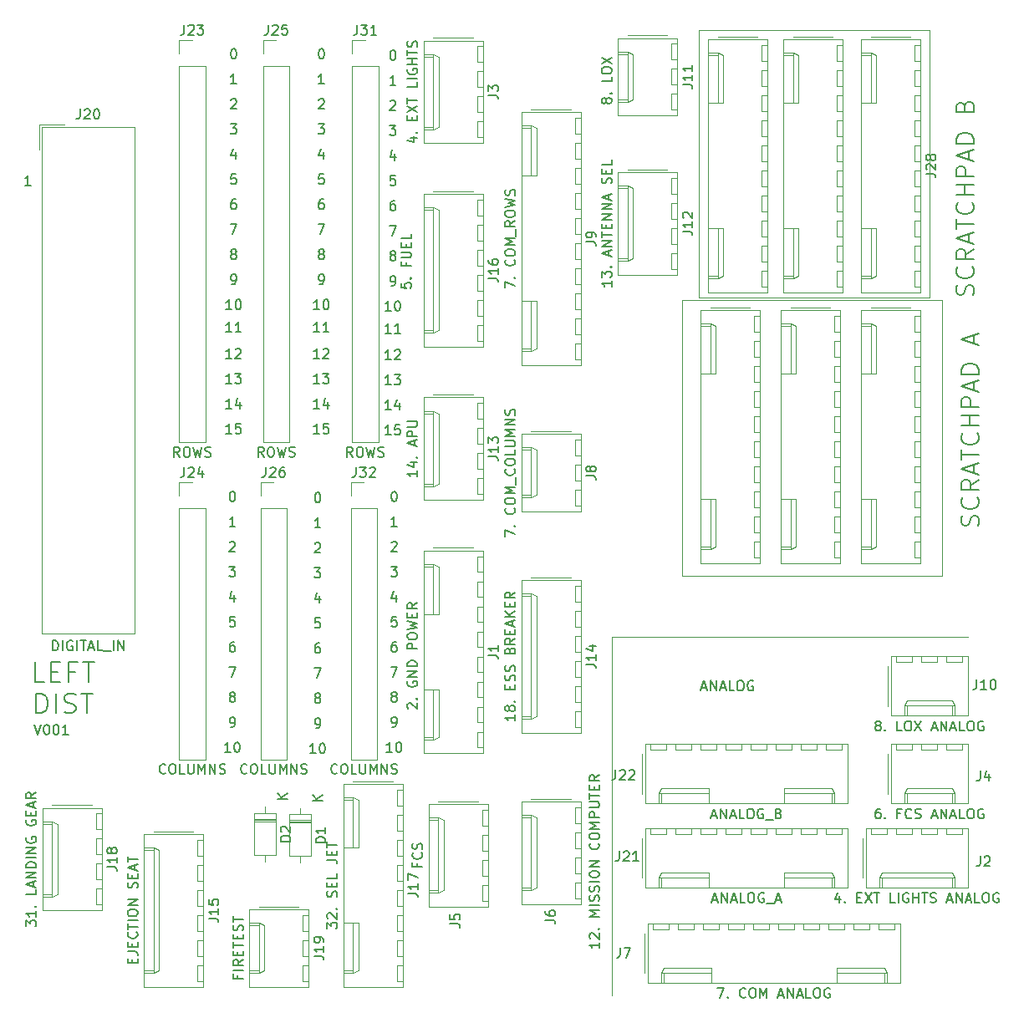
<source format=gbr>
G04 #@! TF.GenerationSoftware,KiCad,Pcbnew,(5.1.5-0-10_14)*
G04 #@! TF.CreationDate,2021-03-15T05:56:55+10:00*
G04 #@! TF.ProjectId,OH - Left Console - Input Distribution,4f48202d-204c-4656-9674-20436f6e736f,rev?*
G04 #@! TF.SameCoordinates,Original*
G04 #@! TF.FileFunction,Legend,Top*
G04 #@! TF.FilePolarity,Positive*
%FSLAX46Y46*%
G04 Gerber Fmt 4.6, Leading zero omitted, Abs format (unit mm)*
G04 Created by KiCad (PCBNEW (5.1.5-0-10_14)) date 2021-03-15 05:56:55*
%MOMM*%
%LPD*%
G04 APERTURE LIST*
%ADD10C,0.150000*%
%ADD11C,0.120000*%
G04 APERTURE END LIST*
D10*
X167957523Y-78684380D02*
X167386095Y-78684380D01*
X167671809Y-78684380D02*
X167671809Y-77684380D01*
X167576571Y-77827238D01*
X167481333Y-77922476D01*
X167386095Y-77970095D01*
X168862285Y-77684380D02*
X168386095Y-77684380D01*
X168338476Y-78160571D01*
X168386095Y-78112952D01*
X168481333Y-78065333D01*
X168719428Y-78065333D01*
X168814666Y-78112952D01*
X168862285Y-78160571D01*
X168909904Y-78255809D01*
X168909904Y-78493904D01*
X168862285Y-78589142D01*
X168814666Y-78636761D01*
X168719428Y-78684380D01*
X168481333Y-78684380D01*
X168386095Y-78636761D01*
X168338476Y-78589142D01*
X167957523Y-66111380D02*
X167386095Y-66111380D01*
X167671809Y-66111380D02*
X167671809Y-65111380D01*
X167576571Y-65254238D01*
X167481333Y-65349476D01*
X167386095Y-65397095D01*
X168576571Y-65111380D02*
X168671809Y-65111380D01*
X168767047Y-65159000D01*
X168814666Y-65206619D01*
X168862285Y-65301857D01*
X168909904Y-65492333D01*
X168909904Y-65730428D01*
X168862285Y-65920904D01*
X168814666Y-66016142D01*
X168767047Y-66063761D01*
X168671809Y-66111380D01*
X168576571Y-66111380D01*
X168481333Y-66063761D01*
X168433714Y-66016142D01*
X168386095Y-65920904D01*
X168338476Y-65730428D01*
X168338476Y-65492333D01*
X168386095Y-65301857D01*
X168433714Y-65206619D01*
X168481333Y-65159000D01*
X168576571Y-65111380D01*
X167957523Y-71064380D02*
X167386095Y-71064380D01*
X167671809Y-71064380D02*
X167671809Y-70064380D01*
X167576571Y-70207238D01*
X167481333Y-70302476D01*
X167386095Y-70350095D01*
X168338476Y-70159619D02*
X168386095Y-70112000D01*
X168481333Y-70064380D01*
X168719428Y-70064380D01*
X168814666Y-70112000D01*
X168862285Y-70159619D01*
X168909904Y-70254857D01*
X168909904Y-70350095D01*
X168862285Y-70492952D01*
X168290857Y-71064380D01*
X168909904Y-71064380D01*
X168433714Y-43251380D02*
X167862285Y-43251380D01*
X168148000Y-43251380D02*
X168148000Y-42251380D01*
X168052761Y-42394238D01*
X167957523Y-42489476D01*
X167862285Y-42537095D01*
X168338476Y-50204714D02*
X168338476Y-50871380D01*
X168100380Y-49823761D02*
X167862285Y-50538047D01*
X168481333Y-50538047D01*
X167814666Y-47331380D02*
X168433714Y-47331380D01*
X168100380Y-47712333D01*
X168243238Y-47712333D01*
X168338476Y-47759952D01*
X168386095Y-47807571D01*
X168433714Y-47902809D01*
X168433714Y-48140904D01*
X168386095Y-48236142D01*
X168338476Y-48283761D01*
X168243238Y-48331380D01*
X167957523Y-48331380D01*
X167862285Y-48283761D01*
X167814666Y-48236142D01*
X167957523Y-76144380D02*
X167386095Y-76144380D01*
X167671809Y-76144380D02*
X167671809Y-75144380D01*
X167576571Y-75287238D01*
X167481333Y-75382476D01*
X167386095Y-75430095D01*
X168814666Y-75477714D02*
X168814666Y-76144380D01*
X168576571Y-75096761D02*
X168338476Y-75811047D01*
X168957523Y-75811047D01*
X168386095Y-52411380D02*
X167909904Y-52411380D01*
X167862285Y-52887571D01*
X167909904Y-52839952D01*
X168005142Y-52792333D01*
X168243238Y-52792333D01*
X168338476Y-52839952D01*
X168386095Y-52887571D01*
X168433714Y-52982809D01*
X168433714Y-53220904D01*
X168386095Y-53316142D01*
X168338476Y-53363761D01*
X168243238Y-53411380D01*
X168005142Y-53411380D01*
X167909904Y-53363761D01*
X167862285Y-53316142D01*
X167957523Y-63571380D02*
X168148000Y-63571380D01*
X168243238Y-63523761D01*
X168290857Y-63476142D01*
X168386095Y-63333285D01*
X168433714Y-63142809D01*
X168433714Y-62761857D01*
X168386095Y-62666619D01*
X168338476Y-62619000D01*
X168243238Y-62571380D01*
X168052761Y-62571380D01*
X167957523Y-62619000D01*
X167909904Y-62666619D01*
X167862285Y-62761857D01*
X167862285Y-62999952D01*
X167909904Y-63095190D01*
X167957523Y-63142809D01*
X168052761Y-63190428D01*
X168243238Y-63190428D01*
X168338476Y-63142809D01*
X168386095Y-63095190D01*
X168433714Y-62999952D01*
X168100380Y-39711380D02*
X168195619Y-39711380D01*
X168290857Y-39759000D01*
X168338476Y-39806619D01*
X168386095Y-39901857D01*
X168433714Y-40092333D01*
X168433714Y-40330428D01*
X168386095Y-40520904D01*
X168338476Y-40616142D01*
X168290857Y-40663761D01*
X168195619Y-40711380D01*
X168100380Y-40711380D01*
X168005142Y-40663761D01*
X167957523Y-40616142D01*
X167909904Y-40520904D01*
X167862285Y-40330428D01*
X167862285Y-40092333D01*
X167909904Y-39901857D01*
X167957523Y-39806619D01*
X168005142Y-39759000D01*
X168100380Y-39711380D01*
X168052761Y-60459952D02*
X167957523Y-60412333D01*
X167909904Y-60364714D01*
X167862285Y-60269476D01*
X167862285Y-60221857D01*
X167909904Y-60126619D01*
X167957523Y-60079000D01*
X168052761Y-60031380D01*
X168243238Y-60031380D01*
X168338476Y-60079000D01*
X168386095Y-60126619D01*
X168433714Y-60221857D01*
X168433714Y-60269476D01*
X168386095Y-60364714D01*
X168338476Y-60412333D01*
X168243238Y-60459952D01*
X168052761Y-60459952D01*
X167957523Y-60507571D01*
X167909904Y-60555190D01*
X167862285Y-60650428D01*
X167862285Y-60840904D01*
X167909904Y-60936142D01*
X167957523Y-60983761D01*
X168052761Y-61031380D01*
X168243238Y-61031380D01*
X168338476Y-60983761D01*
X168386095Y-60936142D01*
X168433714Y-60840904D01*
X168433714Y-60650428D01*
X168386095Y-60555190D01*
X168338476Y-60507571D01*
X168243238Y-60459952D01*
X167862285Y-44886619D02*
X167909904Y-44839000D01*
X168005142Y-44791380D01*
X168243238Y-44791380D01*
X168338476Y-44839000D01*
X168386095Y-44886619D01*
X168433714Y-44981857D01*
X168433714Y-45077095D01*
X168386095Y-45219952D01*
X167814666Y-45791380D01*
X168433714Y-45791380D01*
X167957523Y-68397380D02*
X167386095Y-68397380D01*
X167671809Y-68397380D02*
X167671809Y-67397380D01*
X167576571Y-67540238D01*
X167481333Y-67635476D01*
X167386095Y-67683095D01*
X168909904Y-68397380D02*
X168338476Y-68397380D01*
X168624190Y-68397380D02*
X168624190Y-67397380D01*
X168528952Y-67540238D01*
X168433714Y-67635476D01*
X168338476Y-67683095D01*
X167814666Y-57491380D02*
X168481333Y-57491380D01*
X168052761Y-58491380D01*
X167957523Y-73604380D02*
X167386095Y-73604380D01*
X167671809Y-73604380D02*
X167671809Y-72604380D01*
X167576571Y-72747238D01*
X167481333Y-72842476D01*
X167386095Y-72890095D01*
X168290857Y-72604380D02*
X168909904Y-72604380D01*
X168576571Y-72985333D01*
X168719428Y-72985333D01*
X168814666Y-73032952D01*
X168862285Y-73080571D01*
X168909904Y-73175809D01*
X168909904Y-73413904D01*
X168862285Y-73509142D01*
X168814666Y-73556761D01*
X168719428Y-73604380D01*
X168433714Y-73604380D01*
X168338476Y-73556761D01*
X168290857Y-73509142D01*
X168338476Y-54951380D02*
X168148000Y-54951380D01*
X168052761Y-54999000D01*
X168005142Y-55046619D01*
X167909904Y-55189476D01*
X167862285Y-55379952D01*
X167862285Y-55760904D01*
X167909904Y-55856142D01*
X167957523Y-55903761D01*
X168052761Y-55951380D01*
X168243238Y-55951380D01*
X168338476Y-55903761D01*
X168386095Y-55856142D01*
X168433714Y-55760904D01*
X168433714Y-55522809D01*
X168386095Y-55427571D01*
X168338476Y-55379952D01*
X168243238Y-55332333D01*
X168052761Y-55332333D01*
X167957523Y-55379952D01*
X167909904Y-55427571D01*
X167862285Y-55522809D01*
X160718523Y-68270380D02*
X160147095Y-68270380D01*
X160432809Y-68270380D02*
X160432809Y-67270380D01*
X160337571Y-67413238D01*
X160242333Y-67508476D01*
X160147095Y-67556095D01*
X161670904Y-68270380D02*
X161099476Y-68270380D01*
X161385190Y-68270380D02*
X161385190Y-67270380D01*
X161289952Y-67413238D01*
X161194714Y-67508476D01*
X161099476Y-67556095D01*
X160718523Y-70937380D02*
X160147095Y-70937380D01*
X160432809Y-70937380D02*
X160432809Y-69937380D01*
X160337571Y-70080238D01*
X160242333Y-70175476D01*
X160147095Y-70223095D01*
X161099476Y-70032619D02*
X161147095Y-69985000D01*
X161242333Y-69937380D01*
X161480428Y-69937380D01*
X161575666Y-69985000D01*
X161623285Y-70032619D01*
X161670904Y-70127857D01*
X161670904Y-70223095D01*
X161623285Y-70365952D01*
X161051857Y-70937380D01*
X161670904Y-70937380D01*
X160718523Y-73477380D02*
X160147095Y-73477380D01*
X160432809Y-73477380D02*
X160432809Y-72477380D01*
X160337571Y-72620238D01*
X160242333Y-72715476D01*
X160147095Y-72763095D01*
X161051857Y-72477380D02*
X161670904Y-72477380D01*
X161337571Y-72858333D01*
X161480428Y-72858333D01*
X161575666Y-72905952D01*
X161623285Y-72953571D01*
X161670904Y-73048809D01*
X161670904Y-73286904D01*
X161623285Y-73382142D01*
X161575666Y-73429761D01*
X161480428Y-73477380D01*
X161194714Y-73477380D01*
X161099476Y-73429761D01*
X161051857Y-73382142D01*
X160718523Y-78557380D02*
X160147095Y-78557380D01*
X160432809Y-78557380D02*
X160432809Y-77557380D01*
X160337571Y-77700238D01*
X160242333Y-77795476D01*
X160147095Y-77843095D01*
X161623285Y-77557380D02*
X161147095Y-77557380D01*
X161099476Y-78033571D01*
X161147095Y-77985952D01*
X161242333Y-77938333D01*
X161480428Y-77938333D01*
X161575666Y-77985952D01*
X161623285Y-78033571D01*
X161670904Y-78128809D01*
X161670904Y-78366904D01*
X161623285Y-78462142D01*
X161575666Y-78509761D01*
X161480428Y-78557380D01*
X161242333Y-78557380D01*
X161147095Y-78509761D01*
X161099476Y-78462142D01*
X160718523Y-76017380D02*
X160147095Y-76017380D01*
X160432809Y-76017380D02*
X160432809Y-75017380D01*
X160337571Y-75160238D01*
X160242333Y-75255476D01*
X160147095Y-75303095D01*
X161575666Y-75350714D02*
X161575666Y-76017380D01*
X161337571Y-74969761D02*
X161099476Y-75684047D01*
X161718523Y-75684047D01*
X160575666Y-57364380D02*
X161242333Y-57364380D01*
X160813761Y-58364380D01*
X160623285Y-44759619D02*
X160670904Y-44712000D01*
X160766142Y-44664380D01*
X161004238Y-44664380D01*
X161099476Y-44712000D01*
X161147095Y-44759619D01*
X161194714Y-44854857D01*
X161194714Y-44950095D01*
X161147095Y-45092952D01*
X160575666Y-45664380D01*
X161194714Y-45664380D01*
X161147095Y-52284380D02*
X160670904Y-52284380D01*
X160623285Y-52760571D01*
X160670904Y-52712952D01*
X160766142Y-52665333D01*
X161004238Y-52665333D01*
X161099476Y-52712952D01*
X161147095Y-52760571D01*
X161194714Y-52855809D01*
X161194714Y-53093904D01*
X161147095Y-53189142D01*
X161099476Y-53236761D01*
X161004238Y-53284380D01*
X160766142Y-53284380D01*
X160670904Y-53236761D01*
X160623285Y-53189142D01*
X160718523Y-65984380D02*
X160147095Y-65984380D01*
X160432809Y-65984380D02*
X160432809Y-64984380D01*
X160337571Y-65127238D01*
X160242333Y-65222476D01*
X160147095Y-65270095D01*
X161337571Y-64984380D02*
X161432809Y-64984380D01*
X161528047Y-65032000D01*
X161575666Y-65079619D01*
X161623285Y-65174857D01*
X161670904Y-65365333D01*
X161670904Y-65603428D01*
X161623285Y-65793904D01*
X161575666Y-65889142D01*
X161528047Y-65936761D01*
X161432809Y-65984380D01*
X161337571Y-65984380D01*
X161242333Y-65936761D01*
X161194714Y-65889142D01*
X161147095Y-65793904D01*
X161099476Y-65603428D01*
X161099476Y-65365333D01*
X161147095Y-65174857D01*
X161194714Y-65079619D01*
X161242333Y-65032000D01*
X161337571Y-64984380D01*
X160718523Y-63444380D02*
X160909000Y-63444380D01*
X161004238Y-63396761D01*
X161051857Y-63349142D01*
X161147095Y-63206285D01*
X161194714Y-63015809D01*
X161194714Y-62634857D01*
X161147095Y-62539619D01*
X161099476Y-62492000D01*
X161004238Y-62444380D01*
X160813761Y-62444380D01*
X160718523Y-62492000D01*
X160670904Y-62539619D01*
X160623285Y-62634857D01*
X160623285Y-62872952D01*
X160670904Y-62968190D01*
X160718523Y-63015809D01*
X160813761Y-63063428D01*
X161004238Y-63063428D01*
X161099476Y-63015809D01*
X161147095Y-62968190D01*
X161194714Y-62872952D01*
X160813761Y-60332952D02*
X160718523Y-60285333D01*
X160670904Y-60237714D01*
X160623285Y-60142476D01*
X160623285Y-60094857D01*
X160670904Y-59999619D01*
X160718523Y-59952000D01*
X160813761Y-59904380D01*
X161004238Y-59904380D01*
X161099476Y-59952000D01*
X161147095Y-59999619D01*
X161194714Y-60094857D01*
X161194714Y-60142476D01*
X161147095Y-60237714D01*
X161099476Y-60285333D01*
X161004238Y-60332952D01*
X160813761Y-60332952D01*
X160718523Y-60380571D01*
X160670904Y-60428190D01*
X160623285Y-60523428D01*
X160623285Y-60713904D01*
X160670904Y-60809142D01*
X160718523Y-60856761D01*
X160813761Y-60904380D01*
X161004238Y-60904380D01*
X161099476Y-60856761D01*
X161147095Y-60809142D01*
X161194714Y-60713904D01*
X161194714Y-60523428D01*
X161147095Y-60428190D01*
X161099476Y-60380571D01*
X161004238Y-60332952D01*
X160575666Y-47204380D02*
X161194714Y-47204380D01*
X160861380Y-47585333D01*
X161004238Y-47585333D01*
X161099476Y-47632952D01*
X161147095Y-47680571D01*
X161194714Y-47775809D01*
X161194714Y-48013904D01*
X161147095Y-48109142D01*
X161099476Y-48156761D01*
X161004238Y-48204380D01*
X160718523Y-48204380D01*
X160623285Y-48156761D01*
X160575666Y-48109142D01*
X161194714Y-43124380D02*
X160623285Y-43124380D01*
X160909000Y-43124380D02*
X160909000Y-42124380D01*
X160813761Y-42267238D01*
X160718523Y-42362476D01*
X160623285Y-42410095D01*
X161099476Y-50077714D02*
X161099476Y-50744380D01*
X160861380Y-49696761D02*
X160623285Y-50411047D01*
X161242333Y-50411047D01*
X160861380Y-39584380D02*
X160956619Y-39584380D01*
X161051857Y-39632000D01*
X161099476Y-39679619D01*
X161147095Y-39774857D01*
X161194714Y-39965333D01*
X161194714Y-40203428D01*
X161147095Y-40393904D01*
X161099476Y-40489142D01*
X161051857Y-40536761D01*
X160956619Y-40584380D01*
X160861380Y-40584380D01*
X160766142Y-40536761D01*
X160718523Y-40489142D01*
X160670904Y-40393904D01*
X160623285Y-40203428D01*
X160623285Y-39965333D01*
X160670904Y-39774857D01*
X160718523Y-39679619D01*
X160766142Y-39632000D01*
X160861380Y-39584380D01*
X161099476Y-54824380D02*
X160909000Y-54824380D01*
X160813761Y-54872000D01*
X160766142Y-54919619D01*
X160670904Y-55062476D01*
X160623285Y-55252952D01*
X160623285Y-55633904D01*
X160670904Y-55729142D01*
X160718523Y-55776761D01*
X160813761Y-55824380D01*
X161004238Y-55824380D01*
X161099476Y-55776761D01*
X161147095Y-55729142D01*
X161194714Y-55633904D01*
X161194714Y-55395809D01*
X161147095Y-55300571D01*
X161099476Y-55252952D01*
X161004238Y-55205333D01*
X160813761Y-55205333D01*
X160718523Y-55252952D01*
X160670904Y-55300571D01*
X160623285Y-55395809D01*
X151828523Y-78557380D02*
X151257095Y-78557380D01*
X151542809Y-78557380D02*
X151542809Y-77557380D01*
X151447571Y-77700238D01*
X151352333Y-77795476D01*
X151257095Y-77843095D01*
X152733285Y-77557380D02*
X152257095Y-77557380D01*
X152209476Y-78033571D01*
X152257095Y-77985952D01*
X152352333Y-77938333D01*
X152590428Y-77938333D01*
X152685666Y-77985952D01*
X152733285Y-78033571D01*
X152780904Y-78128809D01*
X152780904Y-78366904D01*
X152733285Y-78462142D01*
X152685666Y-78509761D01*
X152590428Y-78557380D01*
X152352333Y-78557380D01*
X152257095Y-78509761D01*
X152209476Y-78462142D01*
X151828523Y-76017380D02*
X151257095Y-76017380D01*
X151542809Y-76017380D02*
X151542809Y-75017380D01*
X151447571Y-75160238D01*
X151352333Y-75255476D01*
X151257095Y-75303095D01*
X152685666Y-75350714D02*
X152685666Y-76017380D01*
X152447571Y-74969761D02*
X152209476Y-75684047D01*
X152828523Y-75684047D01*
X151828523Y-73477380D02*
X151257095Y-73477380D01*
X151542809Y-73477380D02*
X151542809Y-72477380D01*
X151447571Y-72620238D01*
X151352333Y-72715476D01*
X151257095Y-72763095D01*
X152161857Y-72477380D02*
X152780904Y-72477380D01*
X152447571Y-72858333D01*
X152590428Y-72858333D01*
X152685666Y-72905952D01*
X152733285Y-72953571D01*
X152780904Y-73048809D01*
X152780904Y-73286904D01*
X152733285Y-73382142D01*
X152685666Y-73429761D01*
X152590428Y-73477380D01*
X152304714Y-73477380D01*
X152209476Y-73429761D01*
X152161857Y-73382142D01*
X151828523Y-70937380D02*
X151257095Y-70937380D01*
X151542809Y-70937380D02*
X151542809Y-69937380D01*
X151447571Y-70080238D01*
X151352333Y-70175476D01*
X151257095Y-70223095D01*
X152209476Y-70032619D02*
X152257095Y-69985000D01*
X152352333Y-69937380D01*
X152590428Y-69937380D01*
X152685666Y-69985000D01*
X152733285Y-70032619D01*
X152780904Y-70127857D01*
X152780904Y-70223095D01*
X152733285Y-70365952D01*
X152161857Y-70937380D01*
X152780904Y-70937380D01*
X151828523Y-68270380D02*
X151257095Y-68270380D01*
X151542809Y-68270380D02*
X151542809Y-67270380D01*
X151447571Y-67413238D01*
X151352333Y-67508476D01*
X151257095Y-67556095D01*
X152780904Y-68270380D02*
X152209476Y-68270380D01*
X152495190Y-68270380D02*
X152495190Y-67270380D01*
X152399952Y-67413238D01*
X152304714Y-67508476D01*
X152209476Y-67556095D01*
X152209476Y-54824380D02*
X152019000Y-54824380D01*
X151923761Y-54872000D01*
X151876142Y-54919619D01*
X151780904Y-55062476D01*
X151733285Y-55252952D01*
X151733285Y-55633904D01*
X151780904Y-55729142D01*
X151828523Y-55776761D01*
X151923761Y-55824380D01*
X152114238Y-55824380D01*
X152209476Y-55776761D01*
X152257095Y-55729142D01*
X152304714Y-55633904D01*
X152304714Y-55395809D01*
X152257095Y-55300571D01*
X152209476Y-55252952D01*
X152114238Y-55205333D01*
X151923761Y-55205333D01*
X151828523Y-55252952D01*
X151780904Y-55300571D01*
X151733285Y-55395809D01*
X151923761Y-60332952D02*
X151828523Y-60285333D01*
X151780904Y-60237714D01*
X151733285Y-60142476D01*
X151733285Y-60094857D01*
X151780904Y-59999619D01*
X151828523Y-59952000D01*
X151923761Y-59904380D01*
X152114238Y-59904380D01*
X152209476Y-59952000D01*
X152257095Y-59999619D01*
X152304714Y-60094857D01*
X152304714Y-60142476D01*
X152257095Y-60237714D01*
X152209476Y-60285333D01*
X152114238Y-60332952D01*
X151923761Y-60332952D01*
X151828523Y-60380571D01*
X151780904Y-60428190D01*
X151733285Y-60523428D01*
X151733285Y-60713904D01*
X151780904Y-60809142D01*
X151828523Y-60856761D01*
X151923761Y-60904380D01*
X152114238Y-60904380D01*
X152209476Y-60856761D01*
X152257095Y-60809142D01*
X152304714Y-60713904D01*
X152304714Y-60523428D01*
X152257095Y-60428190D01*
X152209476Y-60380571D01*
X152114238Y-60332952D01*
X151828523Y-63444380D02*
X152019000Y-63444380D01*
X152114238Y-63396761D01*
X152161857Y-63349142D01*
X152257095Y-63206285D01*
X152304714Y-63015809D01*
X152304714Y-62634857D01*
X152257095Y-62539619D01*
X152209476Y-62492000D01*
X152114238Y-62444380D01*
X151923761Y-62444380D01*
X151828523Y-62492000D01*
X151780904Y-62539619D01*
X151733285Y-62634857D01*
X151733285Y-62872952D01*
X151780904Y-62968190D01*
X151828523Y-63015809D01*
X151923761Y-63063428D01*
X152114238Y-63063428D01*
X152209476Y-63015809D01*
X152257095Y-62968190D01*
X152304714Y-62872952D01*
X151685666Y-57364380D02*
X152352333Y-57364380D01*
X151923761Y-58364380D01*
X152209476Y-50077714D02*
X152209476Y-50744380D01*
X151971380Y-49696761D02*
X151733285Y-50411047D01*
X152352333Y-50411047D01*
X152257095Y-52284380D02*
X151780904Y-52284380D01*
X151733285Y-52760571D01*
X151780904Y-52712952D01*
X151876142Y-52665333D01*
X152114238Y-52665333D01*
X152209476Y-52712952D01*
X152257095Y-52760571D01*
X152304714Y-52855809D01*
X152304714Y-53093904D01*
X152257095Y-53189142D01*
X152209476Y-53236761D01*
X152114238Y-53284380D01*
X151876142Y-53284380D01*
X151780904Y-53236761D01*
X151733285Y-53189142D01*
X151733285Y-44759619D02*
X151780904Y-44712000D01*
X151876142Y-44664380D01*
X152114238Y-44664380D01*
X152209476Y-44712000D01*
X152257095Y-44759619D01*
X152304714Y-44854857D01*
X152304714Y-44950095D01*
X152257095Y-45092952D01*
X151685666Y-45664380D01*
X152304714Y-45664380D01*
X151685666Y-47204380D02*
X152304714Y-47204380D01*
X151971380Y-47585333D01*
X152114238Y-47585333D01*
X152209476Y-47632952D01*
X152257095Y-47680571D01*
X152304714Y-47775809D01*
X152304714Y-48013904D01*
X152257095Y-48109142D01*
X152209476Y-48156761D01*
X152114238Y-48204380D01*
X151828523Y-48204380D01*
X151733285Y-48156761D01*
X151685666Y-48109142D01*
X152304714Y-43124380D02*
X151733285Y-43124380D01*
X152019000Y-43124380D02*
X152019000Y-42124380D01*
X151923761Y-42267238D01*
X151828523Y-42362476D01*
X151733285Y-42410095D01*
X151828523Y-65984380D02*
X151257095Y-65984380D01*
X151542809Y-65984380D02*
X151542809Y-64984380D01*
X151447571Y-65127238D01*
X151352333Y-65222476D01*
X151257095Y-65270095D01*
X152447571Y-64984380D02*
X152542809Y-64984380D01*
X152638047Y-65032000D01*
X152685666Y-65079619D01*
X152733285Y-65174857D01*
X152780904Y-65365333D01*
X152780904Y-65603428D01*
X152733285Y-65793904D01*
X152685666Y-65889142D01*
X152638047Y-65936761D01*
X152542809Y-65984380D01*
X152447571Y-65984380D01*
X152352333Y-65936761D01*
X152304714Y-65889142D01*
X152257095Y-65793904D01*
X152209476Y-65603428D01*
X152209476Y-65365333D01*
X152257095Y-65174857D01*
X152304714Y-65079619D01*
X152352333Y-65032000D01*
X152447571Y-64984380D01*
X151971380Y-39584380D02*
X152066619Y-39584380D01*
X152161857Y-39632000D01*
X152209476Y-39679619D01*
X152257095Y-39774857D01*
X152304714Y-39965333D01*
X152304714Y-40203428D01*
X152257095Y-40393904D01*
X152209476Y-40489142D01*
X152161857Y-40536761D01*
X152066619Y-40584380D01*
X151971380Y-40584380D01*
X151876142Y-40536761D01*
X151828523Y-40489142D01*
X151780904Y-40393904D01*
X151733285Y-40203428D01*
X151733285Y-39965333D01*
X151780904Y-39774857D01*
X151828523Y-39679619D01*
X151876142Y-39632000D01*
X151971380Y-39584380D01*
X160813714Y-88082380D02*
X160242285Y-88082380D01*
X160528000Y-88082380D02*
X160528000Y-87082380D01*
X160432761Y-87225238D01*
X160337523Y-87320476D01*
X160242285Y-87368095D01*
X160337523Y-108402380D02*
X160528000Y-108402380D01*
X160623238Y-108354761D01*
X160670857Y-108307142D01*
X160766095Y-108164285D01*
X160813714Y-107973809D01*
X160813714Y-107592857D01*
X160766095Y-107497619D01*
X160718476Y-107450000D01*
X160623238Y-107402380D01*
X160432761Y-107402380D01*
X160337523Y-107450000D01*
X160289904Y-107497619D01*
X160242285Y-107592857D01*
X160242285Y-107830952D01*
X160289904Y-107926190D01*
X160337523Y-107973809D01*
X160432761Y-108021428D01*
X160623238Y-108021428D01*
X160718476Y-107973809D01*
X160766095Y-107926190D01*
X160813714Y-107830952D01*
X160194666Y-102322380D02*
X160861333Y-102322380D01*
X160432761Y-103322380D01*
X160480380Y-84542380D02*
X160575619Y-84542380D01*
X160670857Y-84590000D01*
X160718476Y-84637619D01*
X160766095Y-84732857D01*
X160813714Y-84923333D01*
X160813714Y-85161428D01*
X160766095Y-85351904D01*
X160718476Y-85447142D01*
X160670857Y-85494761D01*
X160575619Y-85542380D01*
X160480380Y-85542380D01*
X160385142Y-85494761D01*
X160337523Y-85447142D01*
X160289904Y-85351904D01*
X160242285Y-85161428D01*
X160242285Y-84923333D01*
X160289904Y-84732857D01*
X160337523Y-84637619D01*
X160385142Y-84590000D01*
X160480380Y-84542380D01*
X160766095Y-97242380D02*
X160289904Y-97242380D01*
X160242285Y-97718571D01*
X160289904Y-97670952D01*
X160385142Y-97623333D01*
X160623238Y-97623333D01*
X160718476Y-97670952D01*
X160766095Y-97718571D01*
X160813714Y-97813809D01*
X160813714Y-98051904D01*
X160766095Y-98147142D01*
X160718476Y-98194761D01*
X160623238Y-98242380D01*
X160385142Y-98242380D01*
X160289904Y-98194761D01*
X160242285Y-98147142D01*
X160337523Y-110942380D02*
X159766095Y-110942380D01*
X160051809Y-110942380D02*
X160051809Y-109942380D01*
X159956571Y-110085238D01*
X159861333Y-110180476D01*
X159766095Y-110228095D01*
X160956571Y-109942380D02*
X161051809Y-109942380D01*
X161147047Y-109990000D01*
X161194666Y-110037619D01*
X161242285Y-110132857D01*
X161289904Y-110323333D01*
X161289904Y-110561428D01*
X161242285Y-110751904D01*
X161194666Y-110847142D01*
X161147047Y-110894761D01*
X161051809Y-110942380D01*
X160956571Y-110942380D01*
X160861333Y-110894761D01*
X160813714Y-110847142D01*
X160766095Y-110751904D01*
X160718476Y-110561428D01*
X160718476Y-110323333D01*
X160766095Y-110132857D01*
X160813714Y-110037619D01*
X160861333Y-109990000D01*
X160956571Y-109942380D01*
X160194666Y-92162380D02*
X160813714Y-92162380D01*
X160480380Y-92543333D01*
X160623238Y-92543333D01*
X160718476Y-92590952D01*
X160766095Y-92638571D01*
X160813714Y-92733809D01*
X160813714Y-92971904D01*
X160766095Y-93067142D01*
X160718476Y-93114761D01*
X160623238Y-93162380D01*
X160337523Y-93162380D01*
X160242285Y-93114761D01*
X160194666Y-93067142D01*
X160718476Y-99782380D02*
X160528000Y-99782380D01*
X160432761Y-99830000D01*
X160385142Y-99877619D01*
X160289904Y-100020476D01*
X160242285Y-100210952D01*
X160242285Y-100591904D01*
X160289904Y-100687142D01*
X160337523Y-100734761D01*
X160432761Y-100782380D01*
X160623238Y-100782380D01*
X160718476Y-100734761D01*
X160766095Y-100687142D01*
X160813714Y-100591904D01*
X160813714Y-100353809D01*
X160766095Y-100258571D01*
X160718476Y-100210952D01*
X160623238Y-100163333D01*
X160432761Y-100163333D01*
X160337523Y-100210952D01*
X160289904Y-100258571D01*
X160242285Y-100353809D01*
X160242285Y-89717619D02*
X160289904Y-89670000D01*
X160385142Y-89622380D01*
X160623238Y-89622380D01*
X160718476Y-89670000D01*
X160766095Y-89717619D01*
X160813714Y-89812857D01*
X160813714Y-89908095D01*
X160766095Y-90050952D01*
X160194666Y-90622380D01*
X160813714Y-90622380D01*
X160718476Y-95035714D02*
X160718476Y-95702380D01*
X160480380Y-94654761D02*
X160242285Y-95369047D01*
X160861333Y-95369047D01*
X160432761Y-105290952D02*
X160337523Y-105243333D01*
X160289904Y-105195714D01*
X160242285Y-105100476D01*
X160242285Y-105052857D01*
X160289904Y-104957619D01*
X160337523Y-104910000D01*
X160432761Y-104862380D01*
X160623238Y-104862380D01*
X160718476Y-104910000D01*
X160766095Y-104957619D01*
X160813714Y-105052857D01*
X160813714Y-105100476D01*
X160766095Y-105195714D01*
X160718476Y-105243333D01*
X160623238Y-105290952D01*
X160432761Y-105290952D01*
X160337523Y-105338571D01*
X160289904Y-105386190D01*
X160242285Y-105481428D01*
X160242285Y-105671904D01*
X160289904Y-105767142D01*
X160337523Y-105814761D01*
X160432761Y-105862380D01*
X160623238Y-105862380D01*
X160718476Y-105814761D01*
X160766095Y-105767142D01*
X160813714Y-105671904D01*
X160813714Y-105481428D01*
X160766095Y-105386190D01*
X160718476Y-105338571D01*
X160623238Y-105290952D01*
X168084523Y-110815380D02*
X167513095Y-110815380D01*
X167798809Y-110815380D02*
X167798809Y-109815380D01*
X167703571Y-109958238D01*
X167608333Y-110053476D01*
X167513095Y-110101095D01*
X168703571Y-109815380D02*
X168798809Y-109815380D01*
X168894047Y-109863000D01*
X168941666Y-109910619D01*
X168989285Y-110005857D01*
X169036904Y-110196333D01*
X169036904Y-110434428D01*
X168989285Y-110624904D01*
X168941666Y-110720142D01*
X168894047Y-110767761D01*
X168798809Y-110815380D01*
X168703571Y-110815380D01*
X168608333Y-110767761D01*
X168560714Y-110720142D01*
X168513095Y-110624904D01*
X168465476Y-110434428D01*
X168465476Y-110196333D01*
X168513095Y-110005857D01*
X168560714Y-109910619D01*
X168608333Y-109863000D01*
X168703571Y-109815380D01*
X168179761Y-105163952D02*
X168084523Y-105116333D01*
X168036904Y-105068714D01*
X167989285Y-104973476D01*
X167989285Y-104925857D01*
X168036904Y-104830619D01*
X168084523Y-104783000D01*
X168179761Y-104735380D01*
X168370238Y-104735380D01*
X168465476Y-104783000D01*
X168513095Y-104830619D01*
X168560714Y-104925857D01*
X168560714Y-104973476D01*
X168513095Y-105068714D01*
X168465476Y-105116333D01*
X168370238Y-105163952D01*
X168179761Y-105163952D01*
X168084523Y-105211571D01*
X168036904Y-105259190D01*
X167989285Y-105354428D01*
X167989285Y-105544904D01*
X168036904Y-105640142D01*
X168084523Y-105687761D01*
X168179761Y-105735380D01*
X168370238Y-105735380D01*
X168465476Y-105687761D01*
X168513095Y-105640142D01*
X168560714Y-105544904D01*
X168560714Y-105354428D01*
X168513095Y-105259190D01*
X168465476Y-105211571D01*
X168370238Y-105163952D01*
X168513095Y-97115380D02*
X168036904Y-97115380D01*
X167989285Y-97591571D01*
X168036904Y-97543952D01*
X168132142Y-97496333D01*
X168370238Y-97496333D01*
X168465476Y-97543952D01*
X168513095Y-97591571D01*
X168560714Y-97686809D01*
X168560714Y-97924904D01*
X168513095Y-98020142D01*
X168465476Y-98067761D01*
X168370238Y-98115380D01*
X168132142Y-98115380D01*
X168036904Y-98067761D01*
X167989285Y-98020142D01*
X168465476Y-94908714D02*
X168465476Y-95575380D01*
X168227380Y-94527761D02*
X167989285Y-95242047D01*
X168608333Y-95242047D01*
X168227380Y-84415380D02*
X168322619Y-84415380D01*
X168417857Y-84463000D01*
X168465476Y-84510619D01*
X168513095Y-84605857D01*
X168560714Y-84796333D01*
X168560714Y-85034428D01*
X168513095Y-85224904D01*
X168465476Y-85320142D01*
X168417857Y-85367761D01*
X168322619Y-85415380D01*
X168227380Y-85415380D01*
X168132142Y-85367761D01*
X168084523Y-85320142D01*
X168036904Y-85224904D01*
X167989285Y-85034428D01*
X167989285Y-84796333D01*
X168036904Y-84605857D01*
X168084523Y-84510619D01*
X168132142Y-84463000D01*
X168227380Y-84415380D01*
X167989285Y-89590619D02*
X168036904Y-89543000D01*
X168132142Y-89495380D01*
X168370238Y-89495380D01*
X168465476Y-89543000D01*
X168513095Y-89590619D01*
X168560714Y-89685857D01*
X168560714Y-89781095D01*
X168513095Y-89923952D01*
X167941666Y-90495380D01*
X168560714Y-90495380D01*
X167941666Y-102195380D02*
X168608333Y-102195380D01*
X168179761Y-103195380D01*
X168465476Y-99655380D02*
X168275000Y-99655380D01*
X168179761Y-99703000D01*
X168132142Y-99750619D01*
X168036904Y-99893476D01*
X167989285Y-100083952D01*
X167989285Y-100464904D01*
X168036904Y-100560142D01*
X168084523Y-100607761D01*
X168179761Y-100655380D01*
X168370238Y-100655380D01*
X168465476Y-100607761D01*
X168513095Y-100560142D01*
X168560714Y-100464904D01*
X168560714Y-100226809D01*
X168513095Y-100131571D01*
X168465476Y-100083952D01*
X168370238Y-100036333D01*
X168179761Y-100036333D01*
X168084523Y-100083952D01*
X168036904Y-100131571D01*
X167989285Y-100226809D01*
X168084523Y-108275380D02*
X168275000Y-108275380D01*
X168370238Y-108227761D01*
X168417857Y-108180142D01*
X168513095Y-108037285D01*
X168560714Y-107846809D01*
X168560714Y-107465857D01*
X168513095Y-107370619D01*
X168465476Y-107323000D01*
X168370238Y-107275380D01*
X168179761Y-107275380D01*
X168084523Y-107323000D01*
X168036904Y-107370619D01*
X167989285Y-107465857D01*
X167989285Y-107703952D01*
X168036904Y-107799190D01*
X168084523Y-107846809D01*
X168179761Y-107894428D01*
X168370238Y-107894428D01*
X168465476Y-107846809D01*
X168513095Y-107799190D01*
X168560714Y-107703952D01*
X167941666Y-92035380D02*
X168560714Y-92035380D01*
X168227380Y-92416333D01*
X168370238Y-92416333D01*
X168465476Y-92463952D01*
X168513095Y-92511571D01*
X168560714Y-92606809D01*
X168560714Y-92844904D01*
X168513095Y-92940142D01*
X168465476Y-92987761D01*
X168370238Y-93035380D01*
X168084523Y-93035380D01*
X167989285Y-92987761D01*
X167941666Y-92940142D01*
X168560714Y-87955380D02*
X167989285Y-87955380D01*
X168275000Y-87955380D02*
X168275000Y-86955380D01*
X168179761Y-87098238D01*
X168084523Y-87193476D01*
X167989285Y-87241095D01*
X151701523Y-110815380D02*
X151130095Y-110815380D01*
X151415809Y-110815380D02*
X151415809Y-109815380D01*
X151320571Y-109958238D01*
X151225333Y-110053476D01*
X151130095Y-110101095D01*
X152320571Y-109815380D02*
X152415809Y-109815380D01*
X152511047Y-109863000D01*
X152558666Y-109910619D01*
X152606285Y-110005857D01*
X152653904Y-110196333D01*
X152653904Y-110434428D01*
X152606285Y-110624904D01*
X152558666Y-110720142D01*
X152511047Y-110767761D01*
X152415809Y-110815380D01*
X152320571Y-110815380D01*
X152225333Y-110767761D01*
X152177714Y-110720142D01*
X152130095Y-110624904D01*
X152082476Y-110434428D01*
X152082476Y-110196333D01*
X152130095Y-110005857D01*
X152177714Y-109910619D01*
X152225333Y-109863000D01*
X152320571Y-109815380D01*
X151701523Y-108275380D02*
X151892000Y-108275380D01*
X151987238Y-108227761D01*
X152034857Y-108180142D01*
X152130095Y-108037285D01*
X152177714Y-107846809D01*
X152177714Y-107465857D01*
X152130095Y-107370619D01*
X152082476Y-107323000D01*
X151987238Y-107275380D01*
X151796761Y-107275380D01*
X151701523Y-107323000D01*
X151653904Y-107370619D01*
X151606285Y-107465857D01*
X151606285Y-107703952D01*
X151653904Y-107799190D01*
X151701523Y-107846809D01*
X151796761Y-107894428D01*
X151987238Y-107894428D01*
X152082476Y-107846809D01*
X152130095Y-107799190D01*
X152177714Y-107703952D01*
X151796761Y-105163952D02*
X151701523Y-105116333D01*
X151653904Y-105068714D01*
X151606285Y-104973476D01*
X151606285Y-104925857D01*
X151653904Y-104830619D01*
X151701523Y-104783000D01*
X151796761Y-104735380D01*
X151987238Y-104735380D01*
X152082476Y-104783000D01*
X152130095Y-104830619D01*
X152177714Y-104925857D01*
X152177714Y-104973476D01*
X152130095Y-105068714D01*
X152082476Y-105116333D01*
X151987238Y-105163952D01*
X151796761Y-105163952D01*
X151701523Y-105211571D01*
X151653904Y-105259190D01*
X151606285Y-105354428D01*
X151606285Y-105544904D01*
X151653904Y-105640142D01*
X151701523Y-105687761D01*
X151796761Y-105735380D01*
X151987238Y-105735380D01*
X152082476Y-105687761D01*
X152130095Y-105640142D01*
X152177714Y-105544904D01*
X152177714Y-105354428D01*
X152130095Y-105259190D01*
X152082476Y-105211571D01*
X151987238Y-105163952D01*
X151558666Y-102195380D02*
X152225333Y-102195380D01*
X151796761Y-103195380D01*
X152082476Y-99655380D02*
X151892000Y-99655380D01*
X151796761Y-99703000D01*
X151749142Y-99750619D01*
X151653904Y-99893476D01*
X151606285Y-100083952D01*
X151606285Y-100464904D01*
X151653904Y-100560142D01*
X151701523Y-100607761D01*
X151796761Y-100655380D01*
X151987238Y-100655380D01*
X152082476Y-100607761D01*
X152130095Y-100560142D01*
X152177714Y-100464904D01*
X152177714Y-100226809D01*
X152130095Y-100131571D01*
X152082476Y-100083952D01*
X151987238Y-100036333D01*
X151796761Y-100036333D01*
X151701523Y-100083952D01*
X151653904Y-100131571D01*
X151606285Y-100226809D01*
X152130095Y-97115380D02*
X151653904Y-97115380D01*
X151606285Y-97591571D01*
X151653904Y-97543952D01*
X151749142Y-97496333D01*
X151987238Y-97496333D01*
X152082476Y-97543952D01*
X152130095Y-97591571D01*
X152177714Y-97686809D01*
X152177714Y-97924904D01*
X152130095Y-98020142D01*
X152082476Y-98067761D01*
X151987238Y-98115380D01*
X151749142Y-98115380D01*
X151653904Y-98067761D01*
X151606285Y-98020142D01*
X152082476Y-94908714D02*
X152082476Y-95575380D01*
X151844380Y-94527761D02*
X151606285Y-95242047D01*
X152225333Y-95242047D01*
X151558666Y-92035380D02*
X152177714Y-92035380D01*
X151844380Y-92416333D01*
X151987238Y-92416333D01*
X152082476Y-92463952D01*
X152130095Y-92511571D01*
X152177714Y-92606809D01*
X152177714Y-92844904D01*
X152130095Y-92940142D01*
X152082476Y-92987761D01*
X151987238Y-93035380D01*
X151701523Y-93035380D01*
X151606285Y-92987761D01*
X151558666Y-92940142D01*
X151606285Y-89590619D02*
X151653904Y-89543000D01*
X151749142Y-89495380D01*
X151987238Y-89495380D01*
X152082476Y-89543000D01*
X152130095Y-89590619D01*
X152177714Y-89685857D01*
X152177714Y-89781095D01*
X152130095Y-89923952D01*
X151558666Y-90495380D01*
X152177714Y-90495380D01*
X152177714Y-87955380D02*
X151606285Y-87955380D01*
X151892000Y-87955380D02*
X151892000Y-86955380D01*
X151796761Y-87098238D01*
X151701523Y-87193476D01*
X151606285Y-87241095D01*
X151844380Y-84415380D02*
X151939619Y-84415380D01*
X152034857Y-84463000D01*
X152082476Y-84510619D01*
X152130095Y-84605857D01*
X152177714Y-84796333D01*
X152177714Y-85034428D01*
X152130095Y-85224904D01*
X152082476Y-85320142D01*
X152034857Y-85367761D01*
X151939619Y-85415380D01*
X151844380Y-85415380D01*
X151749142Y-85367761D01*
X151701523Y-85320142D01*
X151653904Y-85224904D01*
X151606285Y-85034428D01*
X151606285Y-84796333D01*
X151653904Y-84605857D01*
X151701523Y-84510619D01*
X151749142Y-84463000D01*
X151844380Y-84415380D01*
X131476714Y-53411380D02*
X130905285Y-53411380D01*
X131191000Y-53411380D02*
X131191000Y-52411380D01*
X131095761Y-52554238D01*
X131000523Y-52649476D01*
X130905285Y-52697095D01*
X227423571Y-87874857D02*
X227509285Y-87617714D01*
X227509285Y-87189142D01*
X227423571Y-87017714D01*
X227337857Y-86932000D01*
X227166428Y-86846285D01*
X226995000Y-86846285D01*
X226823571Y-86932000D01*
X226737857Y-87017714D01*
X226652142Y-87189142D01*
X226566428Y-87532000D01*
X226480714Y-87703428D01*
X226395000Y-87789142D01*
X226223571Y-87874857D01*
X226052142Y-87874857D01*
X225880714Y-87789142D01*
X225795000Y-87703428D01*
X225709285Y-87532000D01*
X225709285Y-87103428D01*
X225795000Y-86846285D01*
X227337857Y-85046285D02*
X227423571Y-85132000D01*
X227509285Y-85389142D01*
X227509285Y-85560571D01*
X227423571Y-85817714D01*
X227252142Y-85989142D01*
X227080714Y-86074857D01*
X226737857Y-86160571D01*
X226480714Y-86160571D01*
X226137857Y-86074857D01*
X225966428Y-85989142D01*
X225795000Y-85817714D01*
X225709285Y-85560571D01*
X225709285Y-85389142D01*
X225795000Y-85132000D01*
X225880714Y-85046285D01*
X227509285Y-83246285D02*
X226652142Y-83846285D01*
X227509285Y-84274857D02*
X225709285Y-84274857D01*
X225709285Y-83589142D01*
X225795000Y-83417714D01*
X225880714Y-83332000D01*
X226052142Y-83246285D01*
X226309285Y-83246285D01*
X226480714Y-83332000D01*
X226566428Y-83417714D01*
X226652142Y-83589142D01*
X226652142Y-84274857D01*
X226995000Y-82560571D02*
X226995000Y-81703428D01*
X227509285Y-82732000D02*
X225709285Y-82132000D01*
X227509285Y-81532000D01*
X225709285Y-81189142D02*
X225709285Y-80160571D01*
X227509285Y-80674857D02*
X225709285Y-80674857D01*
X227337857Y-78532000D02*
X227423571Y-78617714D01*
X227509285Y-78874857D01*
X227509285Y-79046285D01*
X227423571Y-79303428D01*
X227252142Y-79474857D01*
X227080714Y-79560571D01*
X226737857Y-79646285D01*
X226480714Y-79646285D01*
X226137857Y-79560571D01*
X225966428Y-79474857D01*
X225795000Y-79303428D01*
X225709285Y-79046285D01*
X225709285Y-78874857D01*
X225795000Y-78617714D01*
X225880714Y-78532000D01*
X227509285Y-77760571D02*
X225709285Y-77760571D01*
X226566428Y-77760571D02*
X226566428Y-76732000D01*
X227509285Y-76732000D02*
X225709285Y-76732000D01*
X227509285Y-75874857D02*
X225709285Y-75874857D01*
X225709285Y-75189142D01*
X225795000Y-75017714D01*
X225880714Y-74932000D01*
X226052142Y-74846285D01*
X226309285Y-74846285D01*
X226480714Y-74932000D01*
X226566428Y-75017714D01*
X226652142Y-75189142D01*
X226652142Y-75874857D01*
X226995000Y-74160571D02*
X226995000Y-73303428D01*
X227509285Y-74332000D02*
X225709285Y-73732000D01*
X227509285Y-73132000D01*
X227509285Y-72532000D02*
X225709285Y-72532000D01*
X225709285Y-72103428D01*
X225795000Y-71846285D01*
X225966428Y-71674857D01*
X226137857Y-71589142D01*
X226480714Y-71503428D01*
X226737857Y-71503428D01*
X227080714Y-71589142D01*
X227252142Y-71674857D01*
X227423571Y-71846285D01*
X227509285Y-72103428D01*
X227509285Y-72532000D01*
X226995000Y-69446285D02*
X226995000Y-68589142D01*
X227509285Y-69617714D02*
X225709285Y-69017714D01*
X227509285Y-68417714D01*
X226915571Y-64508428D02*
X227001285Y-64251285D01*
X227001285Y-63822714D01*
X226915571Y-63651285D01*
X226829857Y-63565571D01*
X226658428Y-63479857D01*
X226487000Y-63479857D01*
X226315571Y-63565571D01*
X226229857Y-63651285D01*
X226144142Y-63822714D01*
X226058428Y-64165571D01*
X225972714Y-64337000D01*
X225887000Y-64422714D01*
X225715571Y-64508428D01*
X225544142Y-64508428D01*
X225372714Y-64422714D01*
X225287000Y-64337000D01*
X225201285Y-64165571D01*
X225201285Y-63737000D01*
X225287000Y-63479857D01*
X226829857Y-61679857D02*
X226915571Y-61765571D01*
X227001285Y-62022714D01*
X227001285Y-62194142D01*
X226915571Y-62451285D01*
X226744142Y-62622714D01*
X226572714Y-62708428D01*
X226229857Y-62794142D01*
X225972714Y-62794142D01*
X225629857Y-62708428D01*
X225458428Y-62622714D01*
X225287000Y-62451285D01*
X225201285Y-62194142D01*
X225201285Y-62022714D01*
X225287000Y-61765571D01*
X225372714Y-61679857D01*
X227001285Y-59879857D02*
X226144142Y-60479857D01*
X227001285Y-60908428D02*
X225201285Y-60908428D01*
X225201285Y-60222714D01*
X225287000Y-60051285D01*
X225372714Y-59965571D01*
X225544142Y-59879857D01*
X225801285Y-59879857D01*
X225972714Y-59965571D01*
X226058428Y-60051285D01*
X226144142Y-60222714D01*
X226144142Y-60908428D01*
X226487000Y-59194142D02*
X226487000Y-58337000D01*
X227001285Y-59365571D02*
X225201285Y-58765571D01*
X227001285Y-58165571D01*
X225201285Y-57822714D02*
X225201285Y-56794142D01*
X227001285Y-57308428D02*
X225201285Y-57308428D01*
X226829857Y-55165571D02*
X226915571Y-55251285D01*
X227001285Y-55508428D01*
X227001285Y-55679857D01*
X226915571Y-55937000D01*
X226744142Y-56108428D01*
X226572714Y-56194142D01*
X226229857Y-56279857D01*
X225972714Y-56279857D01*
X225629857Y-56194142D01*
X225458428Y-56108428D01*
X225287000Y-55937000D01*
X225201285Y-55679857D01*
X225201285Y-55508428D01*
X225287000Y-55251285D01*
X225372714Y-55165571D01*
X227001285Y-54394142D02*
X225201285Y-54394142D01*
X226058428Y-54394142D02*
X226058428Y-53365571D01*
X227001285Y-53365571D02*
X225201285Y-53365571D01*
X227001285Y-52508428D02*
X225201285Y-52508428D01*
X225201285Y-51822714D01*
X225287000Y-51651285D01*
X225372714Y-51565571D01*
X225544142Y-51479857D01*
X225801285Y-51479857D01*
X225972714Y-51565571D01*
X226058428Y-51651285D01*
X226144142Y-51822714D01*
X226144142Y-52508428D01*
X226487000Y-50794142D02*
X226487000Y-49937000D01*
X227001285Y-50965571D02*
X225201285Y-50365571D01*
X227001285Y-49765571D01*
X227001285Y-49165571D02*
X225201285Y-49165571D01*
X225201285Y-48737000D01*
X225287000Y-48479857D01*
X225458428Y-48308428D01*
X225629857Y-48222714D01*
X225972714Y-48137000D01*
X226229857Y-48137000D01*
X226572714Y-48222714D01*
X226744142Y-48308428D01*
X226915571Y-48479857D01*
X227001285Y-48737000D01*
X227001285Y-49165571D01*
X226058428Y-45394142D02*
X226144142Y-45137000D01*
X226229857Y-45051285D01*
X226401285Y-44965571D01*
X226658428Y-44965571D01*
X226829857Y-45051285D01*
X226915571Y-45137000D01*
X227001285Y-45308428D01*
X227001285Y-45994142D01*
X225201285Y-45994142D01*
X225201285Y-45394142D01*
X225287000Y-45222714D01*
X225372714Y-45137000D01*
X225544142Y-45051285D01*
X225715571Y-45051285D01*
X225887000Y-45137000D01*
X225972714Y-45222714D01*
X226058428Y-45394142D01*
X226058428Y-45994142D01*
D11*
X199136000Y-64770000D02*
X199136000Y-37719000D01*
X222504000Y-64770000D02*
X199136000Y-64770000D01*
X222504000Y-37719000D02*
X222504000Y-64770000D01*
X199136000Y-37719000D02*
X222504000Y-37719000D01*
X197485000Y-92964000D02*
X197485000Y-65024000D01*
X223774000Y-92964000D02*
X197485000Y-92964000D01*
X223774000Y-65024000D02*
X223774000Y-92964000D01*
X197485000Y-65024000D02*
X223774000Y-65024000D01*
D10*
X199437952Y-104306666D02*
X199914142Y-104306666D01*
X199342714Y-104592380D02*
X199676047Y-103592380D01*
X200009380Y-104592380D01*
X200342714Y-104592380D02*
X200342714Y-103592380D01*
X200914142Y-104592380D01*
X200914142Y-103592380D01*
X201342714Y-104306666D02*
X201818904Y-104306666D01*
X201247476Y-104592380D02*
X201580809Y-103592380D01*
X201914142Y-104592380D01*
X202723666Y-104592380D02*
X202247476Y-104592380D01*
X202247476Y-103592380D01*
X203247476Y-103592380D02*
X203437952Y-103592380D01*
X203533190Y-103640000D01*
X203628428Y-103735238D01*
X203676047Y-103925714D01*
X203676047Y-104259047D01*
X203628428Y-104449523D01*
X203533190Y-104544761D01*
X203437952Y-104592380D01*
X203247476Y-104592380D01*
X203152238Y-104544761D01*
X203057000Y-104449523D01*
X203009380Y-104259047D01*
X203009380Y-103925714D01*
X203057000Y-103735238D01*
X203152238Y-103640000D01*
X203247476Y-103592380D01*
X204628428Y-103640000D02*
X204533190Y-103592380D01*
X204390333Y-103592380D01*
X204247476Y-103640000D01*
X204152238Y-103735238D01*
X204104619Y-103830476D01*
X204057000Y-104020952D01*
X204057000Y-104163809D01*
X204104619Y-104354285D01*
X204152238Y-104449523D01*
X204247476Y-104544761D01*
X204390333Y-104592380D01*
X204485571Y-104592380D01*
X204628428Y-104544761D01*
X204676047Y-104497142D01*
X204676047Y-104163809D01*
X204485571Y-104163809D01*
D11*
X190373000Y-99187000D02*
X226441000Y-99187000D01*
X190373000Y-99187000D02*
X190373000Y-135509000D01*
D10*
X131842095Y-108037380D02*
X132175428Y-109037380D01*
X132508761Y-108037380D01*
X133032571Y-108037380D02*
X133127809Y-108037380D01*
X133223047Y-108085000D01*
X133270666Y-108132619D01*
X133318285Y-108227857D01*
X133365904Y-108418333D01*
X133365904Y-108656428D01*
X133318285Y-108846904D01*
X133270666Y-108942142D01*
X133223047Y-108989761D01*
X133127809Y-109037380D01*
X133032571Y-109037380D01*
X132937333Y-108989761D01*
X132889714Y-108942142D01*
X132842095Y-108846904D01*
X132794476Y-108656428D01*
X132794476Y-108418333D01*
X132842095Y-108227857D01*
X132889714Y-108132619D01*
X132937333Y-108085000D01*
X133032571Y-108037380D01*
X133984952Y-108037380D02*
X134080190Y-108037380D01*
X134175428Y-108085000D01*
X134223047Y-108132619D01*
X134270666Y-108227857D01*
X134318285Y-108418333D01*
X134318285Y-108656428D01*
X134270666Y-108846904D01*
X134223047Y-108942142D01*
X134175428Y-108989761D01*
X134080190Y-109037380D01*
X133984952Y-109037380D01*
X133889714Y-108989761D01*
X133842095Y-108942142D01*
X133794476Y-108846904D01*
X133746857Y-108656428D01*
X133746857Y-108418333D01*
X133794476Y-108227857D01*
X133842095Y-108132619D01*
X133889714Y-108085000D01*
X133984952Y-108037380D01*
X135270666Y-109037380D02*
X134699238Y-109037380D01*
X134984952Y-109037380D02*
X134984952Y-108037380D01*
X134889714Y-108180238D01*
X134794476Y-108275476D01*
X134699238Y-108323095D01*
X132842238Y-103723761D02*
X131889857Y-103723761D01*
X131889857Y-101723761D01*
X133508904Y-102676142D02*
X134175571Y-102676142D01*
X134461285Y-103723761D02*
X133508904Y-103723761D01*
X133508904Y-101723761D01*
X134461285Y-101723761D01*
X135985095Y-102676142D02*
X135318428Y-102676142D01*
X135318428Y-103723761D02*
X135318428Y-101723761D01*
X136270809Y-101723761D01*
X136747000Y-101723761D02*
X137889857Y-101723761D01*
X137318428Y-103723761D02*
X137318428Y-101723761D01*
X132032714Y-106873761D02*
X132032714Y-104873761D01*
X132508904Y-104873761D01*
X132794619Y-104969000D01*
X132985095Y-105159476D01*
X133080333Y-105349952D01*
X133175571Y-105730904D01*
X133175571Y-106016619D01*
X133080333Y-106397571D01*
X132985095Y-106588047D01*
X132794619Y-106778523D01*
X132508904Y-106873761D01*
X132032714Y-106873761D01*
X134032714Y-106873761D02*
X134032714Y-104873761D01*
X134889857Y-106778523D02*
X135175571Y-106873761D01*
X135651761Y-106873761D01*
X135842238Y-106778523D01*
X135937476Y-106683285D01*
X136032714Y-106492809D01*
X136032714Y-106302333D01*
X135937476Y-106111857D01*
X135842238Y-106016619D01*
X135651761Y-105921380D01*
X135270809Y-105826142D01*
X135080333Y-105730904D01*
X134985095Y-105635666D01*
X134889857Y-105445190D01*
X134889857Y-105254714D01*
X134985095Y-105064238D01*
X135080333Y-104969000D01*
X135270809Y-104873761D01*
X135747000Y-104873761D01*
X136032714Y-104969000D01*
X136604142Y-104873761D02*
X137747000Y-104873761D01*
X137175571Y-106873761D02*
X137175571Y-104873761D01*
D11*
X205503000Y-63665000D02*
X206103000Y-63665000D01*
X205503000Y-62065000D02*
X205503000Y-63665000D01*
X206103000Y-62065000D02*
X205503000Y-62065000D01*
X205503000Y-61125000D02*
X206103000Y-61125000D01*
X205503000Y-59525000D02*
X205503000Y-61125000D01*
X206103000Y-59525000D02*
X205503000Y-59525000D01*
X205503000Y-58585000D02*
X206103000Y-58585000D01*
X205503000Y-56985000D02*
X205503000Y-58585000D01*
X206103000Y-56985000D02*
X205503000Y-56985000D01*
X205503000Y-56045000D02*
X206103000Y-56045000D01*
X205503000Y-54445000D02*
X205503000Y-56045000D01*
X206103000Y-54445000D02*
X205503000Y-54445000D01*
X205503000Y-53505000D02*
X206103000Y-53505000D01*
X205503000Y-51905000D02*
X205503000Y-53505000D01*
X206103000Y-51905000D02*
X205503000Y-51905000D01*
X205503000Y-50965000D02*
X206103000Y-50965000D01*
X205503000Y-49365000D02*
X205503000Y-50965000D01*
X206103000Y-49365000D02*
X205503000Y-49365000D01*
X205503000Y-48425000D02*
X206103000Y-48425000D01*
X205503000Y-46825000D02*
X205503000Y-48425000D01*
X206103000Y-46825000D02*
X205503000Y-46825000D01*
X205503000Y-45885000D02*
X206103000Y-45885000D01*
X205503000Y-44285000D02*
X205503000Y-45885000D01*
X206103000Y-44285000D02*
X205503000Y-44285000D01*
X205503000Y-43345000D02*
X206103000Y-43345000D01*
X205503000Y-41745000D02*
X205503000Y-43345000D01*
X206103000Y-41745000D02*
X205503000Y-41745000D01*
X205503000Y-40805000D02*
X206103000Y-40805000D01*
X205503000Y-39205000D02*
X205503000Y-40805000D01*
X206103000Y-39205000D02*
X205503000Y-39205000D01*
X200083000Y-62615000D02*
X201083000Y-62615000D01*
X201613000Y-57785000D02*
X201083000Y-57785000D01*
X201613000Y-62615000D02*
X201613000Y-57785000D01*
X201083000Y-62865000D02*
X201613000Y-62615000D01*
X201083000Y-57785000D02*
X200083000Y-57785000D01*
X201083000Y-62865000D02*
X201083000Y-57785000D01*
X200083000Y-62865000D02*
X201083000Y-62865000D01*
X200083000Y-40255000D02*
X201083000Y-40255000D01*
X201613000Y-45085000D02*
X201083000Y-45085000D01*
X201613000Y-40255000D02*
X201613000Y-45085000D01*
X201083000Y-40005000D02*
X201613000Y-40255000D01*
X201083000Y-45085000D02*
X200083000Y-45085000D01*
X201083000Y-40005000D02*
X201083000Y-45085000D01*
X200083000Y-40005000D02*
X201083000Y-40005000D01*
X205073000Y-38335000D02*
X201073000Y-38335000D01*
X206103000Y-64245000D02*
X206103000Y-38625000D01*
X200083000Y-64245000D02*
X206103000Y-64245000D01*
X200083000Y-38625000D02*
X200083000Y-64245000D01*
X206103000Y-38625000D02*
X200083000Y-38625000D01*
X204741000Y-91097000D02*
X205341000Y-91097000D01*
X204741000Y-89497000D02*
X204741000Y-91097000D01*
X205341000Y-89497000D02*
X204741000Y-89497000D01*
X204741000Y-88557000D02*
X205341000Y-88557000D01*
X204741000Y-86957000D02*
X204741000Y-88557000D01*
X205341000Y-86957000D02*
X204741000Y-86957000D01*
X204741000Y-86017000D02*
X205341000Y-86017000D01*
X204741000Y-84417000D02*
X204741000Y-86017000D01*
X205341000Y-84417000D02*
X204741000Y-84417000D01*
X204741000Y-83477000D02*
X205341000Y-83477000D01*
X204741000Y-81877000D02*
X204741000Y-83477000D01*
X205341000Y-81877000D02*
X204741000Y-81877000D01*
X204741000Y-80937000D02*
X205341000Y-80937000D01*
X204741000Y-79337000D02*
X204741000Y-80937000D01*
X205341000Y-79337000D02*
X204741000Y-79337000D01*
X204741000Y-78397000D02*
X205341000Y-78397000D01*
X204741000Y-76797000D02*
X204741000Y-78397000D01*
X205341000Y-76797000D02*
X204741000Y-76797000D01*
X204741000Y-75857000D02*
X205341000Y-75857000D01*
X204741000Y-74257000D02*
X204741000Y-75857000D01*
X205341000Y-74257000D02*
X204741000Y-74257000D01*
X204741000Y-73317000D02*
X205341000Y-73317000D01*
X204741000Y-71717000D02*
X204741000Y-73317000D01*
X205341000Y-71717000D02*
X204741000Y-71717000D01*
X204741000Y-70777000D02*
X205341000Y-70777000D01*
X204741000Y-69177000D02*
X204741000Y-70777000D01*
X205341000Y-69177000D02*
X204741000Y-69177000D01*
X204741000Y-68237000D02*
X205341000Y-68237000D01*
X204741000Y-66637000D02*
X204741000Y-68237000D01*
X205341000Y-66637000D02*
X204741000Y-66637000D01*
X199321000Y-90047000D02*
X200321000Y-90047000D01*
X200851000Y-85217000D02*
X200321000Y-85217000D01*
X200851000Y-90047000D02*
X200851000Y-85217000D01*
X200321000Y-90297000D02*
X200851000Y-90047000D01*
X200321000Y-85217000D02*
X199321000Y-85217000D01*
X200321000Y-90297000D02*
X200321000Y-85217000D01*
X199321000Y-90297000D02*
X200321000Y-90297000D01*
X199321000Y-67687000D02*
X200321000Y-67687000D01*
X200851000Y-72517000D02*
X200321000Y-72517000D01*
X200851000Y-67687000D02*
X200851000Y-72517000D01*
X200321000Y-67437000D02*
X200851000Y-67687000D01*
X200321000Y-72517000D02*
X199321000Y-72517000D01*
X200321000Y-67437000D02*
X200321000Y-72517000D01*
X199321000Y-67437000D02*
X200321000Y-67437000D01*
X204311000Y-65767000D02*
X200311000Y-65767000D01*
X205341000Y-91677000D02*
X205341000Y-66057000D01*
X199321000Y-91677000D02*
X205341000Y-91677000D01*
X199321000Y-66057000D02*
X199321000Y-91677000D01*
X205341000Y-66057000D02*
X199321000Y-66057000D01*
X213123000Y-63665000D02*
X213723000Y-63665000D01*
X213123000Y-62065000D02*
X213123000Y-63665000D01*
X213723000Y-62065000D02*
X213123000Y-62065000D01*
X213123000Y-61125000D02*
X213723000Y-61125000D01*
X213123000Y-59525000D02*
X213123000Y-61125000D01*
X213723000Y-59525000D02*
X213123000Y-59525000D01*
X213123000Y-58585000D02*
X213723000Y-58585000D01*
X213123000Y-56985000D02*
X213123000Y-58585000D01*
X213723000Y-56985000D02*
X213123000Y-56985000D01*
X213123000Y-56045000D02*
X213723000Y-56045000D01*
X213123000Y-54445000D02*
X213123000Y-56045000D01*
X213723000Y-54445000D02*
X213123000Y-54445000D01*
X213123000Y-53505000D02*
X213723000Y-53505000D01*
X213123000Y-51905000D02*
X213123000Y-53505000D01*
X213723000Y-51905000D02*
X213123000Y-51905000D01*
X213123000Y-50965000D02*
X213723000Y-50965000D01*
X213123000Y-49365000D02*
X213123000Y-50965000D01*
X213723000Y-49365000D02*
X213123000Y-49365000D01*
X213123000Y-48425000D02*
X213723000Y-48425000D01*
X213123000Y-46825000D02*
X213123000Y-48425000D01*
X213723000Y-46825000D02*
X213123000Y-46825000D01*
X213123000Y-45885000D02*
X213723000Y-45885000D01*
X213123000Y-44285000D02*
X213123000Y-45885000D01*
X213723000Y-44285000D02*
X213123000Y-44285000D01*
X213123000Y-43345000D02*
X213723000Y-43345000D01*
X213123000Y-41745000D02*
X213123000Y-43345000D01*
X213723000Y-41745000D02*
X213123000Y-41745000D01*
X213123000Y-40805000D02*
X213723000Y-40805000D01*
X213123000Y-39205000D02*
X213123000Y-40805000D01*
X213723000Y-39205000D02*
X213123000Y-39205000D01*
X207703000Y-62615000D02*
X208703000Y-62615000D01*
X209233000Y-57785000D02*
X208703000Y-57785000D01*
X209233000Y-62615000D02*
X209233000Y-57785000D01*
X208703000Y-62865000D02*
X209233000Y-62615000D01*
X208703000Y-57785000D02*
X207703000Y-57785000D01*
X208703000Y-62865000D02*
X208703000Y-57785000D01*
X207703000Y-62865000D02*
X208703000Y-62865000D01*
X207703000Y-40255000D02*
X208703000Y-40255000D01*
X209233000Y-45085000D02*
X208703000Y-45085000D01*
X209233000Y-40255000D02*
X209233000Y-45085000D01*
X208703000Y-40005000D02*
X209233000Y-40255000D01*
X208703000Y-45085000D02*
X207703000Y-45085000D01*
X208703000Y-40005000D02*
X208703000Y-45085000D01*
X207703000Y-40005000D02*
X208703000Y-40005000D01*
X212693000Y-38335000D02*
X208693000Y-38335000D01*
X213723000Y-64245000D02*
X213723000Y-38625000D01*
X207703000Y-64245000D02*
X213723000Y-64245000D01*
X207703000Y-38625000D02*
X207703000Y-64245000D01*
X213723000Y-38625000D02*
X207703000Y-38625000D01*
X220997000Y-91097000D02*
X221597000Y-91097000D01*
X220997000Y-89497000D02*
X220997000Y-91097000D01*
X221597000Y-89497000D02*
X220997000Y-89497000D01*
X220997000Y-88557000D02*
X221597000Y-88557000D01*
X220997000Y-86957000D02*
X220997000Y-88557000D01*
X221597000Y-86957000D02*
X220997000Y-86957000D01*
X220997000Y-86017000D02*
X221597000Y-86017000D01*
X220997000Y-84417000D02*
X220997000Y-86017000D01*
X221597000Y-84417000D02*
X220997000Y-84417000D01*
X220997000Y-83477000D02*
X221597000Y-83477000D01*
X220997000Y-81877000D02*
X220997000Y-83477000D01*
X221597000Y-81877000D02*
X220997000Y-81877000D01*
X220997000Y-80937000D02*
X221597000Y-80937000D01*
X220997000Y-79337000D02*
X220997000Y-80937000D01*
X221597000Y-79337000D02*
X220997000Y-79337000D01*
X220997000Y-78397000D02*
X221597000Y-78397000D01*
X220997000Y-76797000D02*
X220997000Y-78397000D01*
X221597000Y-76797000D02*
X220997000Y-76797000D01*
X220997000Y-75857000D02*
X221597000Y-75857000D01*
X220997000Y-74257000D02*
X220997000Y-75857000D01*
X221597000Y-74257000D02*
X220997000Y-74257000D01*
X220997000Y-73317000D02*
X221597000Y-73317000D01*
X220997000Y-71717000D02*
X220997000Y-73317000D01*
X221597000Y-71717000D02*
X220997000Y-71717000D01*
X220997000Y-70777000D02*
X221597000Y-70777000D01*
X220997000Y-69177000D02*
X220997000Y-70777000D01*
X221597000Y-69177000D02*
X220997000Y-69177000D01*
X220997000Y-68237000D02*
X221597000Y-68237000D01*
X220997000Y-66637000D02*
X220997000Y-68237000D01*
X221597000Y-66637000D02*
X220997000Y-66637000D01*
X215577000Y-90047000D02*
X216577000Y-90047000D01*
X217107000Y-85217000D02*
X216577000Y-85217000D01*
X217107000Y-90047000D02*
X217107000Y-85217000D01*
X216577000Y-90297000D02*
X217107000Y-90047000D01*
X216577000Y-85217000D02*
X215577000Y-85217000D01*
X216577000Y-90297000D02*
X216577000Y-85217000D01*
X215577000Y-90297000D02*
X216577000Y-90297000D01*
X215577000Y-67687000D02*
X216577000Y-67687000D01*
X217107000Y-72517000D02*
X216577000Y-72517000D01*
X217107000Y-67687000D02*
X217107000Y-72517000D01*
X216577000Y-67437000D02*
X217107000Y-67687000D01*
X216577000Y-72517000D02*
X215577000Y-72517000D01*
X216577000Y-67437000D02*
X216577000Y-72517000D01*
X215577000Y-67437000D02*
X216577000Y-67437000D01*
X220567000Y-65767000D02*
X216567000Y-65767000D01*
X221597000Y-91677000D02*
X221597000Y-66057000D01*
X215577000Y-91677000D02*
X221597000Y-91677000D01*
X215577000Y-66057000D02*
X215577000Y-91677000D01*
X221597000Y-66057000D02*
X215577000Y-66057000D01*
X220997000Y-63665000D02*
X221597000Y-63665000D01*
X220997000Y-62065000D02*
X220997000Y-63665000D01*
X221597000Y-62065000D02*
X220997000Y-62065000D01*
X220997000Y-61125000D02*
X221597000Y-61125000D01*
X220997000Y-59525000D02*
X220997000Y-61125000D01*
X221597000Y-59525000D02*
X220997000Y-59525000D01*
X220997000Y-58585000D02*
X221597000Y-58585000D01*
X220997000Y-56985000D02*
X220997000Y-58585000D01*
X221597000Y-56985000D02*
X220997000Y-56985000D01*
X220997000Y-56045000D02*
X221597000Y-56045000D01*
X220997000Y-54445000D02*
X220997000Y-56045000D01*
X221597000Y-54445000D02*
X220997000Y-54445000D01*
X220997000Y-53505000D02*
X221597000Y-53505000D01*
X220997000Y-51905000D02*
X220997000Y-53505000D01*
X221597000Y-51905000D02*
X220997000Y-51905000D01*
X220997000Y-50965000D02*
X221597000Y-50965000D01*
X220997000Y-49365000D02*
X220997000Y-50965000D01*
X221597000Y-49365000D02*
X220997000Y-49365000D01*
X220997000Y-48425000D02*
X221597000Y-48425000D01*
X220997000Y-46825000D02*
X220997000Y-48425000D01*
X221597000Y-46825000D02*
X220997000Y-46825000D01*
X220997000Y-45885000D02*
X221597000Y-45885000D01*
X220997000Y-44285000D02*
X220997000Y-45885000D01*
X221597000Y-44285000D02*
X220997000Y-44285000D01*
X220997000Y-43345000D02*
X221597000Y-43345000D01*
X220997000Y-41745000D02*
X220997000Y-43345000D01*
X221597000Y-41745000D02*
X220997000Y-41745000D01*
X220997000Y-40805000D02*
X221597000Y-40805000D01*
X220997000Y-39205000D02*
X220997000Y-40805000D01*
X221597000Y-39205000D02*
X220997000Y-39205000D01*
X215577000Y-62615000D02*
X216577000Y-62615000D01*
X217107000Y-57785000D02*
X216577000Y-57785000D01*
X217107000Y-62615000D02*
X217107000Y-57785000D01*
X216577000Y-62865000D02*
X217107000Y-62615000D01*
X216577000Y-57785000D02*
X215577000Y-57785000D01*
X216577000Y-62865000D02*
X216577000Y-57785000D01*
X215577000Y-62865000D02*
X216577000Y-62865000D01*
X215577000Y-40255000D02*
X216577000Y-40255000D01*
X217107000Y-45085000D02*
X216577000Y-45085000D01*
X217107000Y-40255000D02*
X217107000Y-45085000D01*
X216577000Y-40005000D02*
X217107000Y-40255000D01*
X216577000Y-45085000D02*
X215577000Y-45085000D01*
X216577000Y-40005000D02*
X216577000Y-45085000D01*
X215577000Y-40005000D02*
X216577000Y-40005000D01*
X220567000Y-38335000D02*
X216567000Y-38335000D01*
X221597000Y-64245000D02*
X221597000Y-38625000D01*
X215577000Y-64245000D02*
X221597000Y-64245000D01*
X215577000Y-38625000D02*
X215577000Y-64245000D01*
X221597000Y-38625000D02*
X215577000Y-38625000D01*
X212869000Y-91097000D02*
X213469000Y-91097000D01*
X212869000Y-89497000D02*
X212869000Y-91097000D01*
X213469000Y-89497000D02*
X212869000Y-89497000D01*
X212869000Y-88557000D02*
X213469000Y-88557000D01*
X212869000Y-86957000D02*
X212869000Y-88557000D01*
X213469000Y-86957000D02*
X212869000Y-86957000D01*
X212869000Y-86017000D02*
X213469000Y-86017000D01*
X212869000Y-84417000D02*
X212869000Y-86017000D01*
X213469000Y-84417000D02*
X212869000Y-84417000D01*
X212869000Y-83477000D02*
X213469000Y-83477000D01*
X212869000Y-81877000D02*
X212869000Y-83477000D01*
X213469000Y-81877000D02*
X212869000Y-81877000D01*
X212869000Y-80937000D02*
X213469000Y-80937000D01*
X212869000Y-79337000D02*
X212869000Y-80937000D01*
X213469000Y-79337000D02*
X212869000Y-79337000D01*
X212869000Y-78397000D02*
X213469000Y-78397000D01*
X212869000Y-76797000D02*
X212869000Y-78397000D01*
X213469000Y-76797000D02*
X212869000Y-76797000D01*
X212869000Y-75857000D02*
X213469000Y-75857000D01*
X212869000Y-74257000D02*
X212869000Y-75857000D01*
X213469000Y-74257000D02*
X212869000Y-74257000D01*
X212869000Y-73317000D02*
X213469000Y-73317000D01*
X212869000Y-71717000D02*
X212869000Y-73317000D01*
X213469000Y-71717000D02*
X212869000Y-71717000D01*
X212869000Y-70777000D02*
X213469000Y-70777000D01*
X212869000Y-69177000D02*
X212869000Y-70777000D01*
X213469000Y-69177000D02*
X212869000Y-69177000D01*
X212869000Y-68237000D02*
X213469000Y-68237000D01*
X212869000Y-66637000D02*
X212869000Y-68237000D01*
X213469000Y-66637000D02*
X212869000Y-66637000D01*
X207449000Y-90047000D02*
X208449000Y-90047000D01*
X208979000Y-85217000D02*
X208449000Y-85217000D01*
X208979000Y-90047000D02*
X208979000Y-85217000D01*
X208449000Y-90297000D02*
X208979000Y-90047000D01*
X208449000Y-85217000D02*
X207449000Y-85217000D01*
X208449000Y-90297000D02*
X208449000Y-85217000D01*
X207449000Y-90297000D02*
X208449000Y-90297000D01*
X207449000Y-67687000D02*
X208449000Y-67687000D01*
X208979000Y-72517000D02*
X208449000Y-72517000D01*
X208979000Y-67687000D02*
X208979000Y-72517000D01*
X208449000Y-67437000D02*
X208979000Y-67687000D01*
X208449000Y-72517000D02*
X207449000Y-72517000D01*
X208449000Y-67437000D02*
X208449000Y-72517000D01*
X207449000Y-67437000D02*
X208449000Y-67437000D01*
X212439000Y-65767000D02*
X208439000Y-65767000D01*
X213469000Y-91677000D02*
X213469000Y-66057000D01*
X207449000Y-91677000D02*
X213469000Y-91677000D01*
X207449000Y-66057000D02*
X207449000Y-91677000D01*
X213469000Y-66057000D02*
X207449000Y-66057000D01*
X176674000Y-48552000D02*
X177274000Y-48552000D01*
X176674000Y-46952000D02*
X176674000Y-48552000D01*
X177274000Y-46952000D02*
X176674000Y-46952000D01*
X176674000Y-46012000D02*
X177274000Y-46012000D01*
X176674000Y-44412000D02*
X176674000Y-46012000D01*
X177274000Y-44412000D02*
X176674000Y-44412000D01*
X176674000Y-43472000D02*
X177274000Y-43472000D01*
X176674000Y-41872000D02*
X176674000Y-43472000D01*
X177274000Y-41872000D02*
X176674000Y-41872000D01*
X176674000Y-40932000D02*
X177274000Y-40932000D01*
X176674000Y-39332000D02*
X176674000Y-40932000D01*
X177274000Y-39332000D02*
X176674000Y-39332000D01*
X171254000Y-47502000D02*
X172254000Y-47502000D01*
X171254000Y-40382000D02*
X172254000Y-40382000D01*
X172784000Y-47502000D02*
X172254000Y-47752000D01*
X172784000Y-40382000D02*
X172784000Y-47502000D01*
X172254000Y-40132000D02*
X172784000Y-40382000D01*
X172254000Y-47752000D02*
X171254000Y-47752000D01*
X172254000Y-40132000D02*
X172254000Y-47752000D01*
X171254000Y-40132000D02*
X172254000Y-40132000D01*
X176244000Y-38462000D02*
X172244000Y-38462000D01*
X177274000Y-49132000D02*
X177274000Y-38752000D01*
X171254000Y-49132000D02*
X177274000Y-49132000D01*
X171254000Y-38752000D02*
X171254000Y-49132000D01*
X177274000Y-38752000D02*
X171254000Y-38752000D01*
X159021000Y-134023000D02*
X159621000Y-134023000D01*
X159021000Y-132423000D02*
X159021000Y-134023000D01*
X159621000Y-132423000D02*
X159021000Y-132423000D01*
X159021000Y-131483000D02*
X159621000Y-131483000D01*
X159021000Y-129883000D02*
X159021000Y-131483000D01*
X159621000Y-129883000D02*
X159021000Y-129883000D01*
X159021000Y-128943000D02*
X159621000Y-128943000D01*
X159021000Y-127343000D02*
X159021000Y-128943000D01*
X159621000Y-127343000D02*
X159021000Y-127343000D01*
X153601000Y-132973000D02*
X154601000Y-132973000D01*
X153601000Y-128393000D02*
X154601000Y-128393000D01*
X155131000Y-132973000D02*
X154601000Y-133223000D01*
X155131000Y-128393000D02*
X155131000Y-132973000D01*
X154601000Y-128143000D02*
X155131000Y-128393000D01*
X154601000Y-133223000D02*
X153601000Y-133223000D01*
X154601000Y-128143000D02*
X154601000Y-133223000D01*
X153601000Y-128143000D02*
X154601000Y-128143000D01*
X158591000Y-126473000D02*
X154591000Y-126473000D01*
X159621000Y-134603000D02*
X159621000Y-126763000D01*
X153601000Y-134603000D02*
X159621000Y-134603000D01*
X153601000Y-126763000D02*
X153601000Y-134603000D01*
X159621000Y-126763000D02*
X153601000Y-126763000D01*
X225844000Y-110600000D02*
X225844000Y-110000000D01*
X224244000Y-110600000D02*
X225844000Y-110600000D01*
X224244000Y-110000000D02*
X224244000Y-110600000D01*
X223304000Y-110600000D02*
X223304000Y-110000000D01*
X221704000Y-110600000D02*
X223304000Y-110600000D01*
X221704000Y-110000000D02*
X221704000Y-110600000D01*
X220764000Y-110600000D02*
X220764000Y-110000000D01*
X219164000Y-110600000D02*
X220764000Y-110600000D01*
X219164000Y-110000000D02*
X219164000Y-110600000D01*
X224794000Y-116020000D02*
X224794000Y-115020000D01*
X220214000Y-116020000D02*
X220214000Y-115020000D01*
X224794000Y-114490000D02*
X225044000Y-115020000D01*
X220214000Y-114490000D02*
X224794000Y-114490000D01*
X219964000Y-115020000D02*
X220214000Y-114490000D01*
X225044000Y-115020000D02*
X225044000Y-116020000D01*
X219964000Y-115020000D02*
X225044000Y-115020000D01*
X219964000Y-116020000D02*
X219964000Y-115020000D01*
X218294000Y-111030000D02*
X218294000Y-115030000D01*
X226424000Y-110000000D02*
X218584000Y-110000000D01*
X226424000Y-116020000D02*
X226424000Y-110000000D01*
X218584000Y-116020000D02*
X226424000Y-116020000D01*
X218584000Y-110000000D02*
X218584000Y-116020000D01*
X177182000Y-125895000D02*
X177782000Y-125895000D01*
X177182000Y-124295000D02*
X177182000Y-125895000D01*
X177782000Y-124295000D02*
X177182000Y-124295000D01*
X177182000Y-123355000D02*
X177782000Y-123355000D01*
X177182000Y-121755000D02*
X177182000Y-123355000D01*
X177782000Y-121755000D02*
X177182000Y-121755000D01*
X177182000Y-120815000D02*
X177782000Y-120815000D01*
X177182000Y-119215000D02*
X177182000Y-120815000D01*
X177782000Y-119215000D02*
X177182000Y-119215000D01*
X177182000Y-118275000D02*
X177782000Y-118275000D01*
X177182000Y-116675000D02*
X177182000Y-118275000D01*
X177782000Y-116675000D02*
X177182000Y-116675000D01*
X171762000Y-124845000D02*
X172762000Y-124845000D01*
X171762000Y-117725000D02*
X172762000Y-117725000D01*
X173292000Y-124845000D02*
X172762000Y-125095000D01*
X173292000Y-117725000D02*
X173292000Y-124845000D01*
X172762000Y-117475000D02*
X173292000Y-117725000D01*
X172762000Y-125095000D02*
X171762000Y-125095000D01*
X172762000Y-117475000D02*
X172762000Y-125095000D01*
X171762000Y-117475000D02*
X172762000Y-117475000D01*
X176752000Y-115805000D02*
X172752000Y-115805000D01*
X177782000Y-126475000D02*
X177782000Y-116095000D01*
X171762000Y-126475000D02*
X177782000Y-126475000D01*
X171762000Y-116095000D02*
X171762000Y-126475000D01*
X177782000Y-116095000D02*
X171762000Y-116095000D01*
X186580000Y-125641000D02*
X187180000Y-125641000D01*
X186580000Y-124041000D02*
X186580000Y-125641000D01*
X187180000Y-124041000D02*
X186580000Y-124041000D01*
X186580000Y-123101000D02*
X187180000Y-123101000D01*
X186580000Y-121501000D02*
X186580000Y-123101000D01*
X187180000Y-121501000D02*
X186580000Y-121501000D01*
X186580000Y-120561000D02*
X187180000Y-120561000D01*
X186580000Y-118961000D02*
X186580000Y-120561000D01*
X187180000Y-118961000D02*
X186580000Y-118961000D01*
X186580000Y-118021000D02*
X187180000Y-118021000D01*
X186580000Y-116421000D02*
X186580000Y-118021000D01*
X187180000Y-116421000D02*
X186580000Y-116421000D01*
X181160000Y-124591000D02*
X182160000Y-124591000D01*
X181160000Y-117471000D02*
X182160000Y-117471000D01*
X182690000Y-124591000D02*
X182160000Y-124841000D01*
X182690000Y-117471000D02*
X182690000Y-124591000D01*
X182160000Y-117221000D02*
X182690000Y-117471000D01*
X182160000Y-124841000D02*
X181160000Y-124841000D01*
X182160000Y-117221000D02*
X182160000Y-124841000D01*
X181160000Y-117221000D02*
X182160000Y-117221000D01*
X186150000Y-115551000D02*
X182150000Y-115551000D01*
X187180000Y-126221000D02*
X187180000Y-115841000D01*
X181160000Y-126221000D02*
X187180000Y-126221000D01*
X181160000Y-115841000D02*
X181160000Y-126221000D01*
X187180000Y-115841000D02*
X181160000Y-115841000D01*
X218986000Y-128761000D02*
X218986000Y-128161000D01*
X217386000Y-128761000D02*
X218986000Y-128761000D01*
X217386000Y-128161000D02*
X217386000Y-128761000D01*
X216446000Y-128761000D02*
X216446000Y-128161000D01*
X214846000Y-128761000D02*
X216446000Y-128761000D01*
X214846000Y-128161000D02*
X214846000Y-128761000D01*
X213906000Y-128761000D02*
X213906000Y-128161000D01*
X212306000Y-128761000D02*
X213906000Y-128761000D01*
X212306000Y-128161000D02*
X212306000Y-128761000D01*
X211366000Y-128761000D02*
X211366000Y-128161000D01*
X209766000Y-128761000D02*
X211366000Y-128761000D01*
X209766000Y-128161000D02*
X209766000Y-128761000D01*
X208826000Y-128761000D02*
X208826000Y-128161000D01*
X207226000Y-128761000D02*
X208826000Y-128761000D01*
X207226000Y-128161000D02*
X207226000Y-128761000D01*
X206286000Y-128761000D02*
X206286000Y-128161000D01*
X204686000Y-128761000D02*
X206286000Y-128761000D01*
X204686000Y-128161000D02*
X204686000Y-128761000D01*
X203746000Y-128761000D02*
X203746000Y-128161000D01*
X202146000Y-128761000D02*
X203746000Y-128761000D01*
X202146000Y-128161000D02*
X202146000Y-128761000D01*
X201206000Y-128761000D02*
X201206000Y-128161000D01*
X199606000Y-128761000D02*
X201206000Y-128761000D01*
X199606000Y-128161000D02*
X199606000Y-128761000D01*
X198666000Y-128761000D02*
X198666000Y-128161000D01*
X197066000Y-128761000D02*
X198666000Y-128761000D01*
X197066000Y-128161000D02*
X197066000Y-128761000D01*
X196126000Y-128761000D02*
X196126000Y-128161000D01*
X194526000Y-128761000D02*
X196126000Y-128761000D01*
X194526000Y-128161000D02*
X194526000Y-128761000D01*
X217936000Y-134181000D02*
X217936000Y-133181000D01*
X213106000Y-132651000D02*
X213106000Y-133181000D01*
X217936000Y-132651000D02*
X213106000Y-132651000D01*
X218186000Y-133181000D02*
X217936000Y-132651000D01*
X213106000Y-133181000D02*
X213106000Y-134181000D01*
X218186000Y-133181000D02*
X213106000Y-133181000D01*
X218186000Y-134181000D02*
X218186000Y-133181000D01*
X195576000Y-134181000D02*
X195576000Y-133181000D01*
X200406000Y-132651000D02*
X200406000Y-133181000D01*
X195576000Y-132651000D02*
X200406000Y-132651000D01*
X195326000Y-133181000D02*
X195576000Y-132651000D01*
X200406000Y-133181000D02*
X200406000Y-134181000D01*
X195326000Y-133181000D02*
X200406000Y-133181000D01*
X195326000Y-134181000D02*
X195326000Y-133181000D01*
X193656000Y-129191000D02*
X193656000Y-133191000D01*
X219566000Y-128161000D02*
X193946000Y-128161000D01*
X219566000Y-134181000D02*
X219566000Y-128161000D01*
X193946000Y-134181000D02*
X219566000Y-134181000D01*
X193946000Y-128161000D02*
X193946000Y-134181000D01*
X186580000Y-85847700D02*
X187180000Y-85847700D01*
X186580000Y-84247700D02*
X186580000Y-85847700D01*
X187180000Y-84247700D02*
X186580000Y-84247700D01*
X186580000Y-83307700D02*
X187180000Y-83307700D01*
X186580000Y-81707700D02*
X186580000Y-83307700D01*
X187180000Y-81707700D02*
X186580000Y-81707700D01*
X186580000Y-80767700D02*
X187180000Y-80767700D01*
X186580000Y-79167700D02*
X186580000Y-80767700D01*
X187180000Y-79167700D02*
X186580000Y-79167700D01*
X181160000Y-84797700D02*
X182160000Y-84797700D01*
X181160000Y-80217700D02*
X182160000Y-80217700D01*
X182690000Y-84797700D02*
X182160000Y-85047700D01*
X182690000Y-80217700D02*
X182690000Y-84797700D01*
X182160000Y-79967700D02*
X182690000Y-80217700D01*
X182160000Y-85047700D02*
X181160000Y-85047700D01*
X182160000Y-79967700D02*
X182160000Y-85047700D01*
X181160000Y-79967700D02*
X182160000Y-79967700D01*
X186150000Y-78297700D02*
X182150000Y-78297700D01*
X187180000Y-86427700D02*
X187180000Y-78587700D01*
X181160000Y-86427700D02*
X187180000Y-86427700D01*
X181160000Y-78587700D02*
X181160000Y-86427700D01*
X187180000Y-78587700D02*
X181160000Y-78587700D01*
X186580000Y-71031000D02*
X187180000Y-71031000D01*
X186580000Y-69431000D02*
X186580000Y-71031000D01*
X187180000Y-69431000D02*
X186580000Y-69431000D01*
X186580000Y-68491000D02*
X187180000Y-68491000D01*
X186580000Y-66891000D02*
X186580000Y-68491000D01*
X187180000Y-66891000D02*
X186580000Y-66891000D01*
X186580000Y-65951000D02*
X187180000Y-65951000D01*
X186580000Y-64351000D02*
X186580000Y-65951000D01*
X187180000Y-64351000D02*
X186580000Y-64351000D01*
X186580000Y-63411000D02*
X187180000Y-63411000D01*
X186580000Y-61811000D02*
X186580000Y-63411000D01*
X187180000Y-61811000D02*
X186580000Y-61811000D01*
X186580000Y-60871000D02*
X187180000Y-60871000D01*
X186580000Y-59271000D02*
X186580000Y-60871000D01*
X187180000Y-59271000D02*
X186580000Y-59271000D01*
X186580000Y-58331000D02*
X187180000Y-58331000D01*
X186580000Y-56731000D02*
X186580000Y-58331000D01*
X187180000Y-56731000D02*
X186580000Y-56731000D01*
X186580000Y-55791000D02*
X187180000Y-55791000D01*
X186580000Y-54191000D02*
X186580000Y-55791000D01*
X187180000Y-54191000D02*
X186580000Y-54191000D01*
X186580000Y-53251000D02*
X187180000Y-53251000D01*
X186580000Y-51651000D02*
X186580000Y-53251000D01*
X187180000Y-51651000D02*
X186580000Y-51651000D01*
X186580000Y-50711000D02*
X187180000Y-50711000D01*
X186580000Y-49111000D02*
X186580000Y-50711000D01*
X187180000Y-49111000D02*
X186580000Y-49111000D01*
X186580000Y-48171000D02*
X187180000Y-48171000D01*
X186580000Y-46571000D02*
X186580000Y-48171000D01*
X187180000Y-46571000D02*
X186580000Y-46571000D01*
X181160000Y-69981000D02*
X182160000Y-69981000D01*
X182690000Y-65151000D02*
X182160000Y-65151000D01*
X182690000Y-69981000D02*
X182690000Y-65151000D01*
X182160000Y-70231000D02*
X182690000Y-69981000D01*
X182160000Y-65151000D02*
X181160000Y-65151000D01*
X182160000Y-70231000D02*
X182160000Y-65151000D01*
X181160000Y-70231000D02*
X182160000Y-70231000D01*
X181160000Y-47621000D02*
X182160000Y-47621000D01*
X182690000Y-52451000D02*
X182160000Y-52451000D01*
X182690000Y-47621000D02*
X182690000Y-52451000D01*
X182160000Y-47371000D02*
X182690000Y-47621000D01*
X182160000Y-52451000D02*
X181160000Y-52451000D01*
X182160000Y-47371000D02*
X182160000Y-52451000D01*
X181160000Y-47371000D02*
X182160000Y-47371000D01*
X186150000Y-45701000D02*
X182150000Y-45701000D01*
X187180000Y-71611000D02*
X187180000Y-45991000D01*
X181160000Y-71611000D02*
X187180000Y-71611000D01*
X181160000Y-45991000D02*
X181160000Y-71611000D01*
X187180000Y-45991000D02*
X181160000Y-45991000D01*
X225844000Y-101710000D02*
X225844000Y-101110000D01*
X224244000Y-101710000D02*
X225844000Y-101710000D01*
X224244000Y-101110000D02*
X224244000Y-101710000D01*
X223304000Y-101710000D02*
X223304000Y-101110000D01*
X221704000Y-101710000D02*
X223304000Y-101710000D01*
X221704000Y-101110000D02*
X221704000Y-101710000D01*
X220764000Y-101710000D02*
X220764000Y-101110000D01*
X219164000Y-101710000D02*
X220764000Y-101710000D01*
X219164000Y-101110000D02*
X219164000Y-101710000D01*
X224794000Y-107130000D02*
X224794000Y-106130000D01*
X220214000Y-107130000D02*
X220214000Y-106130000D01*
X224794000Y-105600000D02*
X225044000Y-106130000D01*
X220214000Y-105600000D02*
X224794000Y-105600000D01*
X219964000Y-106130000D02*
X220214000Y-105600000D01*
X225044000Y-106130000D02*
X225044000Y-107130000D01*
X219964000Y-106130000D02*
X225044000Y-106130000D01*
X219964000Y-107130000D02*
X219964000Y-106130000D01*
X218294000Y-102140000D02*
X218294000Y-106140000D01*
X226424000Y-101110000D02*
X218584000Y-101110000D01*
X226424000Y-107130000D02*
X226424000Y-101110000D01*
X218584000Y-107130000D02*
X226424000Y-107130000D01*
X218584000Y-101110000D02*
X218584000Y-107130000D01*
X196359000Y-45758000D02*
X196959000Y-45758000D01*
X196359000Y-44158000D02*
X196359000Y-45758000D01*
X196959000Y-44158000D02*
X196359000Y-44158000D01*
X196359000Y-43218000D02*
X196959000Y-43218000D01*
X196359000Y-41618000D02*
X196359000Y-43218000D01*
X196959000Y-41618000D02*
X196359000Y-41618000D01*
X196359000Y-40678000D02*
X196959000Y-40678000D01*
X196359000Y-39078000D02*
X196359000Y-40678000D01*
X196959000Y-39078000D02*
X196359000Y-39078000D01*
X190939000Y-44708000D02*
X191939000Y-44708000D01*
X190939000Y-40128000D02*
X191939000Y-40128000D01*
X192469000Y-44708000D02*
X191939000Y-44958000D01*
X192469000Y-40128000D02*
X192469000Y-44708000D01*
X191939000Y-39878000D02*
X192469000Y-40128000D01*
X191939000Y-44958000D02*
X190939000Y-44958000D01*
X191939000Y-39878000D02*
X191939000Y-44958000D01*
X190939000Y-39878000D02*
X191939000Y-39878000D01*
X195929000Y-38208000D02*
X191929000Y-38208000D01*
X196959000Y-46338000D02*
X196959000Y-38498000D01*
X190939000Y-46338000D02*
X196959000Y-46338000D01*
X190939000Y-38498000D02*
X190939000Y-46338000D01*
X196959000Y-38498000D02*
X190939000Y-38498000D01*
X196359000Y-61887000D02*
X196959000Y-61887000D01*
X196359000Y-60287000D02*
X196359000Y-61887000D01*
X196959000Y-60287000D02*
X196359000Y-60287000D01*
X196359000Y-59347000D02*
X196959000Y-59347000D01*
X196359000Y-57747000D02*
X196359000Y-59347000D01*
X196959000Y-57747000D02*
X196359000Y-57747000D01*
X196359000Y-56807000D02*
X196959000Y-56807000D01*
X196359000Y-55207000D02*
X196359000Y-56807000D01*
X196959000Y-55207000D02*
X196359000Y-55207000D01*
X196359000Y-54267000D02*
X196959000Y-54267000D01*
X196359000Y-52667000D02*
X196359000Y-54267000D01*
X196959000Y-52667000D02*
X196359000Y-52667000D01*
X190939000Y-60837000D02*
X191939000Y-60837000D01*
X190939000Y-53717000D02*
X191939000Y-53717000D01*
X192469000Y-60837000D02*
X191939000Y-61087000D01*
X192469000Y-53717000D02*
X192469000Y-60837000D01*
X191939000Y-53467000D02*
X192469000Y-53717000D01*
X191939000Y-61087000D02*
X190939000Y-61087000D01*
X191939000Y-53467000D02*
X191939000Y-61087000D01*
X190939000Y-53467000D02*
X191939000Y-53467000D01*
X195929000Y-51797000D02*
X191929000Y-51797000D01*
X196959000Y-62467000D02*
X196959000Y-52087000D01*
X190939000Y-62467000D02*
X196959000Y-62467000D01*
X190939000Y-52087000D02*
X190939000Y-62467000D01*
X196959000Y-52087000D02*
X190939000Y-52087000D01*
X186580000Y-108284300D02*
X187180000Y-108284300D01*
X186580000Y-106684300D02*
X186580000Y-108284300D01*
X187180000Y-106684300D02*
X186580000Y-106684300D01*
X186580000Y-105744300D02*
X187180000Y-105744300D01*
X186580000Y-104144300D02*
X186580000Y-105744300D01*
X187180000Y-104144300D02*
X186580000Y-104144300D01*
X186580000Y-103204300D02*
X187180000Y-103204300D01*
X186580000Y-101604300D02*
X186580000Y-103204300D01*
X187180000Y-101604300D02*
X186580000Y-101604300D01*
X186580000Y-100664300D02*
X187180000Y-100664300D01*
X186580000Y-99064300D02*
X186580000Y-100664300D01*
X187180000Y-99064300D02*
X186580000Y-99064300D01*
X186580000Y-98124300D02*
X187180000Y-98124300D01*
X186580000Y-96524300D02*
X186580000Y-98124300D01*
X187180000Y-96524300D02*
X186580000Y-96524300D01*
X186580000Y-95584300D02*
X187180000Y-95584300D01*
X186580000Y-93984300D02*
X186580000Y-95584300D01*
X187180000Y-93984300D02*
X186580000Y-93984300D01*
X181160000Y-107234300D02*
X182160000Y-107234300D01*
X181160000Y-95034300D02*
X182160000Y-95034300D01*
X182690000Y-107234300D02*
X182160000Y-107484300D01*
X182690000Y-95034300D02*
X182690000Y-107234300D01*
X182160000Y-94784300D02*
X182690000Y-95034300D01*
X182160000Y-107484300D02*
X181160000Y-107484300D01*
X182160000Y-94784300D02*
X182160000Y-107484300D01*
X181160000Y-94784300D02*
X182160000Y-94784300D01*
X186150000Y-93114300D02*
X182150000Y-93114300D01*
X187180000Y-108864300D02*
X187180000Y-93404300D01*
X181160000Y-108864300D02*
X187180000Y-108864300D01*
X181160000Y-93404300D02*
X181160000Y-108864300D01*
X187180000Y-93404300D02*
X181160000Y-93404300D01*
X148353000Y-134023000D02*
X148953000Y-134023000D01*
X148353000Y-132423000D02*
X148353000Y-134023000D01*
X148953000Y-132423000D02*
X148353000Y-132423000D01*
X148353000Y-131483000D02*
X148953000Y-131483000D01*
X148353000Y-129883000D02*
X148353000Y-131483000D01*
X148953000Y-129883000D02*
X148353000Y-129883000D01*
X148353000Y-128943000D02*
X148953000Y-128943000D01*
X148353000Y-127343000D02*
X148353000Y-128943000D01*
X148953000Y-127343000D02*
X148353000Y-127343000D01*
X148353000Y-126403000D02*
X148953000Y-126403000D01*
X148353000Y-124803000D02*
X148353000Y-126403000D01*
X148953000Y-124803000D02*
X148353000Y-124803000D01*
X148353000Y-123863000D02*
X148953000Y-123863000D01*
X148353000Y-122263000D02*
X148353000Y-123863000D01*
X148953000Y-122263000D02*
X148353000Y-122263000D01*
X148353000Y-121323000D02*
X148953000Y-121323000D01*
X148353000Y-119723000D02*
X148353000Y-121323000D01*
X148953000Y-119723000D02*
X148353000Y-119723000D01*
X142933000Y-132973000D02*
X143933000Y-132973000D01*
X142933000Y-120773000D02*
X143933000Y-120773000D01*
X144463000Y-132973000D02*
X143933000Y-133223000D01*
X144463000Y-120773000D02*
X144463000Y-132973000D01*
X143933000Y-120523000D02*
X144463000Y-120773000D01*
X143933000Y-133223000D02*
X142933000Y-133223000D01*
X143933000Y-120523000D02*
X143933000Y-133223000D01*
X142933000Y-120523000D02*
X143933000Y-120523000D01*
X147923000Y-118853000D02*
X143923000Y-118853000D01*
X148953000Y-134603000D02*
X148953000Y-119143000D01*
X142933000Y-134603000D02*
X148953000Y-134603000D01*
X142933000Y-119143000D02*
X142933000Y-134603000D01*
X148953000Y-119143000D02*
X142933000Y-119143000D01*
X176674000Y-69157800D02*
X177274000Y-69157800D01*
X176674000Y-67557800D02*
X176674000Y-69157800D01*
X177274000Y-67557800D02*
X176674000Y-67557800D01*
X176674000Y-66617800D02*
X177274000Y-66617800D01*
X176674000Y-65017800D02*
X176674000Y-66617800D01*
X177274000Y-65017800D02*
X176674000Y-65017800D01*
X176674000Y-64077800D02*
X177274000Y-64077800D01*
X176674000Y-62477800D02*
X176674000Y-64077800D01*
X177274000Y-62477800D02*
X176674000Y-62477800D01*
X176674000Y-61537800D02*
X177274000Y-61537800D01*
X176674000Y-59937800D02*
X176674000Y-61537800D01*
X177274000Y-59937800D02*
X176674000Y-59937800D01*
X176674000Y-58997800D02*
X177274000Y-58997800D01*
X176674000Y-57397800D02*
X176674000Y-58997800D01*
X177274000Y-57397800D02*
X176674000Y-57397800D01*
X176674000Y-56457800D02*
X177274000Y-56457800D01*
X176674000Y-54857800D02*
X176674000Y-56457800D01*
X177274000Y-54857800D02*
X176674000Y-54857800D01*
X171254000Y-68107800D02*
X172254000Y-68107800D01*
X171254000Y-55907800D02*
X172254000Y-55907800D01*
X172784000Y-68107800D02*
X172254000Y-68357800D01*
X172784000Y-55907800D02*
X172784000Y-68107800D01*
X172254000Y-55657800D02*
X172784000Y-55907800D01*
X172254000Y-68357800D02*
X171254000Y-68357800D01*
X172254000Y-55657800D02*
X172254000Y-68357800D01*
X171254000Y-55657800D02*
X172254000Y-55657800D01*
X176244000Y-53987800D02*
X172244000Y-53987800D01*
X177274000Y-69737800D02*
X177274000Y-54277800D01*
X171254000Y-69737800D02*
X177274000Y-69737800D01*
X171254000Y-54277800D02*
X171254000Y-69737800D01*
X177274000Y-54277800D02*
X171254000Y-54277800D01*
X168546000Y-134023000D02*
X169146000Y-134023000D01*
X168546000Y-132423000D02*
X168546000Y-134023000D01*
X169146000Y-132423000D02*
X168546000Y-132423000D01*
X168546000Y-131483000D02*
X169146000Y-131483000D01*
X168546000Y-129883000D02*
X168546000Y-131483000D01*
X169146000Y-129883000D02*
X168546000Y-129883000D01*
X168546000Y-128943000D02*
X169146000Y-128943000D01*
X168546000Y-127343000D02*
X168546000Y-128943000D01*
X169146000Y-127343000D02*
X168546000Y-127343000D01*
X168546000Y-126403000D02*
X169146000Y-126403000D01*
X168546000Y-124803000D02*
X168546000Y-126403000D01*
X169146000Y-124803000D02*
X168546000Y-124803000D01*
X168546000Y-123863000D02*
X169146000Y-123863000D01*
X168546000Y-122263000D02*
X168546000Y-123863000D01*
X169146000Y-122263000D02*
X168546000Y-122263000D01*
X168546000Y-121323000D02*
X169146000Y-121323000D01*
X168546000Y-119723000D02*
X168546000Y-121323000D01*
X169146000Y-119723000D02*
X168546000Y-119723000D01*
X168546000Y-118783000D02*
X169146000Y-118783000D01*
X168546000Y-117183000D02*
X168546000Y-118783000D01*
X169146000Y-117183000D02*
X168546000Y-117183000D01*
X168546000Y-116243000D02*
X169146000Y-116243000D01*
X168546000Y-114643000D02*
X168546000Y-116243000D01*
X169146000Y-114643000D02*
X168546000Y-114643000D01*
X163126000Y-132973000D02*
X164126000Y-132973000D01*
X164656000Y-128143000D02*
X164126000Y-128143000D01*
X164656000Y-132973000D02*
X164656000Y-128143000D01*
X164126000Y-133223000D02*
X164656000Y-132973000D01*
X164126000Y-128143000D02*
X163126000Y-128143000D01*
X164126000Y-133223000D02*
X164126000Y-128143000D01*
X163126000Y-133223000D02*
X164126000Y-133223000D01*
X163126000Y-115693000D02*
X164126000Y-115693000D01*
X164656000Y-120523000D02*
X164126000Y-120523000D01*
X164656000Y-115693000D02*
X164656000Y-120523000D01*
X164126000Y-115443000D02*
X164656000Y-115693000D01*
X164126000Y-120523000D02*
X163126000Y-120523000D01*
X164126000Y-115443000D02*
X164126000Y-120523000D01*
X163126000Y-115443000D02*
X164126000Y-115443000D01*
X168116000Y-113773000D02*
X164116000Y-113773000D01*
X169146000Y-134603000D02*
X169146000Y-114063000D01*
X163126000Y-134603000D02*
X169146000Y-134603000D01*
X163126000Y-114063000D02*
X163126000Y-134603000D01*
X169146000Y-114063000D02*
X163126000Y-114063000D01*
X138066000Y-126276000D02*
X138666000Y-126276000D01*
X138066000Y-124676000D02*
X138066000Y-126276000D01*
X138666000Y-124676000D02*
X138066000Y-124676000D01*
X138066000Y-123736000D02*
X138666000Y-123736000D01*
X138066000Y-122136000D02*
X138066000Y-123736000D01*
X138666000Y-122136000D02*
X138066000Y-122136000D01*
X138066000Y-121196000D02*
X138666000Y-121196000D01*
X138066000Y-119596000D02*
X138066000Y-121196000D01*
X138666000Y-119596000D02*
X138066000Y-119596000D01*
X138066000Y-118656000D02*
X138666000Y-118656000D01*
X138066000Y-117056000D02*
X138066000Y-118656000D01*
X138666000Y-117056000D02*
X138066000Y-117056000D01*
X132646000Y-125226000D02*
X133646000Y-125226000D01*
X132646000Y-118106000D02*
X133646000Y-118106000D01*
X134176000Y-125226000D02*
X133646000Y-125476000D01*
X134176000Y-118106000D02*
X134176000Y-125226000D01*
X133646000Y-117856000D02*
X134176000Y-118106000D01*
X133646000Y-125476000D02*
X132646000Y-125476000D01*
X133646000Y-117856000D02*
X133646000Y-125476000D01*
X132646000Y-117856000D02*
X133646000Y-117856000D01*
X137636000Y-116186000D02*
X133636000Y-116186000D01*
X138666000Y-126856000D02*
X138666000Y-116476000D01*
X132646000Y-126856000D02*
X138666000Y-126856000D01*
X132646000Y-116476000D02*
X132646000Y-126856000D01*
X138666000Y-116476000D02*
X132646000Y-116476000D01*
X132362000Y-47232000D02*
X134902000Y-47232000D01*
X132362000Y-47232000D02*
X132362000Y-49772000D01*
X132612000Y-47482000D02*
X141962000Y-47482000D01*
X132612000Y-98822000D02*
X132612000Y-47482000D01*
X141962000Y-98822000D02*
X132612000Y-98822000D01*
X141962000Y-47482000D02*
X141962000Y-98822000D01*
X213652000Y-119109000D02*
X213652000Y-118509000D01*
X212052000Y-119109000D02*
X213652000Y-119109000D01*
X212052000Y-118509000D02*
X212052000Y-119109000D01*
X211112000Y-119109000D02*
X211112000Y-118509000D01*
X209512000Y-119109000D02*
X211112000Y-119109000D01*
X209512000Y-118509000D02*
X209512000Y-119109000D01*
X208572000Y-119109000D02*
X208572000Y-118509000D01*
X206972000Y-119109000D02*
X208572000Y-119109000D01*
X206972000Y-118509000D02*
X206972000Y-119109000D01*
X206032000Y-119109000D02*
X206032000Y-118509000D01*
X204432000Y-119109000D02*
X206032000Y-119109000D01*
X204432000Y-118509000D02*
X204432000Y-119109000D01*
X203492000Y-119109000D02*
X203492000Y-118509000D01*
X201892000Y-119109000D02*
X203492000Y-119109000D01*
X201892000Y-118509000D02*
X201892000Y-119109000D01*
X200952000Y-119109000D02*
X200952000Y-118509000D01*
X199352000Y-119109000D02*
X200952000Y-119109000D01*
X199352000Y-118509000D02*
X199352000Y-119109000D01*
X198412000Y-119109000D02*
X198412000Y-118509000D01*
X196812000Y-119109000D02*
X198412000Y-119109000D01*
X196812000Y-118509000D02*
X196812000Y-119109000D01*
X195872000Y-119109000D02*
X195872000Y-118509000D01*
X194272000Y-119109000D02*
X195872000Y-119109000D01*
X194272000Y-118509000D02*
X194272000Y-119109000D01*
X212602000Y-124529000D02*
X212602000Y-123529000D01*
X207772000Y-122999000D02*
X207772000Y-123529000D01*
X212602000Y-122999000D02*
X207772000Y-122999000D01*
X212852000Y-123529000D02*
X212602000Y-122999000D01*
X207772000Y-123529000D02*
X207772000Y-124529000D01*
X212852000Y-123529000D02*
X207772000Y-123529000D01*
X212852000Y-124529000D02*
X212852000Y-123529000D01*
X195322000Y-124529000D02*
X195322000Y-123529000D01*
X200152000Y-122999000D02*
X200152000Y-123529000D01*
X195322000Y-122999000D02*
X200152000Y-122999000D01*
X195072000Y-123529000D02*
X195322000Y-122999000D01*
X200152000Y-123529000D02*
X200152000Y-124529000D01*
X195072000Y-123529000D02*
X200152000Y-123529000D01*
X195072000Y-124529000D02*
X195072000Y-123529000D01*
X193402000Y-119539000D02*
X193402000Y-123539000D01*
X214232000Y-118509000D02*
X193692000Y-118509000D01*
X214232000Y-124529000D02*
X214232000Y-118509000D01*
X193692000Y-124529000D02*
X214232000Y-124529000D01*
X193692000Y-118509000D02*
X193692000Y-124529000D01*
X213652000Y-110600000D02*
X213652000Y-110000000D01*
X212052000Y-110600000D02*
X213652000Y-110600000D01*
X212052000Y-110000000D02*
X212052000Y-110600000D01*
X211112000Y-110600000D02*
X211112000Y-110000000D01*
X209512000Y-110600000D02*
X211112000Y-110600000D01*
X209512000Y-110000000D02*
X209512000Y-110600000D01*
X208572000Y-110600000D02*
X208572000Y-110000000D01*
X206972000Y-110600000D02*
X208572000Y-110600000D01*
X206972000Y-110000000D02*
X206972000Y-110600000D01*
X206032000Y-110600000D02*
X206032000Y-110000000D01*
X204432000Y-110600000D02*
X206032000Y-110600000D01*
X204432000Y-110000000D02*
X204432000Y-110600000D01*
X203492000Y-110600000D02*
X203492000Y-110000000D01*
X201892000Y-110600000D02*
X203492000Y-110600000D01*
X201892000Y-110000000D02*
X201892000Y-110600000D01*
X200952000Y-110600000D02*
X200952000Y-110000000D01*
X199352000Y-110600000D02*
X200952000Y-110600000D01*
X199352000Y-110000000D02*
X199352000Y-110600000D01*
X198412000Y-110600000D02*
X198412000Y-110000000D01*
X196812000Y-110600000D02*
X198412000Y-110600000D01*
X196812000Y-110000000D02*
X196812000Y-110600000D01*
X195872000Y-110600000D02*
X195872000Y-110000000D01*
X194272000Y-110600000D02*
X195872000Y-110600000D01*
X194272000Y-110000000D02*
X194272000Y-110600000D01*
X212602000Y-116020000D02*
X212602000Y-115020000D01*
X207772000Y-114490000D02*
X207772000Y-115020000D01*
X212602000Y-114490000D02*
X207772000Y-114490000D01*
X212852000Y-115020000D02*
X212602000Y-114490000D01*
X207772000Y-115020000D02*
X207772000Y-116020000D01*
X212852000Y-115020000D02*
X207772000Y-115020000D01*
X212852000Y-116020000D02*
X212852000Y-115020000D01*
X195322000Y-116020000D02*
X195322000Y-115020000D01*
X200152000Y-114490000D02*
X200152000Y-115020000D01*
X195322000Y-114490000D02*
X200152000Y-114490000D01*
X195072000Y-115020000D02*
X195322000Y-114490000D01*
X200152000Y-115020000D02*
X200152000Y-116020000D01*
X195072000Y-115020000D02*
X200152000Y-115020000D01*
X195072000Y-116020000D02*
X195072000Y-115020000D01*
X193402000Y-111030000D02*
X193402000Y-115030000D01*
X214232000Y-110000000D02*
X193692000Y-110000000D01*
X214232000Y-116020000D02*
X214232000Y-110000000D01*
X193692000Y-116020000D02*
X214232000Y-116020000D01*
X193692000Y-110000000D02*
X193692000Y-116020000D01*
X146498000Y-38705000D02*
X147828000Y-38705000D01*
X146498000Y-40035000D02*
X146498000Y-38705000D01*
X146498000Y-41305000D02*
X149158000Y-41305000D01*
X149158000Y-41305000D02*
X149158000Y-79465000D01*
X146498000Y-41305000D02*
X146498000Y-79465000D01*
X146498000Y-79465000D02*
X149158000Y-79465000D01*
X146498000Y-83506000D02*
X147828000Y-83506000D01*
X146498000Y-84836000D02*
X146498000Y-83506000D01*
X146498000Y-86106000D02*
X149158000Y-86106000D01*
X149158000Y-86106000D02*
X149158000Y-111566000D01*
X146498000Y-86106000D02*
X146498000Y-111566000D01*
X146498000Y-111566000D02*
X149158000Y-111566000D01*
X163897000Y-83506000D02*
X165227000Y-83506000D01*
X163897000Y-84836000D02*
X163897000Y-83506000D01*
X163897000Y-86106000D02*
X166557000Y-86106000D01*
X166557000Y-86106000D02*
X166557000Y-111566000D01*
X163897000Y-86106000D02*
X163897000Y-111566000D01*
X163897000Y-111566000D02*
X166557000Y-111566000D01*
X164024000Y-38705000D02*
X165354000Y-38705000D01*
X164024000Y-40035000D02*
X164024000Y-38705000D01*
X164024000Y-41305000D02*
X166684000Y-41305000D01*
X166684000Y-41305000D02*
X166684000Y-79465000D01*
X164024000Y-41305000D02*
X164024000Y-79465000D01*
X164024000Y-79465000D02*
X166684000Y-79465000D01*
X154753000Y-83506000D02*
X156083000Y-83506000D01*
X154753000Y-84836000D02*
X154753000Y-83506000D01*
X154753000Y-86106000D02*
X157413000Y-86106000D01*
X157413000Y-86106000D02*
X157413000Y-111566000D01*
X154753000Y-86106000D02*
X154753000Y-111566000D01*
X154753000Y-111566000D02*
X157413000Y-111566000D01*
X155007000Y-38705000D02*
X156337000Y-38705000D01*
X155007000Y-40035000D02*
X155007000Y-38705000D01*
X155007000Y-41305000D02*
X157667000Y-41305000D01*
X157667000Y-41305000D02*
X157667000Y-79465000D01*
X155007000Y-41305000D02*
X155007000Y-79465000D01*
X155007000Y-79465000D02*
X157667000Y-79465000D01*
X176674000Y-84683500D02*
X177274000Y-84683500D01*
X176674000Y-83083500D02*
X176674000Y-84683500D01*
X177274000Y-83083500D02*
X176674000Y-83083500D01*
X176674000Y-82143500D02*
X177274000Y-82143500D01*
X176674000Y-80543500D02*
X176674000Y-82143500D01*
X177274000Y-80543500D02*
X176674000Y-80543500D01*
X176674000Y-79603500D02*
X177274000Y-79603500D01*
X176674000Y-78003500D02*
X176674000Y-79603500D01*
X177274000Y-78003500D02*
X176674000Y-78003500D01*
X176674000Y-77063500D02*
X177274000Y-77063500D01*
X176674000Y-75463500D02*
X176674000Y-77063500D01*
X177274000Y-75463500D02*
X176674000Y-75463500D01*
X171254000Y-83633500D02*
X172254000Y-83633500D01*
X171254000Y-76513500D02*
X172254000Y-76513500D01*
X172784000Y-83633500D02*
X172254000Y-83883500D01*
X172784000Y-76513500D02*
X172784000Y-83633500D01*
X172254000Y-76263500D02*
X172784000Y-76513500D01*
X172254000Y-83883500D02*
X171254000Y-83883500D01*
X172254000Y-76263500D02*
X172254000Y-83883500D01*
X171254000Y-76263500D02*
X172254000Y-76263500D01*
X176244000Y-74593500D02*
X172244000Y-74593500D01*
X177274000Y-85263500D02*
X177274000Y-74883500D01*
X171254000Y-85263500D02*
X177274000Y-85263500D01*
X171254000Y-74883500D02*
X171254000Y-85263500D01*
X177274000Y-74883500D02*
X171254000Y-74883500D01*
X176674000Y-110369200D02*
X177274000Y-110369200D01*
X176674000Y-108769200D02*
X176674000Y-110369200D01*
X177274000Y-108769200D02*
X176674000Y-108769200D01*
X176674000Y-107829200D02*
X177274000Y-107829200D01*
X176674000Y-106229200D02*
X176674000Y-107829200D01*
X177274000Y-106229200D02*
X176674000Y-106229200D01*
X176674000Y-105289200D02*
X177274000Y-105289200D01*
X176674000Y-103689200D02*
X176674000Y-105289200D01*
X177274000Y-103689200D02*
X176674000Y-103689200D01*
X176674000Y-102749200D02*
X177274000Y-102749200D01*
X176674000Y-101149200D02*
X176674000Y-102749200D01*
X177274000Y-101149200D02*
X176674000Y-101149200D01*
X176674000Y-100209200D02*
X177274000Y-100209200D01*
X176674000Y-98609200D02*
X176674000Y-100209200D01*
X177274000Y-98609200D02*
X176674000Y-98609200D01*
X176674000Y-97669200D02*
X177274000Y-97669200D01*
X176674000Y-96069200D02*
X176674000Y-97669200D01*
X177274000Y-96069200D02*
X176674000Y-96069200D01*
X176674000Y-95129200D02*
X177274000Y-95129200D01*
X176674000Y-93529200D02*
X176674000Y-95129200D01*
X177274000Y-93529200D02*
X176674000Y-93529200D01*
X176674000Y-92589200D02*
X177274000Y-92589200D01*
X176674000Y-90989200D02*
X176674000Y-92589200D01*
X177274000Y-90989200D02*
X176674000Y-90989200D01*
X171254000Y-109319200D02*
X172254000Y-109319200D01*
X172784000Y-104489200D02*
X172254000Y-104489200D01*
X172784000Y-109319200D02*
X172784000Y-104489200D01*
X172254000Y-109569200D02*
X172784000Y-109319200D01*
X172254000Y-104489200D02*
X171254000Y-104489200D01*
X172254000Y-109569200D02*
X172254000Y-104489200D01*
X171254000Y-109569200D02*
X172254000Y-109569200D01*
X171254000Y-92039200D02*
X172254000Y-92039200D01*
X172784000Y-96869200D02*
X172254000Y-96869200D01*
X172784000Y-92039200D02*
X172784000Y-96869200D01*
X172254000Y-91789200D02*
X172784000Y-92039200D01*
X172254000Y-96869200D02*
X171254000Y-96869200D01*
X172254000Y-91789200D02*
X172254000Y-96869200D01*
X171254000Y-91789200D02*
X172254000Y-91789200D01*
X176244000Y-90119200D02*
X172244000Y-90119200D01*
X177274000Y-110949200D02*
X177274000Y-90409200D01*
X171254000Y-110949200D02*
X177274000Y-110949200D01*
X171254000Y-90409200D02*
X171254000Y-110949200D01*
X177274000Y-90409200D02*
X171254000Y-90409200D01*
X156314000Y-117606000D02*
X154074000Y-117606000D01*
X156314000Y-117846000D02*
X154074000Y-117846000D01*
X156314000Y-117726000D02*
X154074000Y-117726000D01*
X155194000Y-121896000D02*
X155194000Y-121246000D01*
X155194000Y-116356000D02*
X155194000Y-117006000D01*
X156314000Y-121246000D02*
X156314000Y-117006000D01*
X154074000Y-121246000D02*
X156314000Y-121246000D01*
X154074000Y-117006000D02*
X154074000Y-121246000D01*
X156314000Y-117006000D02*
X154074000Y-117006000D01*
X159870000Y-117733000D02*
X157630000Y-117733000D01*
X159870000Y-117973000D02*
X157630000Y-117973000D01*
X159870000Y-117853000D02*
X157630000Y-117853000D01*
X158750000Y-122023000D02*
X158750000Y-121373000D01*
X158750000Y-116483000D02*
X158750000Y-117133000D01*
X159870000Y-121373000D02*
X159870000Y-117133000D01*
X157630000Y-121373000D02*
X159870000Y-121373000D01*
X157630000Y-117133000D02*
X157630000Y-121373000D01*
X159870000Y-117133000D02*
X157630000Y-117133000D01*
X225844000Y-119109000D02*
X225844000Y-118509000D01*
X224244000Y-119109000D02*
X225844000Y-119109000D01*
X224244000Y-118509000D02*
X224244000Y-119109000D01*
X223304000Y-119109000D02*
X223304000Y-118509000D01*
X221704000Y-119109000D02*
X223304000Y-119109000D01*
X221704000Y-118509000D02*
X221704000Y-119109000D01*
X220764000Y-119109000D02*
X220764000Y-118509000D01*
X219164000Y-119109000D02*
X220764000Y-119109000D01*
X219164000Y-118509000D02*
X219164000Y-119109000D01*
X218224000Y-119109000D02*
X218224000Y-118509000D01*
X216624000Y-119109000D02*
X218224000Y-119109000D01*
X216624000Y-118509000D02*
X216624000Y-119109000D01*
X224794000Y-124529000D02*
X224794000Y-123529000D01*
X217674000Y-124529000D02*
X217674000Y-123529000D01*
X224794000Y-122999000D02*
X225044000Y-123529000D01*
X217674000Y-122999000D02*
X224794000Y-122999000D01*
X217424000Y-123529000D02*
X217674000Y-122999000D01*
X225044000Y-123529000D02*
X225044000Y-124529000D01*
X217424000Y-123529000D02*
X225044000Y-123529000D01*
X217424000Y-124529000D02*
X217424000Y-123529000D01*
X215754000Y-119539000D02*
X215754000Y-123539000D01*
X226424000Y-118509000D02*
X216044000Y-118509000D01*
X226424000Y-124529000D02*
X226424000Y-118509000D01*
X216044000Y-124529000D02*
X226424000Y-124529000D01*
X216044000Y-118509000D02*
X216044000Y-124529000D01*
D10*
X222139380Y-52244523D02*
X222853666Y-52244523D01*
X222996523Y-52292142D01*
X223091761Y-52387380D01*
X223139380Y-52530238D01*
X223139380Y-52625476D01*
X222234619Y-51815952D02*
X222187000Y-51768333D01*
X222139380Y-51673095D01*
X222139380Y-51435000D01*
X222187000Y-51339761D01*
X222234619Y-51292142D01*
X222329857Y-51244523D01*
X222425095Y-51244523D01*
X222567952Y-51292142D01*
X223139380Y-51863571D01*
X223139380Y-51244523D01*
X222567952Y-50673095D02*
X222520333Y-50768333D01*
X222472714Y-50815952D01*
X222377476Y-50863571D01*
X222329857Y-50863571D01*
X222234619Y-50815952D01*
X222187000Y-50768333D01*
X222139380Y-50673095D01*
X222139380Y-50482619D01*
X222187000Y-50387380D01*
X222234619Y-50339761D01*
X222329857Y-50292142D01*
X222377476Y-50292142D01*
X222472714Y-50339761D01*
X222520333Y-50387380D01*
X222567952Y-50482619D01*
X222567952Y-50673095D01*
X222615571Y-50768333D01*
X222663190Y-50815952D01*
X222758428Y-50863571D01*
X222948904Y-50863571D01*
X223044142Y-50815952D01*
X223091761Y-50768333D01*
X223139380Y-50673095D01*
X223139380Y-50482619D01*
X223091761Y-50387380D01*
X223044142Y-50339761D01*
X222948904Y-50292142D01*
X222758428Y-50292142D01*
X222663190Y-50339761D01*
X222615571Y-50387380D01*
X222567952Y-50482619D01*
X177816380Y-44275333D02*
X178530666Y-44275333D01*
X178673523Y-44322952D01*
X178768761Y-44418190D01*
X178816380Y-44561047D01*
X178816380Y-44656285D01*
X177816380Y-43894380D02*
X177816380Y-43275333D01*
X178197333Y-43608666D01*
X178197333Y-43465809D01*
X178244952Y-43370571D01*
X178292571Y-43322952D01*
X178387809Y-43275333D01*
X178625904Y-43275333D01*
X178721142Y-43322952D01*
X178768761Y-43370571D01*
X178816380Y-43465809D01*
X178816380Y-43751523D01*
X178768761Y-43846761D01*
X178721142Y-43894380D01*
X169949714Y-48584857D02*
X170616380Y-48584857D01*
X169568761Y-48822952D02*
X170283047Y-49061047D01*
X170283047Y-48442000D01*
X170521142Y-48061047D02*
X170568761Y-48013428D01*
X170616380Y-48061047D01*
X170568761Y-48108666D01*
X170521142Y-48061047D01*
X170616380Y-48061047D01*
X170092571Y-46822952D02*
X170092571Y-46489619D01*
X170616380Y-46346761D02*
X170616380Y-46822952D01*
X169616380Y-46822952D01*
X169616380Y-46346761D01*
X169616380Y-46013428D02*
X170616380Y-45346761D01*
X169616380Y-45346761D02*
X170616380Y-46013428D01*
X169616380Y-45108666D02*
X169616380Y-44537238D01*
X170616380Y-44822952D02*
X169616380Y-44822952D01*
X170616380Y-42965809D02*
X170616380Y-43442000D01*
X169616380Y-43442000D01*
X170616380Y-42632476D02*
X169616380Y-42632476D01*
X169664000Y-41632476D02*
X169616380Y-41727714D01*
X169616380Y-41870571D01*
X169664000Y-42013428D01*
X169759238Y-42108666D01*
X169854476Y-42156285D01*
X170044952Y-42203904D01*
X170187809Y-42203904D01*
X170378285Y-42156285D01*
X170473523Y-42108666D01*
X170568761Y-42013428D01*
X170616380Y-41870571D01*
X170616380Y-41775333D01*
X170568761Y-41632476D01*
X170521142Y-41584857D01*
X170187809Y-41584857D01*
X170187809Y-41775333D01*
X170616380Y-41156285D02*
X169616380Y-41156285D01*
X170092571Y-41156285D02*
X170092571Y-40584857D01*
X170616380Y-40584857D02*
X169616380Y-40584857D01*
X169616380Y-40251523D02*
X169616380Y-39680095D01*
X170616380Y-39965809D02*
X169616380Y-39965809D01*
X170568761Y-39394380D02*
X170616380Y-39251523D01*
X170616380Y-39013428D01*
X170568761Y-38918190D01*
X170521142Y-38870571D01*
X170425904Y-38822952D01*
X170330666Y-38822952D01*
X170235428Y-38870571D01*
X170187809Y-38918190D01*
X170140190Y-39013428D01*
X170092571Y-39203904D01*
X170044952Y-39299142D01*
X169997333Y-39346761D01*
X169902095Y-39394380D01*
X169806857Y-39394380D01*
X169711619Y-39346761D01*
X169664000Y-39299142D01*
X169616380Y-39203904D01*
X169616380Y-38965809D01*
X169664000Y-38822952D01*
X160163380Y-131492523D02*
X160877666Y-131492523D01*
X161020523Y-131540142D01*
X161115761Y-131635380D01*
X161163380Y-131778238D01*
X161163380Y-131873476D01*
X161163380Y-130492523D02*
X161163380Y-131063952D01*
X161163380Y-130778238D02*
X160163380Y-130778238D01*
X160306238Y-130873476D01*
X160401476Y-130968714D01*
X160449095Y-131063952D01*
X161163380Y-130016333D02*
X161163380Y-129825857D01*
X161115761Y-129730619D01*
X161068142Y-129683000D01*
X160925285Y-129587761D01*
X160734809Y-129540142D01*
X160353857Y-129540142D01*
X160258619Y-129587761D01*
X160211000Y-129635380D01*
X160163380Y-129730619D01*
X160163380Y-129921095D01*
X160211000Y-130016333D01*
X160258619Y-130063952D01*
X160353857Y-130111571D01*
X160591952Y-130111571D01*
X160687190Y-130063952D01*
X160734809Y-130016333D01*
X160782428Y-129921095D01*
X160782428Y-129730619D01*
X160734809Y-129635380D01*
X160687190Y-129587761D01*
X160591952Y-129540142D01*
X152439571Y-133421095D02*
X152439571Y-133754428D01*
X152963380Y-133754428D02*
X151963380Y-133754428D01*
X151963380Y-133278238D01*
X152963380Y-132897285D02*
X151963380Y-132897285D01*
X152963380Y-131849666D02*
X152487190Y-132183000D01*
X152963380Y-132421095D02*
X151963380Y-132421095D01*
X151963380Y-132040142D01*
X152011000Y-131944904D01*
X152058619Y-131897285D01*
X152153857Y-131849666D01*
X152296714Y-131849666D01*
X152391952Y-131897285D01*
X152439571Y-131944904D01*
X152487190Y-132040142D01*
X152487190Y-132421095D01*
X152439571Y-131421095D02*
X152439571Y-131087761D01*
X152963380Y-130944904D02*
X152963380Y-131421095D01*
X151963380Y-131421095D01*
X151963380Y-130944904D01*
X151963380Y-130659190D02*
X151963380Y-130087761D01*
X152963380Y-130373476D02*
X151963380Y-130373476D01*
X152439571Y-129754428D02*
X152439571Y-129421095D01*
X152963380Y-129278238D02*
X152963380Y-129754428D01*
X151963380Y-129754428D01*
X151963380Y-129278238D01*
X152915761Y-128897285D02*
X152963380Y-128754428D01*
X152963380Y-128516333D01*
X152915761Y-128421095D01*
X152868142Y-128373476D01*
X152772904Y-128325857D01*
X152677666Y-128325857D01*
X152582428Y-128373476D01*
X152534809Y-128421095D01*
X152487190Y-128516333D01*
X152439571Y-128706809D01*
X152391952Y-128802047D01*
X152344333Y-128849666D01*
X152249095Y-128897285D01*
X152153857Y-128897285D01*
X152058619Y-128849666D01*
X152011000Y-128802047D01*
X151963380Y-128706809D01*
X151963380Y-128468714D01*
X152011000Y-128325857D01*
X151963380Y-128040142D02*
X151963380Y-127468714D01*
X152963380Y-127754428D02*
X151963380Y-127754428D01*
X227631666Y-112736380D02*
X227631666Y-113450666D01*
X227584047Y-113593523D01*
X227488809Y-113688761D01*
X227345952Y-113736380D01*
X227250714Y-113736380D01*
X228536428Y-113069714D02*
X228536428Y-113736380D01*
X228298333Y-112688761D02*
X228060238Y-113403047D01*
X228679285Y-113403047D01*
X217480190Y-116562380D02*
X217289714Y-116562380D01*
X217194476Y-116610000D01*
X217146857Y-116657619D01*
X217051619Y-116800476D01*
X217004000Y-116990952D01*
X217004000Y-117371904D01*
X217051619Y-117467142D01*
X217099238Y-117514761D01*
X217194476Y-117562380D01*
X217384952Y-117562380D01*
X217480190Y-117514761D01*
X217527809Y-117467142D01*
X217575428Y-117371904D01*
X217575428Y-117133809D01*
X217527809Y-117038571D01*
X217480190Y-116990952D01*
X217384952Y-116943333D01*
X217194476Y-116943333D01*
X217099238Y-116990952D01*
X217051619Y-117038571D01*
X217004000Y-117133809D01*
X218004000Y-117467142D02*
X218051619Y-117514761D01*
X218004000Y-117562380D01*
X217956380Y-117514761D01*
X218004000Y-117467142D01*
X218004000Y-117562380D01*
X219575428Y-117038571D02*
X219242095Y-117038571D01*
X219242095Y-117562380D02*
X219242095Y-116562380D01*
X219718285Y-116562380D01*
X220670666Y-117467142D02*
X220623047Y-117514761D01*
X220480190Y-117562380D01*
X220384952Y-117562380D01*
X220242095Y-117514761D01*
X220146857Y-117419523D01*
X220099238Y-117324285D01*
X220051619Y-117133809D01*
X220051619Y-116990952D01*
X220099238Y-116800476D01*
X220146857Y-116705238D01*
X220242095Y-116610000D01*
X220384952Y-116562380D01*
X220480190Y-116562380D01*
X220623047Y-116610000D01*
X220670666Y-116657619D01*
X221051619Y-117514761D02*
X221194476Y-117562380D01*
X221432571Y-117562380D01*
X221527809Y-117514761D01*
X221575428Y-117467142D01*
X221623047Y-117371904D01*
X221623047Y-117276666D01*
X221575428Y-117181428D01*
X221527809Y-117133809D01*
X221432571Y-117086190D01*
X221242095Y-117038571D01*
X221146857Y-116990952D01*
X221099238Y-116943333D01*
X221051619Y-116848095D01*
X221051619Y-116752857D01*
X221099238Y-116657619D01*
X221146857Y-116610000D01*
X221242095Y-116562380D01*
X221480190Y-116562380D01*
X221623047Y-116610000D01*
X222765904Y-117276666D02*
X223242095Y-117276666D01*
X222670666Y-117562380D02*
X223004000Y-116562380D01*
X223337333Y-117562380D01*
X223670666Y-117562380D02*
X223670666Y-116562380D01*
X224242095Y-117562380D01*
X224242095Y-116562380D01*
X224670666Y-117276666D02*
X225146857Y-117276666D01*
X224575428Y-117562380D02*
X224908761Y-116562380D01*
X225242095Y-117562380D01*
X226051619Y-117562380D02*
X225575428Y-117562380D01*
X225575428Y-116562380D01*
X226575428Y-116562380D02*
X226765904Y-116562380D01*
X226861142Y-116610000D01*
X226956380Y-116705238D01*
X227004000Y-116895714D01*
X227004000Y-117229047D01*
X226956380Y-117419523D01*
X226861142Y-117514761D01*
X226765904Y-117562380D01*
X226575428Y-117562380D01*
X226480190Y-117514761D01*
X226384952Y-117419523D01*
X226337333Y-117229047D01*
X226337333Y-116895714D01*
X226384952Y-116705238D01*
X226480190Y-116610000D01*
X226575428Y-116562380D01*
X227956380Y-116610000D02*
X227861142Y-116562380D01*
X227718285Y-116562380D01*
X227575428Y-116610000D01*
X227480190Y-116705238D01*
X227432571Y-116800476D01*
X227384952Y-116990952D01*
X227384952Y-117133809D01*
X227432571Y-117324285D01*
X227480190Y-117419523D01*
X227575428Y-117514761D01*
X227718285Y-117562380D01*
X227813523Y-117562380D01*
X227956380Y-117514761D01*
X228004000Y-117467142D01*
X228004000Y-117133809D01*
X227813523Y-117133809D01*
X173950380Y-128222333D02*
X174664666Y-128222333D01*
X174807523Y-128269952D01*
X174902761Y-128365190D01*
X174950380Y-128508047D01*
X174950380Y-128603285D01*
X173950380Y-127269952D02*
X173950380Y-127746142D01*
X174426571Y-127793761D01*
X174378952Y-127746142D01*
X174331333Y-127650904D01*
X174331333Y-127412809D01*
X174378952Y-127317571D01*
X174426571Y-127269952D01*
X174521809Y-127222333D01*
X174759904Y-127222333D01*
X174855142Y-127269952D01*
X174902761Y-127317571D01*
X174950380Y-127412809D01*
X174950380Y-127650904D01*
X174902761Y-127746142D01*
X174855142Y-127793761D01*
X170600571Y-122118333D02*
X170600571Y-122451666D01*
X171124380Y-122451666D02*
X170124380Y-122451666D01*
X170124380Y-121975476D01*
X171029142Y-121023095D02*
X171076761Y-121070714D01*
X171124380Y-121213571D01*
X171124380Y-121308809D01*
X171076761Y-121451666D01*
X170981523Y-121546904D01*
X170886285Y-121594523D01*
X170695809Y-121642142D01*
X170552952Y-121642142D01*
X170362476Y-121594523D01*
X170267238Y-121546904D01*
X170172000Y-121451666D01*
X170124380Y-121308809D01*
X170124380Y-121213571D01*
X170172000Y-121070714D01*
X170219619Y-121023095D01*
X171076761Y-120642142D02*
X171124380Y-120499285D01*
X171124380Y-120261190D01*
X171076761Y-120165952D01*
X171029142Y-120118333D01*
X170933904Y-120070714D01*
X170838666Y-120070714D01*
X170743428Y-120118333D01*
X170695809Y-120165952D01*
X170648190Y-120261190D01*
X170600571Y-120451666D01*
X170552952Y-120546904D01*
X170505333Y-120594523D01*
X170410095Y-120642142D01*
X170314857Y-120642142D01*
X170219619Y-120594523D01*
X170172000Y-120546904D01*
X170124380Y-120451666D01*
X170124380Y-120213571D01*
X170172000Y-120070714D01*
X183602380Y-127841333D02*
X184316666Y-127841333D01*
X184459523Y-127888952D01*
X184554761Y-127984190D01*
X184602380Y-128127047D01*
X184602380Y-128222285D01*
X183602380Y-126936571D02*
X183602380Y-127127047D01*
X183650000Y-127222285D01*
X183697619Y-127269904D01*
X183840476Y-127365142D01*
X184030952Y-127412761D01*
X184411904Y-127412761D01*
X184507142Y-127365142D01*
X184554761Y-127317523D01*
X184602380Y-127222285D01*
X184602380Y-127031809D01*
X184554761Y-126936571D01*
X184507142Y-126888952D01*
X184411904Y-126841333D01*
X184173809Y-126841333D01*
X184078571Y-126888952D01*
X184030952Y-126936571D01*
X183983333Y-127031809D01*
X183983333Y-127222285D01*
X184030952Y-127317523D01*
X184078571Y-127365142D01*
X184173809Y-127412761D01*
X189047380Y-130110476D02*
X189047380Y-130681904D01*
X189047380Y-130396190D02*
X188047380Y-130396190D01*
X188190238Y-130491428D01*
X188285476Y-130586666D01*
X188333095Y-130681904D01*
X188142619Y-129729523D02*
X188095000Y-129681904D01*
X188047380Y-129586666D01*
X188047380Y-129348571D01*
X188095000Y-129253333D01*
X188142619Y-129205714D01*
X188237857Y-129158095D01*
X188333095Y-129158095D01*
X188475952Y-129205714D01*
X189047380Y-129777142D01*
X189047380Y-129158095D01*
X188952142Y-128729523D02*
X188999761Y-128681904D01*
X189047380Y-128729523D01*
X188999761Y-128777142D01*
X188952142Y-128729523D01*
X189047380Y-128729523D01*
X189047380Y-127491428D02*
X188047380Y-127491428D01*
X188761666Y-127158095D01*
X188047380Y-126824761D01*
X189047380Y-126824761D01*
X189047380Y-126348571D02*
X188047380Y-126348571D01*
X188999761Y-125920000D02*
X189047380Y-125777142D01*
X189047380Y-125539047D01*
X188999761Y-125443809D01*
X188952142Y-125396190D01*
X188856904Y-125348571D01*
X188761666Y-125348571D01*
X188666428Y-125396190D01*
X188618809Y-125443809D01*
X188571190Y-125539047D01*
X188523571Y-125729523D01*
X188475952Y-125824761D01*
X188428333Y-125872380D01*
X188333095Y-125920000D01*
X188237857Y-125920000D01*
X188142619Y-125872380D01*
X188095000Y-125824761D01*
X188047380Y-125729523D01*
X188047380Y-125491428D01*
X188095000Y-125348571D01*
X188999761Y-124967619D02*
X189047380Y-124824761D01*
X189047380Y-124586666D01*
X188999761Y-124491428D01*
X188952142Y-124443809D01*
X188856904Y-124396190D01*
X188761666Y-124396190D01*
X188666428Y-124443809D01*
X188618809Y-124491428D01*
X188571190Y-124586666D01*
X188523571Y-124777142D01*
X188475952Y-124872380D01*
X188428333Y-124920000D01*
X188333095Y-124967619D01*
X188237857Y-124967619D01*
X188142619Y-124920000D01*
X188095000Y-124872380D01*
X188047380Y-124777142D01*
X188047380Y-124539047D01*
X188095000Y-124396190D01*
X189047380Y-123967619D02*
X188047380Y-123967619D01*
X188047380Y-123300952D02*
X188047380Y-123110476D01*
X188095000Y-123015238D01*
X188190238Y-122920000D01*
X188380714Y-122872380D01*
X188714047Y-122872380D01*
X188904523Y-122920000D01*
X188999761Y-123015238D01*
X189047380Y-123110476D01*
X189047380Y-123300952D01*
X188999761Y-123396190D01*
X188904523Y-123491428D01*
X188714047Y-123539047D01*
X188380714Y-123539047D01*
X188190238Y-123491428D01*
X188095000Y-123396190D01*
X188047380Y-123300952D01*
X189047380Y-122443809D02*
X188047380Y-122443809D01*
X189047380Y-121872380D01*
X188047380Y-121872380D01*
X188952142Y-120062857D02*
X188999761Y-120110476D01*
X189047380Y-120253333D01*
X189047380Y-120348571D01*
X188999761Y-120491428D01*
X188904523Y-120586666D01*
X188809285Y-120634285D01*
X188618809Y-120681904D01*
X188475952Y-120681904D01*
X188285476Y-120634285D01*
X188190238Y-120586666D01*
X188095000Y-120491428D01*
X188047380Y-120348571D01*
X188047380Y-120253333D01*
X188095000Y-120110476D01*
X188142619Y-120062857D01*
X188047380Y-119443809D02*
X188047380Y-119253333D01*
X188095000Y-119158095D01*
X188190238Y-119062857D01*
X188380714Y-119015238D01*
X188714047Y-119015238D01*
X188904523Y-119062857D01*
X188999761Y-119158095D01*
X189047380Y-119253333D01*
X189047380Y-119443809D01*
X188999761Y-119539047D01*
X188904523Y-119634285D01*
X188714047Y-119681904D01*
X188380714Y-119681904D01*
X188190238Y-119634285D01*
X188095000Y-119539047D01*
X188047380Y-119443809D01*
X189047380Y-118586666D02*
X188047380Y-118586666D01*
X188761666Y-118253333D01*
X188047380Y-117920000D01*
X189047380Y-117920000D01*
X189047380Y-117443809D02*
X188047380Y-117443809D01*
X188047380Y-117062857D01*
X188095000Y-116967619D01*
X188142619Y-116920000D01*
X188237857Y-116872380D01*
X188380714Y-116872380D01*
X188475952Y-116920000D01*
X188523571Y-116967619D01*
X188571190Y-117062857D01*
X188571190Y-117443809D01*
X188047380Y-116443809D02*
X188856904Y-116443809D01*
X188952142Y-116396190D01*
X188999761Y-116348571D01*
X189047380Y-116253333D01*
X189047380Y-116062857D01*
X188999761Y-115967619D01*
X188952142Y-115920000D01*
X188856904Y-115872380D01*
X188047380Y-115872380D01*
X188047380Y-115539047D02*
X188047380Y-114967619D01*
X189047380Y-115253333D02*
X188047380Y-115253333D01*
X188523571Y-114634285D02*
X188523571Y-114300952D01*
X189047380Y-114158095D02*
X189047380Y-114634285D01*
X188047380Y-114634285D01*
X188047380Y-114158095D01*
X189047380Y-113158095D02*
X188571190Y-113491428D01*
X189047380Y-113729523D02*
X188047380Y-113729523D01*
X188047380Y-113348571D01*
X188095000Y-113253333D01*
X188142619Y-113205714D01*
X188237857Y-113158095D01*
X188380714Y-113158095D01*
X188475952Y-113205714D01*
X188523571Y-113253333D01*
X188571190Y-113348571D01*
X188571190Y-113729523D01*
X191182666Y-130643380D02*
X191182666Y-131357666D01*
X191135047Y-131500523D01*
X191039809Y-131595761D01*
X190896952Y-131643380D01*
X190801714Y-131643380D01*
X191563619Y-130643380D02*
X192230285Y-130643380D01*
X191801714Y-131643380D01*
X201017904Y-134723380D02*
X201684571Y-134723380D01*
X201256000Y-135723380D01*
X202065523Y-135628142D02*
X202113142Y-135675761D01*
X202065523Y-135723380D01*
X202017904Y-135675761D01*
X202065523Y-135628142D01*
X202065523Y-135723380D01*
X203875047Y-135628142D02*
X203827428Y-135675761D01*
X203684571Y-135723380D01*
X203589333Y-135723380D01*
X203446476Y-135675761D01*
X203351238Y-135580523D01*
X203303619Y-135485285D01*
X203256000Y-135294809D01*
X203256000Y-135151952D01*
X203303619Y-134961476D01*
X203351238Y-134866238D01*
X203446476Y-134771000D01*
X203589333Y-134723380D01*
X203684571Y-134723380D01*
X203827428Y-134771000D01*
X203875047Y-134818619D01*
X204494095Y-134723380D02*
X204684571Y-134723380D01*
X204779809Y-134771000D01*
X204875047Y-134866238D01*
X204922666Y-135056714D01*
X204922666Y-135390047D01*
X204875047Y-135580523D01*
X204779809Y-135675761D01*
X204684571Y-135723380D01*
X204494095Y-135723380D01*
X204398857Y-135675761D01*
X204303619Y-135580523D01*
X204256000Y-135390047D01*
X204256000Y-135056714D01*
X204303619Y-134866238D01*
X204398857Y-134771000D01*
X204494095Y-134723380D01*
X205351238Y-135723380D02*
X205351238Y-134723380D01*
X205684571Y-135437666D01*
X206017904Y-134723380D01*
X206017904Y-135723380D01*
X207208380Y-135437666D02*
X207684571Y-135437666D01*
X207113142Y-135723380D02*
X207446476Y-134723380D01*
X207779809Y-135723380D01*
X208113142Y-135723380D02*
X208113142Y-134723380D01*
X208684571Y-135723380D01*
X208684571Y-134723380D01*
X209113142Y-135437666D02*
X209589333Y-135437666D01*
X209017904Y-135723380D02*
X209351238Y-134723380D01*
X209684571Y-135723380D01*
X210494095Y-135723380D02*
X210017904Y-135723380D01*
X210017904Y-134723380D01*
X211017904Y-134723380D02*
X211208380Y-134723380D01*
X211303619Y-134771000D01*
X211398857Y-134866238D01*
X211446476Y-135056714D01*
X211446476Y-135390047D01*
X211398857Y-135580523D01*
X211303619Y-135675761D01*
X211208380Y-135723380D01*
X211017904Y-135723380D01*
X210922666Y-135675761D01*
X210827428Y-135580523D01*
X210779809Y-135390047D01*
X210779809Y-135056714D01*
X210827428Y-134866238D01*
X210922666Y-134771000D01*
X211017904Y-134723380D01*
X212398857Y-134771000D02*
X212303619Y-134723380D01*
X212160761Y-134723380D01*
X212017904Y-134771000D01*
X211922666Y-134866238D01*
X211875047Y-134961476D01*
X211827428Y-135151952D01*
X211827428Y-135294809D01*
X211875047Y-135485285D01*
X211922666Y-135580523D01*
X212017904Y-135675761D01*
X212160761Y-135723380D01*
X212256000Y-135723380D01*
X212398857Y-135675761D01*
X212446476Y-135628142D01*
X212446476Y-135294809D01*
X212256000Y-135294809D01*
X187722380Y-82841033D02*
X188436666Y-82841033D01*
X188579523Y-82888652D01*
X188674761Y-82983890D01*
X188722380Y-83126747D01*
X188722380Y-83221985D01*
X188150952Y-82221985D02*
X188103333Y-82317223D01*
X188055714Y-82364842D01*
X187960476Y-82412461D01*
X187912857Y-82412461D01*
X187817619Y-82364842D01*
X187770000Y-82317223D01*
X187722380Y-82221985D01*
X187722380Y-82031509D01*
X187770000Y-81936271D01*
X187817619Y-81888652D01*
X187912857Y-81841033D01*
X187960476Y-81841033D01*
X188055714Y-81888652D01*
X188103333Y-81936271D01*
X188150952Y-82031509D01*
X188150952Y-82221985D01*
X188198571Y-82317223D01*
X188246190Y-82364842D01*
X188341428Y-82412461D01*
X188531904Y-82412461D01*
X188627142Y-82364842D01*
X188674761Y-82317223D01*
X188722380Y-82221985D01*
X188722380Y-82031509D01*
X188674761Y-81936271D01*
X188627142Y-81888652D01*
X188531904Y-81841033D01*
X188341428Y-81841033D01*
X188246190Y-81888652D01*
X188198571Y-81936271D01*
X188150952Y-82031509D01*
X179522380Y-88960080D02*
X179522380Y-88293414D01*
X180522380Y-88721985D01*
X180427142Y-87912461D02*
X180474761Y-87864842D01*
X180522380Y-87912461D01*
X180474761Y-87960080D01*
X180427142Y-87912461D01*
X180522380Y-87912461D01*
X180427142Y-86102938D02*
X180474761Y-86150557D01*
X180522380Y-86293414D01*
X180522380Y-86388652D01*
X180474761Y-86531509D01*
X180379523Y-86626747D01*
X180284285Y-86674366D01*
X180093809Y-86721985D01*
X179950952Y-86721985D01*
X179760476Y-86674366D01*
X179665238Y-86626747D01*
X179570000Y-86531509D01*
X179522380Y-86388652D01*
X179522380Y-86293414D01*
X179570000Y-86150557D01*
X179617619Y-86102938D01*
X179522380Y-85483890D02*
X179522380Y-85293414D01*
X179570000Y-85198176D01*
X179665238Y-85102938D01*
X179855714Y-85055319D01*
X180189047Y-85055319D01*
X180379523Y-85102938D01*
X180474761Y-85198176D01*
X180522380Y-85293414D01*
X180522380Y-85483890D01*
X180474761Y-85579128D01*
X180379523Y-85674366D01*
X180189047Y-85721985D01*
X179855714Y-85721985D01*
X179665238Y-85674366D01*
X179570000Y-85579128D01*
X179522380Y-85483890D01*
X180522380Y-84626747D02*
X179522380Y-84626747D01*
X180236666Y-84293414D01*
X179522380Y-83960080D01*
X180522380Y-83960080D01*
X180617619Y-83721985D02*
X180617619Y-82960080D01*
X180427142Y-82150557D02*
X180474761Y-82198176D01*
X180522380Y-82341033D01*
X180522380Y-82436271D01*
X180474761Y-82579128D01*
X180379523Y-82674366D01*
X180284285Y-82721985D01*
X180093809Y-82769604D01*
X179950952Y-82769604D01*
X179760476Y-82721985D01*
X179665238Y-82674366D01*
X179570000Y-82579128D01*
X179522380Y-82436271D01*
X179522380Y-82341033D01*
X179570000Y-82198176D01*
X179617619Y-82150557D01*
X179522380Y-81531509D02*
X179522380Y-81341033D01*
X179570000Y-81245795D01*
X179665238Y-81150557D01*
X179855714Y-81102938D01*
X180189047Y-81102938D01*
X180379523Y-81150557D01*
X180474761Y-81245795D01*
X180522380Y-81341033D01*
X180522380Y-81531509D01*
X180474761Y-81626747D01*
X180379523Y-81721985D01*
X180189047Y-81769604D01*
X179855714Y-81769604D01*
X179665238Y-81721985D01*
X179570000Y-81626747D01*
X179522380Y-81531509D01*
X180522380Y-80198176D02*
X180522380Y-80674366D01*
X179522380Y-80674366D01*
X179522380Y-79864842D02*
X180331904Y-79864842D01*
X180427142Y-79817223D01*
X180474761Y-79769604D01*
X180522380Y-79674366D01*
X180522380Y-79483890D01*
X180474761Y-79388652D01*
X180427142Y-79341033D01*
X180331904Y-79293414D01*
X179522380Y-79293414D01*
X180522380Y-78817223D02*
X179522380Y-78817223D01*
X180236666Y-78483890D01*
X179522380Y-78150557D01*
X180522380Y-78150557D01*
X180522380Y-77674366D02*
X179522380Y-77674366D01*
X180522380Y-77102938D01*
X179522380Y-77102938D01*
X180474761Y-76674366D02*
X180522380Y-76531509D01*
X180522380Y-76293414D01*
X180474761Y-76198176D01*
X180427142Y-76150557D01*
X180331904Y-76102938D01*
X180236666Y-76102938D01*
X180141428Y-76150557D01*
X180093809Y-76198176D01*
X180046190Y-76293414D01*
X179998571Y-76483890D01*
X179950952Y-76579128D01*
X179903333Y-76626747D01*
X179808095Y-76674366D01*
X179712857Y-76674366D01*
X179617619Y-76626747D01*
X179570000Y-76579128D01*
X179522380Y-76483890D01*
X179522380Y-76245795D01*
X179570000Y-76102938D01*
X187722380Y-59134333D02*
X188436666Y-59134333D01*
X188579523Y-59181952D01*
X188674761Y-59277190D01*
X188722380Y-59420047D01*
X188722380Y-59515285D01*
X188722380Y-58610523D02*
X188722380Y-58420047D01*
X188674761Y-58324809D01*
X188627142Y-58277190D01*
X188484285Y-58181952D01*
X188293809Y-58134333D01*
X187912857Y-58134333D01*
X187817619Y-58181952D01*
X187770000Y-58229571D01*
X187722380Y-58324809D01*
X187722380Y-58515285D01*
X187770000Y-58610523D01*
X187817619Y-58658142D01*
X187912857Y-58705761D01*
X188150952Y-58705761D01*
X188246190Y-58658142D01*
X188293809Y-58610523D01*
X188341428Y-58515285D01*
X188341428Y-58324809D01*
X188293809Y-58229571D01*
X188246190Y-58181952D01*
X188150952Y-58134333D01*
X179522380Y-63801000D02*
X179522380Y-63134333D01*
X180522380Y-63562904D01*
X180427142Y-62753380D02*
X180474761Y-62705761D01*
X180522380Y-62753380D01*
X180474761Y-62801000D01*
X180427142Y-62753380D01*
X180522380Y-62753380D01*
X180427142Y-60943857D02*
X180474761Y-60991476D01*
X180522380Y-61134333D01*
X180522380Y-61229571D01*
X180474761Y-61372428D01*
X180379523Y-61467666D01*
X180284285Y-61515285D01*
X180093809Y-61562904D01*
X179950952Y-61562904D01*
X179760476Y-61515285D01*
X179665238Y-61467666D01*
X179570000Y-61372428D01*
X179522380Y-61229571D01*
X179522380Y-61134333D01*
X179570000Y-60991476D01*
X179617619Y-60943857D01*
X179522380Y-60324809D02*
X179522380Y-60134333D01*
X179570000Y-60039095D01*
X179665238Y-59943857D01*
X179855714Y-59896238D01*
X180189047Y-59896238D01*
X180379523Y-59943857D01*
X180474761Y-60039095D01*
X180522380Y-60134333D01*
X180522380Y-60324809D01*
X180474761Y-60420047D01*
X180379523Y-60515285D01*
X180189047Y-60562904D01*
X179855714Y-60562904D01*
X179665238Y-60515285D01*
X179570000Y-60420047D01*
X179522380Y-60324809D01*
X180522380Y-59467666D02*
X179522380Y-59467666D01*
X180236666Y-59134333D01*
X179522380Y-58801000D01*
X180522380Y-58801000D01*
X180617619Y-58562904D02*
X180617619Y-57801000D01*
X180522380Y-56991476D02*
X180046190Y-57324809D01*
X180522380Y-57562904D02*
X179522380Y-57562904D01*
X179522380Y-57181952D01*
X179570000Y-57086714D01*
X179617619Y-57039095D01*
X179712857Y-56991476D01*
X179855714Y-56991476D01*
X179950952Y-57039095D01*
X179998571Y-57086714D01*
X180046190Y-57181952D01*
X180046190Y-57562904D01*
X179522380Y-56372428D02*
X179522380Y-56181952D01*
X179570000Y-56086714D01*
X179665238Y-55991476D01*
X179855714Y-55943857D01*
X180189047Y-55943857D01*
X180379523Y-55991476D01*
X180474761Y-56086714D01*
X180522380Y-56181952D01*
X180522380Y-56372428D01*
X180474761Y-56467666D01*
X180379523Y-56562904D01*
X180189047Y-56610523D01*
X179855714Y-56610523D01*
X179665238Y-56562904D01*
X179570000Y-56467666D01*
X179522380Y-56372428D01*
X179522380Y-55610523D02*
X180522380Y-55372428D01*
X179808095Y-55181952D01*
X180522380Y-54991476D01*
X179522380Y-54753380D01*
X180474761Y-54420047D02*
X180522380Y-54277190D01*
X180522380Y-54039095D01*
X180474761Y-53943857D01*
X180427142Y-53896238D01*
X180331904Y-53848619D01*
X180236666Y-53848619D01*
X180141428Y-53896238D01*
X180093809Y-53943857D01*
X180046190Y-54039095D01*
X179998571Y-54229571D01*
X179950952Y-54324809D01*
X179903333Y-54372428D01*
X179808095Y-54420047D01*
X179712857Y-54420047D01*
X179617619Y-54372428D01*
X179570000Y-54324809D01*
X179522380Y-54229571D01*
X179522380Y-53991476D01*
X179570000Y-53848619D01*
X227282476Y-103465380D02*
X227282476Y-104179666D01*
X227234857Y-104322523D01*
X227139619Y-104417761D01*
X226996761Y-104465380D01*
X226901523Y-104465380D01*
X228282476Y-104465380D02*
X227711047Y-104465380D01*
X227996761Y-104465380D02*
X227996761Y-103465380D01*
X227901523Y-103608238D01*
X227806285Y-103703476D01*
X227711047Y-103751095D01*
X228901523Y-103465380D02*
X228996761Y-103465380D01*
X229092000Y-103513000D01*
X229139619Y-103560619D01*
X229187238Y-103655857D01*
X229234857Y-103846333D01*
X229234857Y-104084428D01*
X229187238Y-104274904D01*
X229139619Y-104370142D01*
X229092000Y-104417761D01*
X228996761Y-104465380D01*
X228901523Y-104465380D01*
X228806285Y-104417761D01*
X228758666Y-104370142D01*
X228711047Y-104274904D01*
X228663428Y-104084428D01*
X228663428Y-103846333D01*
X228711047Y-103655857D01*
X228758666Y-103560619D01*
X228806285Y-103513000D01*
X228901523Y-103465380D01*
X217194476Y-108100952D02*
X217099238Y-108053333D01*
X217051619Y-108005714D01*
X217004000Y-107910476D01*
X217004000Y-107862857D01*
X217051619Y-107767619D01*
X217099238Y-107720000D01*
X217194476Y-107672380D01*
X217384952Y-107672380D01*
X217480190Y-107720000D01*
X217527809Y-107767619D01*
X217575428Y-107862857D01*
X217575428Y-107910476D01*
X217527809Y-108005714D01*
X217480190Y-108053333D01*
X217384952Y-108100952D01*
X217194476Y-108100952D01*
X217099238Y-108148571D01*
X217051619Y-108196190D01*
X217004000Y-108291428D01*
X217004000Y-108481904D01*
X217051619Y-108577142D01*
X217099238Y-108624761D01*
X217194476Y-108672380D01*
X217384952Y-108672380D01*
X217480190Y-108624761D01*
X217527809Y-108577142D01*
X217575428Y-108481904D01*
X217575428Y-108291428D01*
X217527809Y-108196190D01*
X217480190Y-108148571D01*
X217384952Y-108100952D01*
X218004000Y-108577142D02*
X218051619Y-108624761D01*
X218004000Y-108672380D01*
X217956380Y-108624761D01*
X218004000Y-108577142D01*
X218004000Y-108672380D01*
X219718285Y-108672380D02*
X219242095Y-108672380D01*
X219242095Y-107672380D01*
X220242095Y-107672380D02*
X220432571Y-107672380D01*
X220527809Y-107720000D01*
X220623047Y-107815238D01*
X220670666Y-108005714D01*
X220670666Y-108339047D01*
X220623047Y-108529523D01*
X220527809Y-108624761D01*
X220432571Y-108672380D01*
X220242095Y-108672380D01*
X220146857Y-108624761D01*
X220051619Y-108529523D01*
X220004000Y-108339047D01*
X220004000Y-108005714D01*
X220051619Y-107815238D01*
X220146857Y-107720000D01*
X220242095Y-107672380D01*
X221004000Y-107672380D02*
X221670666Y-108672380D01*
X221670666Y-107672380D02*
X221004000Y-108672380D01*
X222765904Y-108386666D02*
X223242095Y-108386666D01*
X222670666Y-108672380D02*
X223004000Y-107672380D01*
X223337333Y-108672380D01*
X223670666Y-108672380D02*
X223670666Y-107672380D01*
X224242095Y-108672380D01*
X224242095Y-107672380D01*
X224670666Y-108386666D02*
X225146857Y-108386666D01*
X224575428Y-108672380D02*
X224908761Y-107672380D01*
X225242095Y-108672380D01*
X226051619Y-108672380D02*
X225575428Y-108672380D01*
X225575428Y-107672380D01*
X226575428Y-107672380D02*
X226765904Y-107672380D01*
X226861142Y-107720000D01*
X226956380Y-107815238D01*
X227004000Y-108005714D01*
X227004000Y-108339047D01*
X226956380Y-108529523D01*
X226861142Y-108624761D01*
X226765904Y-108672380D01*
X226575428Y-108672380D01*
X226480190Y-108624761D01*
X226384952Y-108529523D01*
X226337333Y-108339047D01*
X226337333Y-108005714D01*
X226384952Y-107815238D01*
X226480190Y-107720000D01*
X226575428Y-107672380D01*
X227956380Y-107720000D02*
X227861142Y-107672380D01*
X227718285Y-107672380D01*
X227575428Y-107720000D01*
X227480190Y-107815238D01*
X227432571Y-107910476D01*
X227384952Y-108100952D01*
X227384952Y-108243809D01*
X227432571Y-108434285D01*
X227480190Y-108529523D01*
X227575428Y-108624761D01*
X227718285Y-108672380D01*
X227813523Y-108672380D01*
X227956380Y-108624761D01*
X228004000Y-108577142D01*
X228004000Y-108243809D01*
X227813523Y-108243809D01*
X197501380Y-43227523D02*
X198215666Y-43227523D01*
X198358523Y-43275142D01*
X198453761Y-43370380D01*
X198501380Y-43513238D01*
X198501380Y-43608476D01*
X198501380Y-42227523D02*
X198501380Y-42798952D01*
X198501380Y-42513238D02*
X197501380Y-42513238D01*
X197644238Y-42608476D01*
X197739476Y-42703714D01*
X197787095Y-42798952D01*
X198501380Y-41275142D02*
X198501380Y-41846571D01*
X198501380Y-41560857D02*
X197501380Y-41560857D01*
X197644238Y-41656095D01*
X197739476Y-41751333D01*
X197787095Y-41846571D01*
X189729952Y-44918000D02*
X189682333Y-45013238D01*
X189634714Y-45060857D01*
X189539476Y-45108476D01*
X189491857Y-45108476D01*
X189396619Y-45060857D01*
X189349000Y-45013238D01*
X189301380Y-44918000D01*
X189301380Y-44727523D01*
X189349000Y-44632285D01*
X189396619Y-44584666D01*
X189491857Y-44537047D01*
X189539476Y-44537047D01*
X189634714Y-44584666D01*
X189682333Y-44632285D01*
X189729952Y-44727523D01*
X189729952Y-44918000D01*
X189777571Y-45013238D01*
X189825190Y-45060857D01*
X189920428Y-45108476D01*
X190110904Y-45108476D01*
X190206142Y-45060857D01*
X190253761Y-45013238D01*
X190301380Y-44918000D01*
X190301380Y-44727523D01*
X190253761Y-44632285D01*
X190206142Y-44584666D01*
X190110904Y-44537047D01*
X189920428Y-44537047D01*
X189825190Y-44584666D01*
X189777571Y-44632285D01*
X189729952Y-44727523D01*
X190206142Y-44108476D02*
X190253761Y-44060857D01*
X190301380Y-44108476D01*
X190253761Y-44156095D01*
X190206142Y-44108476D01*
X190301380Y-44108476D01*
X190301380Y-42394190D02*
X190301380Y-42870380D01*
X189301380Y-42870380D01*
X189301380Y-41870380D02*
X189301380Y-41679904D01*
X189349000Y-41584666D01*
X189444238Y-41489428D01*
X189634714Y-41441809D01*
X189968047Y-41441809D01*
X190158523Y-41489428D01*
X190253761Y-41584666D01*
X190301380Y-41679904D01*
X190301380Y-41870380D01*
X190253761Y-41965619D01*
X190158523Y-42060857D01*
X189968047Y-42108476D01*
X189634714Y-42108476D01*
X189444238Y-42060857D01*
X189349000Y-41965619D01*
X189301380Y-41870380D01*
X189301380Y-41108476D02*
X190301380Y-40441809D01*
X189301380Y-40441809D02*
X190301380Y-41108476D01*
X197501380Y-58086523D02*
X198215666Y-58086523D01*
X198358523Y-58134142D01*
X198453761Y-58229380D01*
X198501380Y-58372238D01*
X198501380Y-58467476D01*
X198501380Y-57086523D02*
X198501380Y-57657952D01*
X198501380Y-57372238D02*
X197501380Y-57372238D01*
X197644238Y-57467476D01*
X197739476Y-57562714D01*
X197787095Y-57657952D01*
X197596619Y-56705571D02*
X197549000Y-56657952D01*
X197501380Y-56562714D01*
X197501380Y-56324619D01*
X197549000Y-56229380D01*
X197596619Y-56181761D01*
X197691857Y-56134142D01*
X197787095Y-56134142D01*
X197929952Y-56181761D01*
X198501380Y-56753190D01*
X198501380Y-56134142D01*
X190301380Y-63062714D02*
X190301380Y-63634142D01*
X190301380Y-63348428D02*
X189301380Y-63348428D01*
X189444238Y-63443666D01*
X189539476Y-63538904D01*
X189587095Y-63634142D01*
X189301380Y-62729380D02*
X189301380Y-62110333D01*
X189682333Y-62443666D01*
X189682333Y-62300809D01*
X189729952Y-62205571D01*
X189777571Y-62157952D01*
X189872809Y-62110333D01*
X190110904Y-62110333D01*
X190206142Y-62157952D01*
X190253761Y-62205571D01*
X190301380Y-62300809D01*
X190301380Y-62586523D01*
X190253761Y-62681761D01*
X190206142Y-62729380D01*
X190206142Y-61681761D02*
X190253761Y-61634142D01*
X190301380Y-61681761D01*
X190253761Y-61729380D01*
X190206142Y-61681761D01*
X190301380Y-61681761D01*
X190015666Y-60491285D02*
X190015666Y-60015095D01*
X190301380Y-60586523D02*
X189301380Y-60253190D01*
X190301380Y-59919857D01*
X190301380Y-59586523D02*
X189301380Y-59586523D01*
X190301380Y-59015095D01*
X189301380Y-59015095D01*
X189301380Y-58681761D02*
X189301380Y-58110333D01*
X190301380Y-58396047D02*
X189301380Y-58396047D01*
X189777571Y-57777000D02*
X189777571Y-57443666D01*
X190301380Y-57300809D02*
X190301380Y-57777000D01*
X189301380Y-57777000D01*
X189301380Y-57300809D01*
X190301380Y-56872238D02*
X189301380Y-56872238D01*
X190301380Y-56300809D01*
X189301380Y-56300809D01*
X190301380Y-55824619D02*
X189301380Y-55824619D01*
X190301380Y-55253190D01*
X189301380Y-55253190D01*
X190015666Y-54824619D02*
X190015666Y-54348428D01*
X190301380Y-54919857D02*
X189301380Y-54586523D01*
X190301380Y-54253190D01*
X190253761Y-53205571D02*
X190301380Y-53062714D01*
X190301380Y-52824619D01*
X190253761Y-52729380D01*
X190206142Y-52681761D01*
X190110904Y-52634142D01*
X190015666Y-52634142D01*
X189920428Y-52681761D01*
X189872809Y-52729380D01*
X189825190Y-52824619D01*
X189777571Y-53015095D01*
X189729952Y-53110333D01*
X189682333Y-53157952D01*
X189587095Y-53205571D01*
X189491857Y-53205571D01*
X189396619Y-53157952D01*
X189349000Y-53110333D01*
X189301380Y-53015095D01*
X189301380Y-52777000D01*
X189349000Y-52634142D01*
X189777571Y-52205571D02*
X189777571Y-51872238D01*
X190301380Y-51729380D02*
X190301380Y-52205571D01*
X189301380Y-52205571D01*
X189301380Y-51729380D01*
X190301380Y-50824619D02*
X190301380Y-51300809D01*
X189301380Y-51300809D01*
X187722380Y-101943823D02*
X188436666Y-101943823D01*
X188579523Y-101991442D01*
X188674761Y-102086680D01*
X188722380Y-102229538D01*
X188722380Y-102324776D01*
X188722380Y-100943823D02*
X188722380Y-101515252D01*
X188722380Y-101229538D02*
X187722380Y-101229538D01*
X187865238Y-101324776D01*
X187960476Y-101420014D01*
X188008095Y-101515252D01*
X188055714Y-100086680D02*
X188722380Y-100086680D01*
X187674761Y-100324776D02*
X188389047Y-100562871D01*
X188389047Y-99943823D01*
X180522380Y-107062871D02*
X180522380Y-107634300D01*
X180522380Y-107348585D02*
X179522380Y-107348585D01*
X179665238Y-107443823D01*
X179760476Y-107539061D01*
X179808095Y-107634300D01*
X179950952Y-106491442D02*
X179903333Y-106586680D01*
X179855714Y-106634300D01*
X179760476Y-106681919D01*
X179712857Y-106681919D01*
X179617619Y-106634300D01*
X179570000Y-106586680D01*
X179522380Y-106491442D01*
X179522380Y-106300966D01*
X179570000Y-106205728D01*
X179617619Y-106158109D01*
X179712857Y-106110490D01*
X179760476Y-106110490D01*
X179855714Y-106158109D01*
X179903333Y-106205728D01*
X179950952Y-106300966D01*
X179950952Y-106491442D01*
X179998571Y-106586680D01*
X180046190Y-106634300D01*
X180141428Y-106681919D01*
X180331904Y-106681919D01*
X180427142Y-106634300D01*
X180474761Y-106586680D01*
X180522380Y-106491442D01*
X180522380Y-106300966D01*
X180474761Y-106205728D01*
X180427142Y-106158109D01*
X180331904Y-106110490D01*
X180141428Y-106110490D01*
X180046190Y-106158109D01*
X179998571Y-106205728D01*
X179950952Y-106300966D01*
X180427142Y-105681919D02*
X180474761Y-105634300D01*
X180522380Y-105681919D01*
X180474761Y-105729538D01*
X180427142Y-105681919D01*
X180522380Y-105681919D01*
X179998571Y-104443823D02*
X179998571Y-104110490D01*
X180522380Y-103967633D02*
X180522380Y-104443823D01*
X179522380Y-104443823D01*
X179522380Y-103967633D01*
X180474761Y-103586680D02*
X180522380Y-103443823D01*
X180522380Y-103205728D01*
X180474761Y-103110490D01*
X180427142Y-103062871D01*
X180331904Y-103015252D01*
X180236666Y-103015252D01*
X180141428Y-103062871D01*
X180093809Y-103110490D01*
X180046190Y-103205728D01*
X179998571Y-103396204D01*
X179950952Y-103491442D01*
X179903333Y-103539061D01*
X179808095Y-103586680D01*
X179712857Y-103586680D01*
X179617619Y-103539061D01*
X179570000Y-103491442D01*
X179522380Y-103396204D01*
X179522380Y-103158109D01*
X179570000Y-103015252D01*
X180474761Y-102634300D02*
X180522380Y-102491442D01*
X180522380Y-102253347D01*
X180474761Y-102158109D01*
X180427142Y-102110490D01*
X180331904Y-102062871D01*
X180236666Y-102062871D01*
X180141428Y-102110490D01*
X180093809Y-102158109D01*
X180046190Y-102253347D01*
X179998571Y-102443823D01*
X179950952Y-102539061D01*
X179903333Y-102586680D01*
X179808095Y-102634300D01*
X179712857Y-102634300D01*
X179617619Y-102586680D01*
X179570000Y-102539061D01*
X179522380Y-102443823D01*
X179522380Y-102205728D01*
X179570000Y-102062871D01*
X179998571Y-100539061D02*
X180046190Y-100396204D01*
X180093809Y-100348585D01*
X180189047Y-100300966D01*
X180331904Y-100300966D01*
X180427142Y-100348585D01*
X180474761Y-100396204D01*
X180522380Y-100491442D01*
X180522380Y-100872395D01*
X179522380Y-100872395D01*
X179522380Y-100539061D01*
X179570000Y-100443823D01*
X179617619Y-100396204D01*
X179712857Y-100348585D01*
X179808095Y-100348585D01*
X179903333Y-100396204D01*
X179950952Y-100443823D01*
X179998571Y-100539061D01*
X179998571Y-100872395D01*
X180522380Y-99300966D02*
X180046190Y-99634300D01*
X180522380Y-99872395D02*
X179522380Y-99872395D01*
X179522380Y-99491442D01*
X179570000Y-99396204D01*
X179617619Y-99348585D01*
X179712857Y-99300966D01*
X179855714Y-99300966D01*
X179950952Y-99348585D01*
X179998571Y-99396204D01*
X180046190Y-99491442D01*
X180046190Y-99872395D01*
X179998571Y-98872395D02*
X179998571Y-98539061D01*
X180522380Y-98396204D02*
X180522380Y-98872395D01*
X179522380Y-98872395D01*
X179522380Y-98396204D01*
X180236666Y-98015252D02*
X180236666Y-97539061D01*
X180522380Y-98110490D02*
X179522380Y-97777157D01*
X180522380Y-97443823D01*
X180522380Y-97110490D02*
X179522380Y-97110490D01*
X180522380Y-96539061D02*
X179950952Y-96967633D01*
X179522380Y-96539061D02*
X180093809Y-97110490D01*
X179998571Y-96110490D02*
X179998571Y-95777157D01*
X180522380Y-95634300D02*
X180522380Y-96110490D01*
X179522380Y-96110490D01*
X179522380Y-95634300D01*
X180522380Y-94634300D02*
X180046190Y-94967633D01*
X180522380Y-95205728D02*
X179522380Y-95205728D01*
X179522380Y-94824776D01*
X179570000Y-94729538D01*
X179617619Y-94681919D01*
X179712857Y-94634300D01*
X179855714Y-94634300D01*
X179950952Y-94681919D01*
X179998571Y-94729538D01*
X180046190Y-94824776D01*
X180046190Y-95205728D01*
X149495380Y-127682523D02*
X150209666Y-127682523D01*
X150352523Y-127730142D01*
X150447761Y-127825380D01*
X150495380Y-127968238D01*
X150495380Y-128063476D01*
X150495380Y-126682523D02*
X150495380Y-127253952D01*
X150495380Y-126968238D02*
X149495380Y-126968238D01*
X149638238Y-127063476D01*
X149733476Y-127158714D01*
X149781095Y-127253952D01*
X149495380Y-125777761D02*
X149495380Y-126253952D01*
X149971571Y-126301571D01*
X149923952Y-126253952D01*
X149876333Y-126158714D01*
X149876333Y-125920619D01*
X149923952Y-125825380D01*
X149971571Y-125777761D01*
X150066809Y-125730142D01*
X150304904Y-125730142D01*
X150400142Y-125777761D01*
X150447761Y-125825380D01*
X150495380Y-125920619D01*
X150495380Y-126158714D01*
X150447761Y-126253952D01*
X150400142Y-126301571D01*
X141771571Y-132206333D02*
X141771571Y-131873000D01*
X142295380Y-131730142D02*
X142295380Y-132206333D01*
X141295380Y-132206333D01*
X141295380Y-131730142D01*
X141295380Y-131015857D02*
X142009666Y-131015857D01*
X142152523Y-131063476D01*
X142247761Y-131158714D01*
X142295380Y-131301571D01*
X142295380Y-131396809D01*
X141771571Y-130539666D02*
X141771571Y-130206333D01*
X142295380Y-130063476D02*
X142295380Y-130539666D01*
X141295380Y-130539666D01*
X141295380Y-130063476D01*
X142200142Y-129063476D02*
X142247761Y-129111095D01*
X142295380Y-129253952D01*
X142295380Y-129349190D01*
X142247761Y-129492047D01*
X142152523Y-129587285D01*
X142057285Y-129634904D01*
X141866809Y-129682523D01*
X141723952Y-129682523D01*
X141533476Y-129634904D01*
X141438238Y-129587285D01*
X141343000Y-129492047D01*
X141295380Y-129349190D01*
X141295380Y-129253952D01*
X141343000Y-129111095D01*
X141390619Y-129063476D01*
X141295380Y-128777761D02*
X141295380Y-128206333D01*
X142295380Y-128492047D02*
X141295380Y-128492047D01*
X142295380Y-127873000D02*
X141295380Y-127873000D01*
X141295380Y-127206333D02*
X141295380Y-127015857D01*
X141343000Y-126920619D01*
X141438238Y-126825380D01*
X141628714Y-126777761D01*
X141962047Y-126777761D01*
X142152523Y-126825380D01*
X142247761Y-126920619D01*
X142295380Y-127015857D01*
X142295380Y-127206333D01*
X142247761Y-127301571D01*
X142152523Y-127396809D01*
X141962047Y-127444428D01*
X141628714Y-127444428D01*
X141438238Y-127396809D01*
X141343000Y-127301571D01*
X141295380Y-127206333D01*
X142295380Y-126349190D02*
X141295380Y-126349190D01*
X142295380Y-125777761D01*
X141295380Y-125777761D01*
X142247761Y-124587285D02*
X142295380Y-124444428D01*
X142295380Y-124206333D01*
X142247761Y-124111095D01*
X142200142Y-124063476D01*
X142104904Y-124015857D01*
X142009666Y-124015857D01*
X141914428Y-124063476D01*
X141866809Y-124111095D01*
X141819190Y-124206333D01*
X141771571Y-124396809D01*
X141723952Y-124492047D01*
X141676333Y-124539666D01*
X141581095Y-124587285D01*
X141485857Y-124587285D01*
X141390619Y-124539666D01*
X141343000Y-124492047D01*
X141295380Y-124396809D01*
X141295380Y-124158714D01*
X141343000Y-124015857D01*
X141771571Y-123587285D02*
X141771571Y-123253952D01*
X142295380Y-123111095D02*
X142295380Y-123587285D01*
X141295380Y-123587285D01*
X141295380Y-123111095D01*
X142009666Y-122730142D02*
X142009666Y-122253952D01*
X142295380Y-122825380D02*
X141295380Y-122492047D01*
X142295380Y-122158714D01*
X141295380Y-121968238D02*
X141295380Y-121396809D01*
X142295380Y-121682523D02*
X141295380Y-121682523D01*
X177816380Y-62817323D02*
X178530666Y-62817323D01*
X178673523Y-62864942D01*
X178768761Y-62960180D01*
X178816380Y-63103038D01*
X178816380Y-63198276D01*
X178816380Y-61817323D02*
X178816380Y-62388752D01*
X178816380Y-62103038D02*
X177816380Y-62103038D01*
X177959238Y-62198276D01*
X178054476Y-62293514D01*
X178102095Y-62388752D01*
X177816380Y-60960180D02*
X177816380Y-61150657D01*
X177864000Y-61245895D01*
X177911619Y-61293514D01*
X178054476Y-61388752D01*
X178244952Y-61436371D01*
X178625904Y-61436371D01*
X178721142Y-61388752D01*
X178768761Y-61341133D01*
X178816380Y-61245895D01*
X178816380Y-61055419D01*
X178768761Y-60960180D01*
X178721142Y-60912561D01*
X178625904Y-60864942D01*
X178387809Y-60864942D01*
X178292571Y-60912561D01*
X178244952Y-60960180D01*
X178197333Y-61055419D01*
X178197333Y-61245895D01*
X178244952Y-61341133D01*
X178292571Y-61388752D01*
X178387809Y-61436371D01*
X168997380Y-63309276D02*
X168997380Y-63785466D01*
X169473571Y-63833085D01*
X169425952Y-63785466D01*
X169378333Y-63690228D01*
X169378333Y-63452133D01*
X169425952Y-63356895D01*
X169473571Y-63309276D01*
X169568809Y-63261657D01*
X169806904Y-63261657D01*
X169902142Y-63309276D01*
X169949761Y-63356895D01*
X169997380Y-63452133D01*
X169997380Y-63690228D01*
X169949761Y-63785466D01*
X169902142Y-63833085D01*
X169902142Y-62833085D02*
X169949761Y-62785466D01*
X169997380Y-62833085D01*
X169949761Y-62880704D01*
X169902142Y-62833085D01*
X169997380Y-62833085D01*
X169473571Y-61261657D02*
X169473571Y-61594990D01*
X169997380Y-61594990D02*
X168997380Y-61594990D01*
X168997380Y-61118800D01*
X168997380Y-60737847D02*
X169806904Y-60737847D01*
X169902142Y-60690228D01*
X169949761Y-60642609D01*
X169997380Y-60547371D01*
X169997380Y-60356895D01*
X169949761Y-60261657D01*
X169902142Y-60214038D01*
X169806904Y-60166419D01*
X168997380Y-60166419D01*
X169473571Y-59690228D02*
X169473571Y-59356895D01*
X169997380Y-59214038D02*
X169997380Y-59690228D01*
X168997380Y-59690228D01*
X168997380Y-59214038D01*
X169997380Y-58309276D02*
X169997380Y-58785466D01*
X168997380Y-58785466D01*
X169688380Y-125142523D02*
X170402666Y-125142523D01*
X170545523Y-125190142D01*
X170640761Y-125285380D01*
X170688380Y-125428238D01*
X170688380Y-125523476D01*
X170688380Y-124142523D02*
X170688380Y-124713952D01*
X170688380Y-124428238D02*
X169688380Y-124428238D01*
X169831238Y-124523476D01*
X169926476Y-124618714D01*
X169974095Y-124713952D01*
X169688380Y-123809190D02*
X169688380Y-123142523D01*
X170688380Y-123571095D01*
X161488380Y-128690142D02*
X161488380Y-128071095D01*
X161869333Y-128404428D01*
X161869333Y-128261571D01*
X161916952Y-128166333D01*
X161964571Y-128118714D01*
X162059809Y-128071095D01*
X162297904Y-128071095D01*
X162393142Y-128118714D01*
X162440761Y-128166333D01*
X162488380Y-128261571D01*
X162488380Y-128547285D01*
X162440761Y-128642523D01*
X162393142Y-128690142D01*
X161583619Y-127690142D02*
X161536000Y-127642523D01*
X161488380Y-127547285D01*
X161488380Y-127309190D01*
X161536000Y-127213952D01*
X161583619Y-127166333D01*
X161678857Y-127118714D01*
X161774095Y-127118714D01*
X161916952Y-127166333D01*
X162488380Y-127737761D01*
X162488380Y-127118714D01*
X162393142Y-126690142D02*
X162440761Y-126642523D01*
X162488380Y-126690142D01*
X162440761Y-126737761D01*
X162393142Y-126690142D01*
X162488380Y-126690142D01*
X162440761Y-125499666D02*
X162488380Y-125356809D01*
X162488380Y-125118714D01*
X162440761Y-125023476D01*
X162393142Y-124975857D01*
X162297904Y-124928238D01*
X162202666Y-124928238D01*
X162107428Y-124975857D01*
X162059809Y-125023476D01*
X162012190Y-125118714D01*
X161964571Y-125309190D01*
X161916952Y-125404428D01*
X161869333Y-125452047D01*
X161774095Y-125499666D01*
X161678857Y-125499666D01*
X161583619Y-125452047D01*
X161536000Y-125404428D01*
X161488380Y-125309190D01*
X161488380Y-125071095D01*
X161536000Y-124928238D01*
X161964571Y-124499666D02*
X161964571Y-124166333D01*
X162488380Y-124023476D02*
X162488380Y-124499666D01*
X161488380Y-124499666D01*
X161488380Y-124023476D01*
X162488380Y-123118714D02*
X162488380Y-123594904D01*
X161488380Y-123594904D01*
X161488380Y-121737761D02*
X162202666Y-121737761D01*
X162345523Y-121785380D01*
X162440761Y-121880619D01*
X162488380Y-122023476D01*
X162488380Y-122118714D01*
X161964571Y-121261571D02*
X161964571Y-120928238D01*
X162488380Y-120785380D02*
X162488380Y-121261571D01*
X161488380Y-121261571D01*
X161488380Y-120785380D01*
X161488380Y-120499666D02*
X161488380Y-119928238D01*
X162488380Y-120213952D02*
X161488380Y-120213952D01*
X139208380Y-122475523D02*
X139922666Y-122475523D01*
X140065523Y-122523142D01*
X140160761Y-122618380D01*
X140208380Y-122761238D01*
X140208380Y-122856476D01*
X140208380Y-121475523D02*
X140208380Y-122046952D01*
X140208380Y-121761238D02*
X139208380Y-121761238D01*
X139351238Y-121856476D01*
X139446476Y-121951714D01*
X139494095Y-122046952D01*
X139636952Y-120904095D02*
X139589333Y-120999333D01*
X139541714Y-121046952D01*
X139446476Y-121094571D01*
X139398857Y-121094571D01*
X139303619Y-121046952D01*
X139256000Y-120999333D01*
X139208380Y-120904095D01*
X139208380Y-120713619D01*
X139256000Y-120618380D01*
X139303619Y-120570761D01*
X139398857Y-120523142D01*
X139446476Y-120523142D01*
X139541714Y-120570761D01*
X139589333Y-120618380D01*
X139636952Y-120713619D01*
X139636952Y-120904095D01*
X139684571Y-120999333D01*
X139732190Y-121046952D01*
X139827428Y-121094571D01*
X140017904Y-121094571D01*
X140113142Y-121046952D01*
X140160761Y-120999333D01*
X140208380Y-120904095D01*
X140208380Y-120713619D01*
X140160761Y-120618380D01*
X140113142Y-120570761D01*
X140017904Y-120523142D01*
X139827428Y-120523142D01*
X139732190Y-120570761D01*
X139684571Y-120618380D01*
X139636952Y-120713619D01*
X131008380Y-128475523D02*
X131008380Y-127856476D01*
X131389333Y-128189809D01*
X131389333Y-128046952D01*
X131436952Y-127951714D01*
X131484571Y-127904095D01*
X131579809Y-127856476D01*
X131817904Y-127856476D01*
X131913142Y-127904095D01*
X131960761Y-127951714D01*
X132008380Y-128046952D01*
X132008380Y-128332666D01*
X131960761Y-128427904D01*
X131913142Y-128475523D01*
X132008380Y-126904095D02*
X132008380Y-127475523D01*
X132008380Y-127189809D02*
X131008380Y-127189809D01*
X131151238Y-127285047D01*
X131246476Y-127380285D01*
X131294095Y-127475523D01*
X131913142Y-126475523D02*
X131960761Y-126427904D01*
X132008380Y-126475523D01*
X131960761Y-126523142D01*
X131913142Y-126475523D01*
X132008380Y-126475523D01*
X132008380Y-124761238D02*
X132008380Y-125237428D01*
X131008380Y-125237428D01*
X131722666Y-124475523D02*
X131722666Y-123999333D01*
X132008380Y-124570761D02*
X131008380Y-124237428D01*
X132008380Y-123904095D01*
X132008380Y-123570761D02*
X131008380Y-123570761D01*
X132008380Y-122999333D01*
X131008380Y-122999333D01*
X132008380Y-122523142D02*
X131008380Y-122523142D01*
X131008380Y-122285047D01*
X131056000Y-122142190D01*
X131151238Y-122046952D01*
X131246476Y-121999333D01*
X131436952Y-121951714D01*
X131579809Y-121951714D01*
X131770285Y-121999333D01*
X131865523Y-122046952D01*
X131960761Y-122142190D01*
X132008380Y-122285047D01*
X132008380Y-122523142D01*
X132008380Y-121523142D02*
X131008380Y-121523142D01*
X132008380Y-121046952D02*
X131008380Y-121046952D01*
X132008380Y-120475523D01*
X131008380Y-120475523D01*
X131056000Y-119475523D02*
X131008380Y-119570761D01*
X131008380Y-119713619D01*
X131056000Y-119856476D01*
X131151238Y-119951714D01*
X131246476Y-119999333D01*
X131436952Y-120046952D01*
X131579809Y-120046952D01*
X131770285Y-119999333D01*
X131865523Y-119951714D01*
X131960761Y-119856476D01*
X132008380Y-119713619D01*
X132008380Y-119618380D01*
X131960761Y-119475523D01*
X131913142Y-119427904D01*
X131579809Y-119427904D01*
X131579809Y-119618380D01*
X131056000Y-117713619D02*
X131008380Y-117808857D01*
X131008380Y-117951714D01*
X131056000Y-118094571D01*
X131151238Y-118189809D01*
X131246476Y-118237428D01*
X131436952Y-118285047D01*
X131579809Y-118285047D01*
X131770285Y-118237428D01*
X131865523Y-118189809D01*
X131960761Y-118094571D01*
X132008380Y-117951714D01*
X132008380Y-117856476D01*
X131960761Y-117713619D01*
X131913142Y-117666000D01*
X131579809Y-117666000D01*
X131579809Y-117856476D01*
X131484571Y-117237428D02*
X131484571Y-116904095D01*
X132008380Y-116761238D02*
X132008380Y-117237428D01*
X131008380Y-117237428D01*
X131008380Y-116761238D01*
X131722666Y-116380285D02*
X131722666Y-115904095D01*
X132008380Y-116475523D02*
X131008380Y-116142190D01*
X132008380Y-115808857D01*
X132008380Y-114904095D02*
X131532190Y-115237428D01*
X132008380Y-115475523D02*
X131008380Y-115475523D01*
X131008380Y-115094571D01*
X131056000Y-114999333D01*
X131103619Y-114951714D01*
X131198857Y-114904095D01*
X131341714Y-114904095D01*
X131436952Y-114951714D01*
X131484571Y-114999333D01*
X131532190Y-115094571D01*
X131532190Y-115475523D01*
X136477476Y-45680380D02*
X136477476Y-46394666D01*
X136429857Y-46537523D01*
X136334619Y-46632761D01*
X136191761Y-46680380D01*
X136096523Y-46680380D01*
X136906047Y-45775619D02*
X136953666Y-45728000D01*
X137048904Y-45680380D01*
X137287000Y-45680380D01*
X137382238Y-45728000D01*
X137429857Y-45775619D01*
X137477476Y-45870857D01*
X137477476Y-45966095D01*
X137429857Y-46108952D01*
X136858428Y-46680380D01*
X137477476Y-46680380D01*
X138096523Y-45680380D02*
X138191761Y-45680380D01*
X138287000Y-45728000D01*
X138334619Y-45775619D01*
X138382238Y-45870857D01*
X138429857Y-46061333D01*
X138429857Y-46299428D01*
X138382238Y-46489904D01*
X138334619Y-46585142D01*
X138287000Y-46632761D01*
X138191761Y-46680380D01*
X138096523Y-46680380D01*
X138001285Y-46632761D01*
X137953666Y-46585142D01*
X137906047Y-46489904D01*
X137858428Y-46299428D01*
X137858428Y-46061333D01*
X137906047Y-45870857D01*
X137953666Y-45775619D01*
X138001285Y-45728000D01*
X138096523Y-45680380D01*
X133691761Y-100528380D02*
X133691761Y-99528380D01*
X133929857Y-99528380D01*
X134072714Y-99576000D01*
X134167952Y-99671238D01*
X134215571Y-99766476D01*
X134263190Y-99956952D01*
X134263190Y-100099809D01*
X134215571Y-100290285D01*
X134167952Y-100385523D01*
X134072714Y-100480761D01*
X133929857Y-100528380D01*
X133691761Y-100528380D01*
X134691761Y-100528380D02*
X134691761Y-99528380D01*
X135691761Y-99576000D02*
X135596523Y-99528380D01*
X135453666Y-99528380D01*
X135310809Y-99576000D01*
X135215571Y-99671238D01*
X135167952Y-99766476D01*
X135120333Y-99956952D01*
X135120333Y-100099809D01*
X135167952Y-100290285D01*
X135215571Y-100385523D01*
X135310809Y-100480761D01*
X135453666Y-100528380D01*
X135548904Y-100528380D01*
X135691761Y-100480761D01*
X135739380Y-100433142D01*
X135739380Y-100099809D01*
X135548904Y-100099809D01*
X136167952Y-100528380D02*
X136167952Y-99528380D01*
X136501285Y-99528380D02*
X137072714Y-99528380D01*
X136787000Y-100528380D02*
X136787000Y-99528380D01*
X137358428Y-100242666D02*
X137834619Y-100242666D01*
X137263190Y-100528380D02*
X137596523Y-99528380D01*
X137929857Y-100528380D01*
X138739380Y-100528380D02*
X138263190Y-100528380D01*
X138263190Y-99528380D01*
X138834619Y-100623619D02*
X139596523Y-100623619D01*
X139834619Y-100528380D02*
X139834619Y-99528380D01*
X140310809Y-100528380D02*
X140310809Y-99528380D01*
X140882238Y-100528380D01*
X140882238Y-99528380D01*
X191087476Y-120864380D02*
X191087476Y-121578666D01*
X191039857Y-121721523D01*
X190944619Y-121816761D01*
X190801761Y-121864380D01*
X190706523Y-121864380D01*
X191516047Y-120959619D02*
X191563666Y-120912000D01*
X191658904Y-120864380D01*
X191897000Y-120864380D01*
X191992238Y-120912000D01*
X192039857Y-120959619D01*
X192087476Y-121054857D01*
X192087476Y-121150095D01*
X192039857Y-121292952D01*
X191468428Y-121864380D01*
X192087476Y-121864380D01*
X193039857Y-121864380D02*
X192468428Y-121864380D01*
X192754142Y-121864380D02*
X192754142Y-120864380D01*
X192658904Y-121007238D01*
X192563666Y-121102476D01*
X192468428Y-121150095D01*
X200533428Y-125785666D02*
X201009619Y-125785666D01*
X200438190Y-126071380D02*
X200771523Y-125071380D01*
X201104857Y-126071380D01*
X201438190Y-126071380D02*
X201438190Y-125071380D01*
X202009619Y-126071380D01*
X202009619Y-125071380D01*
X202438190Y-125785666D02*
X202914380Y-125785666D01*
X202342952Y-126071380D02*
X202676285Y-125071380D01*
X203009619Y-126071380D01*
X203819142Y-126071380D02*
X203342952Y-126071380D01*
X203342952Y-125071380D01*
X204342952Y-125071380D02*
X204533428Y-125071380D01*
X204628666Y-125119000D01*
X204723904Y-125214238D01*
X204771523Y-125404714D01*
X204771523Y-125738047D01*
X204723904Y-125928523D01*
X204628666Y-126023761D01*
X204533428Y-126071380D01*
X204342952Y-126071380D01*
X204247714Y-126023761D01*
X204152476Y-125928523D01*
X204104857Y-125738047D01*
X204104857Y-125404714D01*
X204152476Y-125214238D01*
X204247714Y-125119000D01*
X204342952Y-125071380D01*
X205723904Y-125119000D02*
X205628666Y-125071380D01*
X205485809Y-125071380D01*
X205342952Y-125119000D01*
X205247714Y-125214238D01*
X205200095Y-125309476D01*
X205152476Y-125499952D01*
X205152476Y-125642809D01*
X205200095Y-125833285D01*
X205247714Y-125928523D01*
X205342952Y-126023761D01*
X205485809Y-126071380D01*
X205581047Y-126071380D01*
X205723904Y-126023761D01*
X205771523Y-125976142D01*
X205771523Y-125642809D01*
X205581047Y-125642809D01*
X205962000Y-126166619D02*
X206723904Y-126166619D01*
X206914380Y-125785666D02*
X207390571Y-125785666D01*
X206819142Y-126071380D02*
X207152476Y-125071380D01*
X207485809Y-126071380D01*
X190706476Y-112609380D02*
X190706476Y-113323666D01*
X190658857Y-113466523D01*
X190563619Y-113561761D01*
X190420761Y-113609380D01*
X190325523Y-113609380D01*
X191135047Y-112704619D02*
X191182666Y-112657000D01*
X191277904Y-112609380D01*
X191516000Y-112609380D01*
X191611238Y-112657000D01*
X191658857Y-112704619D01*
X191706476Y-112799857D01*
X191706476Y-112895095D01*
X191658857Y-113037952D01*
X191087428Y-113609380D01*
X191706476Y-113609380D01*
X192087428Y-112704619D02*
X192135047Y-112657000D01*
X192230285Y-112609380D01*
X192468380Y-112609380D01*
X192563619Y-112657000D01*
X192611238Y-112704619D01*
X192658857Y-112799857D01*
X192658857Y-112895095D01*
X192611238Y-113037952D01*
X192039809Y-113609380D01*
X192658857Y-113609380D01*
X200462000Y-117276666D02*
X200938190Y-117276666D01*
X200366761Y-117562380D02*
X200700095Y-116562380D01*
X201033428Y-117562380D01*
X201366761Y-117562380D02*
X201366761Y-116562380D01*
X201938190Y-117562380D01*
X201938190Y-116562380D01*
X202366761Y-117276666D02*
X202842952Y-117276666D01*
X202271523Y-117562380D02*
X202604857Y-116562380D01*
X202938190Y-117562380D01*
X203747714Y-117562380D02*
X203271523Y-117562380D01*
X203271523Y-116562380D01*
X204271523Y-116562380D02*
X204462000Y-116562380D01*
X204557238Y-116610000D01*
X204652476Y-116705238D01*
X204700095Y-116895714D01*
X204700095Y-117229047D01*
X204652476Y-117419523D01*
X204557238Y-117514761D01*
X204462000Y-117562380D01*
X204271523Y-117562380D01*
X204176285Y-117514761D01*
X204081047Y-117419523D01*
X204033428Y-117229047D01*
X204033428Y-116895714D01*
X204081047Y-116705238D01*
X204176285Y-116610000D01*
X204271523Y-116562380D01*
X205652476Y-116610000D02*
X205557238Y-116562380D01*
X205414380Y-116562380D01*
X205271523Y-116610000D01*
X205176285Y-116705238D01*
X205128666Y-116800476D01*
X205081047Y-116990952D01*
X205081047Y-117133809D01*
X205128666Y-117324285D01*
X205176285Y-117419523D01*
X205271523Y-117514761D01*
X205414380Y-117562380D01*
X205509619Y-117562380D01*
X205652476Y-117514761D01*
X205700095Y-117467142D01*
X205700095Y-117133809D01*
X205509619Y-117133809D01*
X205890571Y-117657619D02*
X206652476Y-117657619D01*
X207223904Y-117038571D02*
X207366761Y-117086190D01*
X207414380Y-117133809D01*
X207462000Y-117229047D01*
X207462000Y-117371904D01*
X207414380Y-117467142D01*
X207366761Y-117514761D01*
X207271523Y-117562380D01*
X206890571Y-117562380D01*
X206890571Y-116562380D01*
X207223904Y-116562380D01*
X207319142Y-116610000D01*
X207366761Y-116657619D01*
X207414380Y-116752857D01*
X207414380Y-116848095D01*
X207366761Y-116943333D01*
X207319142Y-116990952D01*
X207223904Y-117038571D01*
X206890571Y-117038571D01*
X147018476Y-37157380D02*
X147018476Y-37871666D01*
X146970857Y-38014523D01*
X146875619Y-38109761D01*
X146732761Y-38157380D01*
X146637523Y-38157380D01*
X147447047Y-37252619D02*
X147494666Y-37205000D01*
X147589904Y-37157380D01*
X147828000Y-37157380D01*
X147923238Y-37205000D01*
X147970857Y-37252619D01*
X148018476Y-37347857D01*
X148018476Y-37443095D01*
X147970857Y-37585952D01*
X147399428Y-38157380D01*
X148018476Y-38157380D01*
X148351809Y-37157380D02*
X148970857Y-37157380D01*
X148637523Y-37538333D01*
X148780380Y-37538333D01*
X148875619Y-37585952D01*
X148923238Y-37633571D01*
X148970857Y-37728809D01*
X148970857Y-37966904D01*
X148923238Y-38062142D01*
X148875619Y-38109761D01*
X148780380Y-38157380D01*
X148494666Y-38157380D01*
X148399428Y-38109761D01*
X148351809Y-38062142D01*
X146566095Y-80917380D02*
X146232761Y-80441190D01*
X145994666Y-80917380D02*
X145994666Y-79917380D01*
X146375619Y-79917380D01*
X146470857Y-79965000D01*
X146518476Y-80012619D01*
X146566095Y-80107857D01*
X146566095Y-80250714D01*
X146518476Y-80345952D01*
X146470857Y-80393571D01*
X146375619Y-80441190D01*
X145994666Y-80441190D01*
X147185142Y-79917380D02*
X147375619Y-79917380D01*
X147470857Y-79965000D01*
X147566095Y-80060238D01*
X147613714Y-80250714D01*
X147613714Y-80584047D01*
X147566095Y-80774523D01*
X147470857Y-80869761D01*
X147375619Y-80917380D01*
X147185142Y-80917380D01*
X147089904Y-80869761D01*
X146994666Y-80774523D01*
X146947047Y-80584047D01*
X146947047Y-80250714D01*
X146994666Y-80060238D01*
X147089904Y-79965000D01*
X147185142Y-79917380D01*
X147947047Y-79917380D02*
X148185142Y-80917380D01*
X148375619Y-80203095D01*
X148566095Y-80917380D01*
X148804190Y-79917380D01*
X149137523Y-80869761D02*
X149280380Y-80917380D01*
X149518476Y-80917380D01*
X149613714Y-80869761D01*
X149661333Y-80822142D01*
X149708952Y-80726904D01*
X149708952Y-80631666D01*
X149661333Y-80536428D01*
X149613714Y-80488809D01*
X149518476Y-80441190D01*
X149328000Y-80393571D01*
X149232761Y-80345952D01*
X149185142Y-80298333D01*
X149137523Y-80203095D01*
X149137523Y-80107857D01*
X149185142Y-80012619D01*
X149232761Y-79965000D01*
X149328000Y-79917380D01*
X149566095Y-79917380D01*
X149708952Y-79965000D01*
X147018476Y-81958380D02*
X147018476Y-82672666D01*
X146970857Y-82815523D01*
X146875619Y-82910761D01*
X146732761Y-82958380D01*
X146637523Y-82958380D01*
X147447047Y-82053619D02*
X147494666Y-82006000D01*
X147589904Y-81958380D01*
X147828000Y-81958380D01*
X147923238Y-82006000D01*
X147970857Y-82053619D01*
X148018476Y-82148857D01*
X148018476Y-82244095D01*
X147970857Y-82386952D01*
X147399428Y-82958380D01*
X148018476Y-82958380D01*
X148875619Y-82291714D02*
X148875619Y-82958380D01*
X148637523Y-81910761D02*
X148399428Y-82625047D01*
X149018476Y-82625047D01*
X145113714Y-112923142D02*
X145066095Y-112970761D01*
X144923238Y-113018380D01*
X144828000Y-113018380D01*
X144685142Y-112970761D01*
X144589904Y-112875523D01*
X144542285Y-112780285D01*
X144494666Y-112589809D01*
X144494666Y-112446952D01*
X144542285Y-112256476D01*
X144589904Y-112161238D01*
X144685142Y-112066000D01*
X144828000Y-112018380D01*
X144923238Y-112018380D01*
X145066095Y-112066000D01*
X145113714Y-112113619D01*
X145732761Y-112018380D02*
X145923238Y-112018380D01*
X146018476Y-112066000D01*
X146113714Y-112161238D01*
X146161333Y-112351714D01*
X146161333Y-112685047D01*
X146113714Y-112875523D01*
X146018476Y-112970761D01*
X145923238Y-113018380D01*
X145732761Y-113018380D01*
X145637523Y-112970761D01*
X145542285Y-112875523D01*
X145494666Y-112685047D01*
X145494666Y-112351714D01*
X145542285Y-112161238D01*
X145637523Y-112066000D01*
X145732761Y-112018380D01*
X147066095Y-113018380D02*
X146589904Y-113018380D01*
X146589904Y-112018380D01*
X147399428Y-112018380D02*
X147399428Y-112827904D01*
X147447047Y-112923142D01*
X147494666Y-112970761D01*
X147589904Y-113018380D01*
X147780380Y-113018380D01*
X147875619Y-112970761D01*
X147923238Y-112923142D01*
X147970857Y-112827904D01*
X147970857Y-112018380D01*
X148447047Y-113018380D02*
X148447047Y-112018380D01*
X148780380Y-112732666D01*
X149113714Y-112018380D01*
X149113714Y-113018380D01*
X149589904Y-113018380D02*
X149589904Y-112018380D01*
X150161333Y-113018380D01*
X150161333Y-112018380D01*
X150589904Y-112970761D02*
X150732761Y-113018380D01*
X150970857Y-113018380D01*
X151066095Y-112970761D01*
X151113714Y-112923142D01*
X151161333Y-112827904D01*
X151161333Y-112732666D01*
X151113714Y-112637428D01*
X151066095Y-112589809D01*
X150970857Y-112542190D01*
X150780380Y-112494571D01*
X150685142Y-112446952D01*
X150637523Y-112399333D01*
X150589904Y-112304095D01*
X150589904Y-112208857D01*
X150637523Y-112113619D01*
X150685142Y-112066000D01*
X150780380Y-112018380D01*
X151018476Y-112018380D01*
X151161333Y-112066000D01*
X164417476Y-81958380D02*
X164417476Y-82672666D01*
X164369857Y-82815523D01*
X164274619Y-82910761D01*
X164131761Y-82958380D01*
X164036523Y-82958380D01*
X164798428Y-81958380D02*
X165417476Y-81958380D01*
X165084142Y-82339333D01*
X165227000Y-82339333D01*
X165322238Y-82386952D01*
X165369857Y-82434571D01*
X165417476Y-82529809D01*
X165417476Y-82767904D01*
X165369857Y-82863142D01*
X165322238Y-82910761D01*
X165227000Y-82958380D01*
X164941285Y-82958380D01*
X164846047Y-82910761D01*
X164798428Y-82863142D01*
X165798428Y-82053619D02*
X165846047Y-82006000D01*
X165941285Y-81958380D01*
X166179380Y-81958380D01*
X166274619Y-82006000D01*
X166322238Y-82053619D01*
X166369857Y-82148857D01*
X166369857Y-82244095D01*
X166322238Y-82386952D01*
X165750809Y-82958380D01*
X166369857Y-82958380D01*
X162512714Y-112923142D02*
X162465095Y-112970761D01*
X162322238Y-113018380D01*
X162227000Y-113018380D01*
X162084142Y-112970761D01*
X161988904Y-112875523D01*
X161941285Y-112780285D01*
X161893666Y-112589809D01*
X161893666Y-112446952D01*
X161941285Y-112256476D01*
X161988904Y-112161238D01*
X162084142Y-112066000D01*
X162227000Y-112018380D01*
X162322238Y-112018380D01*
X162465095Y-112066000D01*
X162512714Y-112113619D01*
X163131761Y-112018380D02*
X163322238Y-112018380D01*
X163417476Y-112066000D01*
X163512714Y-112161238D01*
X163560333Y-112351714D01*
X163560333Y-112685047D01*
X163512714Y-112875523D01*
X163417476Y-112970761D01*
X163322238Y-113018380D01*
X163131761Y-113018380D01*
X163036523Y-112970761D01*
X162941285Y-112875523D01*
X162893666Y-112685047D01*
X162893666Y-112351714D01*
X162941285Y-112161238D01*
X163036523Y-112066000D01*
X163131761Y-112018380D01*
X164465095Y-113018380D02*
X163988904Y-113018380D01*
X163988904Y-112018380D01*
X164798428Y-112018380D02*
X164798428Y-112827904D01*
X164846047Y-112923142D01*
X164893666Y-112970761D01*
X164988904Y-113018380D01*
X165179380Y-113018380D01*
X165274619Y-112970761D01*
X165322238Y-112923142D01*
X165369857Y-112827904D01*
X165369857Y-112018380D01*
X165846047Y-113018380D02*
X165846047Y-112018380D01*
X166179380Y-112732666D01*
X166512714Y-112018380D01*
X166512714Y-113018380D01*
X166988904Y-113018380D02*
X166988904Y-112018380D01*
X167560333Y-113018380D01*
X167560333Y-112018380D01*
X167988904Y-112970761D02*
X168131761Y-113018380D01*
X168369857Y-113018380D01*
X168465095Y-112970761D01*
X168512714Y-112923142D01*
X168560333Y-112827904D01*
X168560333Y-112732666D01*
X168512714Y-112637428D01*
X168465095Y-112589809D01*
X168369857Y-112542190D01*
X168179380Y-112494571D01*
X168084142Y-112446952D01*
X168036523Y-112399333D01*
X167988904Y-112304095D01*
X167988904Y-112208857D01*
X168036523Y-112113619D01*
X168084142Y-112066000D01*
X168179380Y-112018380D01*
X168417476Y-112018380D01*
X168560333Y-112066000D01*
X164544476Y-37157380D02*
X164544476Y-37871666D01*
X164496857Y-38014523D01*
X164401619Y-38109761D01*
X164258761Y-38157380D01*
X164163523Y-38157380D01*
X164925428Y-37157380D02*
X165544476Y-37157380D01*
X165211142Y-37538333D01*
X165354000Y-37538333D01*
X165449238Y-37585952D01*
X165496857Y-37633571D01*
X165544476Y-37728809D01*
X165544476Y-37966904D01*
X165496857Y-38062142D01*
X165449238Y-38109761D01*
X165354000Y-38157380D01*
X165068285Y-38157380D01*
X164973047Y-38109761D01*
X164925428Y-38062142D01*
X166496857Y-38157380D02*
X165925428Y-38157380D01*
X166211142Y-38157380D02*
X166211142Y-37157380D01*
X166115904Y-37300238D01*
X166020666Y-37395476D01*
X165925428Y-37443095D01*
X164092095Y-80917380D02*
X163758761Y-80441190D01*
X163520666Y-80917380D02*
X163520666Y-79917380D01*
X163901619Y-79917380D01*
X163996857Y-79965000D01*
X164044476Y-80012619D01*
X164092095Y-80107857D01*
X164092095Y-80250714D01*
X164044476Y-80345952D01*
X163996857Y-80393571D01*
X163901619Y-80441190D01*
X163520666Y-80441190D01*
X164711142Y-79917380D02*
X164901619Y-79917380D01*
X164996857Y-79965000D01*
X165092095Y-80060238D01*
X165139714Y-80250714D01*
X165139714Y-80584047D01*
X165092095Y-80774523D01*
X164996857Y-80869761D01*
X164901619Y-80917380D01*
X164711142Y-80917380D01*
X164615904Y-80869761D01*
X164520666Y-80774523D01*
X164473047Y-80584047D01*
X164473047Y-80250714D01*
X164520666Y-80060238D01*
X164615904Y-79965000D01*
X164711142Y-79917380D01*
X165473047Y-79917380D02*
X165711142Y-80917380D01*
X165901619Y-80203095D01*
X166092095Y-80917380D01*
X166330190Y-79917380D01*
X166663523Y-80869761D02*
X166806380Y-80917380D01*
X167044476Y-80917380D01*
X167139714Y-80869761D01*
X167187333Y-80822142D01*
X167234952Y-80726904D01*
X167234952Y-80631666D01*
X167187333Y-80536428D01*
X167139714Y-80488809D01*
X167044476Y-80441190D01*
X166854000Y-80393571D01*
X166758761Y-80345952D01*
X166711142Y-80298333D01*
X166663523Y-80203095D01*
X166663523Y-80107857D01*
X166711142Y-80012619D01*
X166758761Y-79965000D01*
X166854000Y-79917380D01*
X167092095Y-79917380D01*
X167234952Y-79965000D01*
X155273476Y-81958380D02*
X155273476Y-82672666D01*
X155225857Y-82815523D01*
X155130619Y-82910761D01*
X154987761Y-82958380D01*
X154892523Y-82958380D01*
X155702047Y-82053619D02*
X155749666Y-82006000D01*
X155844904Y-81958380D01*
X156083000Y-81958380D01*
X156178238Y-82006000D01*
X156225857Y-82053619D01*
X156273476Y-82148857D01*
X156273476Y-82244095D01*
X156225857Y-82386952D01*
X155654428Y-82958380D01*
X156273476Y-82958380D01*
X157130619Y-81958380D02*
X156940142Y-81958380D01*
X156844904Y-82006000D01*
X156797285Y-82053619D01*
X156702047Y-82196476D01*
X156654428Y-82386952D01*
X156654428Y-82767904D01*
X156702047Y-82863142D01*
X156749666Y-82910761D01*
X156844904Y-82958380D01*
X157035380Y-82958380D01*
X157130619Y-82910761D01*
X157178238Y-82863142D01*
X157225857Y-82767904D01*
X157225857Y-82529809D01*
X157178238Y-82434571D01*
X157130619Y-82386952D01*
X157035380Y-82339333D01*
X156844904Y-82339333D01*
X156749666Y-82386952D01*
X156702047Y-82434571D01*
X156654428Y-82529809D01*
X153368714Y-112923142D02*
X153321095Y-112970761D01*
X153178238Y-113018380D01*
X153083000Y-113018380D01*
X152940142Y-112970761D01*
X152844904Y-112875523D01*
X152797285Y-112780285D01*
X152749666Y-112589809D01*
X152749666Y-112446952D01*
X152797285Y-112256476D01*
X152844904Y-112161238D01*
X152940142Y-112066000D01*
X153083000Y-112018380D01*
X153178238Y-112018380D01*
X153321095Y-112066000D01*
X153368714Y-112113619D01*
X153987761Y-112018380D02*
X154178238Y-112018380D01*
X154273476Y-112066000D01*
X154368714Y-112161238D01*
X154416333Y-112351714D01*
X154416333Y-112685047D01*
X154368714Y-112875523D01*
X154273476Y-112970761D01*
X154178238Y-113018380D01*
X153987761Y-113018380D01*
X153892523Y-112970761D01*
X153797285Y-112875523D01*
X153749666Y-112685047D01*
X153749666Y-112351714D01*
X153797285Y-112161238D01*
X153892523Y-112066000D01*
X153987761Y-112018380D01*
X155321095Y-113018380D02*
X154844904Y-113018380D01*
X154844904Y-112018380D01*
X155654428Y-112018380D02*
X155654428Y-112827904D01*
X155702047Y-112923142D01*
X155749666Y-112970761D01*
X155844904Y-113018380D01*
X156035380Y-113018380D01*
X156130619Y-112970761D01*
X156178238Y-112923142D01*
X156225857Y-112827904D01*
X156225857Y-112018380D01*
X156702047Y-113018380D02*
X156702047Y-112018380D01*
X157035380Y-112732666D01*
X157368714Y-112018380D01*
X157368714Y-113018380D01*
X157844904Y-113018380D02*
X157844904Y-112018380D01*
X158416333Y-113018380D01*
X158416333Y-112018380D01*
X158844904Y-112970761D02*
X158987761Y-113018380D01*
X159225857Y-113018380D01*
X159321095Y-112970761D01*
X159368714Y-112923142D01*
X159416333Y-112827904D01*
X159416333Y-112732666D01*
X159368714Y-112637428D01*
X159321095Y-112589809D01*
X159225857Y-112542190D01*
X159035380Y-112494571D01*
X158940142Y-112446952D01*
X158892523Y-112399333D01*
X158844904Y-112304095D01*
X158844904Y-112208857D01*
X158892523Y-112113619D01*
X158940142Y-112066000D01*
X159035380Y-112018380D01*
X159273476Y-112018380D01*
X159416333Y-112066000D01*
X155527476Y-37157380D02*
X155527476Y-37871666D01*
X155479857Y-38014523D01*
X155384619Y-38109761D01*
X155241761Y-38157380D01*
X155146523Y-38157380D01*
X155956047Y-37252619D02*
X156003666Y-37205000D01*
X156098904Y-37157380D01*
X156337000Y-37157380D01*
X156432238Y-37205000D01*
X156479857Y-37252619D01*
X156527476Y-37347857D01*
X156527476Y-37443095D01*
X156479857Y-37585952D01*
X155908428Y-38157380D01*
X156527476Y-38157380D01*
X157432238Y-37157380D02*
X156956047Y-37157380D01*
X156908428Y-37633571D01*
X156956047Y-37585952D01*
X157051285Y-37538333D01*
X157289380Y-37538333D01*
X157384619Y-37585952D01*
X157432238Y-37633571D01*
X157479857Y-37728809D01*
X157479857Y-37966904D01*
X157432238Y-38062142D01*
X157384619Y-38109761D01*
X157289380Y-38157380D01*
X157051285Y-38157380D01*
X156956047Y-38109761D01*
X156908428Y-38062142D01*
X155075095Y-80917380D02*
X154741761Y-80441190D01*
X154503666Y-80917380D02*
X154503666Y-79917380D01*
X154884619Y-79917380D01*
X154979857Y-79965000D01*
X155027476Y-80012619D01*
X155075095Y-80107857D01*
X155075095Y-80250714D01*
X155027476Y-80345952D01*
X154979857Y-80393571D01*
X154884619Y-80441190D01*
X154503666Y-80441190D01*
X155694142Y-79917380D02*
X155884619Y-79917380D01*
X155979857Y-79965000D01*
X156075095Y-80060238D01*
X156122714Y-80250714D01*
X156122714Y-80584047D01*
X156075095Y-80774523D01*
X155979857Y-80869761D01*
X155884619Y-80917380D01*
X155694142Y-80917380D01*
X155598904Y-80869761D01*
X155503666Y-80774523D01*
X155456047Y-80584047D01*
X155456047Y-80250714D01*
X155503666Y-80060238D01*
X155598904Y-79965000D01*
X155694142Y-79917380D01*
X156456047Y-79917380D02*
X156694142Y-80917380D01*
X156884619Y-80203095D01*
X157075095Y-80917380D01*
X157313190Y-79917380D01*
X157646523Y-80869761D02*
X157789380Y-80917380D01*
X158027476Y-80917380D01*
X158122714Y-80869761D01*
X158170333Y-80822142D01*
X158217952Y-80726904D01*
X158217952Y-80631666D01*
X158170333Y-80536428D01*
X158122714Y-80488809D01*
X158027476Y-80441190D01*
X157837000Y-80393571D01*
X157741761Y-80345952D01*
X157694142Y-80298333D01*
X157646523Y-80203095D01*
X157646523Y-80107857D01*
X157694142Y-80012619D01*
X157741761Y-79965000D01*
X157837000Y-79917380D01*
X158075095Y-79917380D01*
X158217952Y-79965000D01*
X177816380Y-80883023D02*
X178530666Y-80883023D01*
X178673523Y-80930642D01*
X178768761Y-81025880D01*
X178816380Y-81168738D01*
X178816380Y-81263976D01*
X178816380Y-79883023D02*
X178816380Y-80454452D01*
X178816380Y-80168738D02*
X177816380Y-80168738D01*
X177959238Y-80263976D01*
X178054476Y-80359214D01*
X178102095Y-80454452D01*
X177816380Y-79549690D02*
X177816380Y-78930642D01*
X178197333Y-79263976D01*
X178197333Y-79121119D01*
X178244952Y-79025880D01*
X178292571Y-78978261D01*
X178387809Y-78930642D01*
X178625904Y-78930642D01*
X178721142Y-78978261D01*
X178768761Y-79025880D01*
X178816380Y-79121119D01*
X178816380Y-79406833D01*
X178768761Y-79502071D01*
X178721142Y-79549690D01*
X170616380Y-82335404D02*
X170616380Y-82906833D01*
X170616380Y-82621119D02*
X169616380Y-82621119D01*
X169759238Y-82716357D01*
X169854476Y-82811595D01*
X169902095Y-82906833D01*
X169949714Y-81478261D02*
X170616380Y-81478261D01*
X169568761Y-81716357D02*
X170283047Y-81954452D01*
X170283047Y-81335404D01*
X170521142Y-80954452D02*
X170568761Y-80906833D01*
X170616380Y-80954452D01*
X170568761Y-81002071D01*
X170521142Y-80954452D01*
X170616380Y-80954452D01*
X170330666Y-79763976D02*
X170330666Y-79287785D01*
X170616380Y-79859214D02*
X169616380Y-79525880D01*
X170616380Y-79192547D01*
X170616380Y-78859214D02*
X169616380Y-78859214D01*
X169616380Y-78478261D01*
X169664000Y-78383023D01*
X169711619Y-78335404D01*
X169806857Y-78287785D01*
X169949714Y-78287785D01*
X170044952Y-78335404D01*
X170092571Y-78383023D01*
X170140190Y-78478261D01*
X170140190Y-78859214D01*
X169616380Y-77859214D02*
X170425904Y-77859214D01*
X170521142Y-77811595D01*
X170568761Y-77763976D01*
X170616380Y-77668738D01*
X170616380Y-77478261D01*
X170568761Y-77383023D01*
X170521142Y-77335404D01*
X170425904Y-77287785D01*
X169616380Y-77287785D01*
X177816380Y-101012533D02*
X178530666Y-101012533D01*
X178673523Y-101060152D01*
X178768761Y-101155390D01*
X178816380Y-101298247D01*
X178816380Y-101393485D01*
X178816380Y-100012533D02*
X178816380Y-100583961D01*
X178816380Y-100298247D02*
X177816380Y-100298247D01*
X177959238Y-100393485D01*
X178054476Y-100488723D01*
X178102095Y-100583961D01*
X169711619Y-106417295D02*
X169664000Y-106369676D01*
X169616380Y-106274438D01*
X169616380Y-106036342D01*
X169664000Y-105941104D01*
X169711619Y-105893485D01*
X169806857Y-105845866D01*
X169902095Y-105845866D01*
X170044952Y-105893485D01*
X170616380Y-106464914D01*
X170616380Y-105845866D01*
X170521142Y-105417295D02*
X170568761Y-105369676D01*
X170616380Y-105417295D01*
X170568761Y-105464914D01*
X170521142Y-105417295D01*
X170616380Y-105417295D01*
X169664000Y-103655390D02*
X169616380Y-103750628D01*
X169616380Y-103893485D01*
X169664000Y-104036342D01*
X169759238Y-104131580D01*
X169854476Y-104179200D01*
X170044952Y-104226819D01*
X170187809Y-104226819D01*
X170378285Y-104179200D01*
X170473523Y-104131580D01*
X170568761Y-104036342D01*
X170616380Y-103893485D01*
X170616380Y-103798247D01*
X170568761Y-103655390D01*
X170521142Y-103607771D01*
X170187809Y-103607771D01*
X170187809Y-103798247D01*
X170616380Y-103179200D02*
X169616380Y-103179200D01*
X170616380Y-102607771D01*
X169616380Y-102607771D01*
X170616380Y-102131580D02*
X169616380Y-102131580D01*
X169616380Y-101893485D01*
X169664000Y-101750628D01*
X169759238Y-101655390D01*
X169854476Y-101607771D01*
X170044952Y-101560152D01*
X170187809Y-101560152D01*
X170378285Y-101607771D01*
X170473523Y-101655390D01*
X170568761Y-101750628D01*
X170616380Y-101893485D01*
X170616380Y-102131580D01*
X170616380Y-100369676D02*
X169616380Y-100369676D01*
X169616380Y-99988723D01*
X169664000Y-99893485D01*
X169711619Y-99845866D01*
X169806857Y-99798247D01*
X169949714Y-99798247D01*
X170044952Y-99845866D01*
X170092571Y-99893485D01*
X170140190Y-99988723D01*
X170140190Y-100369676D01*
X169616380Y-99179200D02*
X169616380Y-98988723D01*
X169664000Y-98893485D01*
X169759238Y-98798247D01*
X169949714Y-98750628D01*
X170283047Y-98750628D01*
X170473523Y-98798247D01*
X170568761Y-98893485D01*
X170616380Y-98988723D01*
X170616380Y-99179200D01*
X170568761Y-99274438D01*
X170473523Y-99369676D01*
X170283047Y-99417295D01*
X169949714Y-99417295D01*
X169759238Y-99369676D01*
X169664000Y-99274438D01*
X169616380Y-99179200D01*
X169616380Y-98417295D02*
X170616380Y-98179200D01*
X169902095Y-97988723D01*
X170616380Y-97798247D01*
X169616380Y-97560152D01*
X170092571Y-97179200D02*
X170092571Y-96845866D01*
X170616380Y-96703009D02*
X170616380Y-97179200D01*
X169616380Y-97179200D01*
X169616380Y-96703009D01*
X170616380Y-95703009D02*
X170140190Y-96036342D01*
X170616380Y-96274438D02*
X169616380Y-96274438D01*
X169616380Y-95893485D01*
X169664000Y-95798247D01*
X169711619Y-95750628D01*
X169806857Y-95703009D01*
X169949714Y-95703009D01*
X170044952Y-95750628D01*
X170092571Y-95798247D01*
X170140190Y-95893485D01*
X170140190Y-96274438D01*
X157766380Y-119864095D02*
X156766380Y-119864095D01*
X156766380Y-119626000D01*
X156814000Y-119483142D01*
X156909238Y-119387904D01*
X157004476Y-119340285D01*
X157194952Y-119292666D01*
X157337809Y-119292666D01*
X157528285Y-119340285D01*
X157623523Y-119387904D01*
X157718761Y-119483142D01*
X157766380Y-119626000D01*
X157766380Y-119864095D01*
X156861619Y-118911714D02*
X156814000Y-118864095D01*
X156766380Y-118768857D01*
X156766380Y-118530761D01*
X156814000Y-118435523D01*
X156861619Y-118387904D01*
X156956857Y-118340285D01*
X157052095Y-118340285D01*
X157194952Y-118387904D01*
X157766380Y-118959333D01*
X157766380Y-118340285D01*
X157446380Y-115577904D02*
X156446380Y-115577904D01*
X157446380Y-115006476D02*
X156874952Y-115435047D01*
X156446380Y-115006476D02*
X157017809Y-115577904D01*
X161322380Y-119991095D02*
X160322380Y-119991095D01*
X160322380Y-119753000D01*
X160370000Y-119610142D01*
X160465238Y-119514904D01*
X160560476Y-119467285D01*
X160750952Y-119419666D01*
X160893809Y-119419666D01*
X161084285Y-119467285D01*
X161179523Y-119514904D01*
X161274761Y-119610142D01*
X161322380Y-119753000D01*
X161322380Y-119991095D01*
X161322380Y-118467285D02*
X161322380Y-119038714D01*
X161322380Y-118753000D02*
X160322380Y-118753000D01*
X160465238Y-118848238D01*
X160560476Y-118943476D01*
X160608095Y-119038714D01*
X161002380Y-115704904D02*
X160002380Y-115704904D01*
X161002380Y-115133476D02*
X160430952Y-115562047D01*
X160002380Y-115133476D02*
X160573809Y-115704904D01*
X227631666Y-121372380D02*
X227631666Y-122086666D01*
X227584047Y-122229523D01*
X227488809Y-122324761D01*
X227345952Y-122372380D01*
X227250714Y-122372380D01*
X228060238Y-121467619D02*
X228107857Y-121420000D01*
X228203095Y-121372380D01*
X228441190Y-121372380D01*
X228536428Y-121420000D01*
X228584047Y-121467619D01*
X228631666Y-121562857D01*
X228631666Y-121658095D01*
X228584047Y-121800952D01*
X228012619Y-122372380D01*
X228631666Y-122372380D01*
X213400666Y-125404714D02*
X213400666Y-126071380D01*
X213162571Y-125023761D02*
X212924476Y-125738047D01*
X213543523Y-125738047D01*
X213924476Y-125976142D02*
X213972095Y-126023761D01*
X213924476Y-126071380D01*
X213876857Y-126023761D01*
X213924476Y-125976142D01*
X213924476Y-126071380D01*
X215162571Y-125547571D02*
X215495904Y-125547571D01*
X215638761Y-126071380D02*
X215162571Y-126071380D01*
X215162571Y-125071380D01*
X215638761Y-125071380D01*
X215972095Y-125071380D02*
X216638761Y-126071380D01*
X216638761Y-125071380D02*
X215972095Y-126071380D01*
X216876857Y-125071380D02*
X217448285Y-125071380D01*
X217162571Y-126071380D02*
X217162571Y-125071380D01*
X219019714Y-126071380D02*
X218543523Y-126071380D01*
X218543523Y-125071380D01*
X219353047Y-126071380D02*
X219353047Y-125071380D01*
X220353047Y-125119000D02*
X220257809Y-125071380D01*
X220114952Y-125071380D01*
X219972095Y-125119000D01*
X219876857Y-125214238D01*
X219829238Y-125309476D01*
X219781619Y-125499952D01*
X219781619Y-125642809D01*
X219829238Y-125833285D01*
X219876857Y-125928523D01*
X219972095Y-126023761D01*
X220114952Y-126071380D01*
X220210190Y-126071380D01*
X220353047Y-126023761D01*
X220400666Y-125976142D01*
X220400666Y-125642809D01*
X220210190Y-125642809D01*
X220829238Y-126071380D02*
X220829238Y-125071380D01*
X220829238Y-125547571D02*
X221400666Y-125547571D01*
X221400666Y-126071380D02*
X221400666Y-125071380D01*
X221734000Y-125071380D02*
X222305428Y-125071380D01*
X222019714Y-126071380D02*
X222019714Y-125071380D01*
X222591142Y-126023761D02*
X222734000Y-126071380D01*
X222972095Y-126071380D01*
X223067333Y-126023761D01*
X223114952Y-125976142D01*
X223162571Y-125880904D01*
X223162571Y-125785666D01*
X223114952Y-125690428D01*
X223067333Y-125642809D01*
X222972095Y-125595190D01*
X222781619Y-125547571D01*
X222686380Y-125499952D01*
X222638761Y-125452333D01*
X222591142Y-125357095D01*
X222591142Y-125261857D01*
X222638761Y-125166619D01*
X222686380Y-125119000D01*
X222781619Y-125071380D01*
X223019714Y-125071380D01*
X223162571Y-125119000D01*
X224305428Y-125785666D02*
X224781619Y-125785666D01*
X224210190Y-126071380D02*
X224543523Y-125071380D01*
X224876857Y-126071380D01*
X225210190Y-126071380D02*
X225210190Y-125071380D01*
X225781619Y-126071380D01*
X225781619Y-125071380D01*
X226210190Y-125785666D02*
X226686380Y-125785666D01*
X226114952Y-126071380D02*
X226448285Y-125071380D01*
X226781619Y-126071380D01*
X227591142Y-126071380D02*
X227114952Y-126071380D01*
X227114952Y-125071380D01*
X228114952Y-125071380D02*
X228305428Y-125071380D01*
X228400666Y-125119000D01*
X228495904Y-125214238D01*
X228543523Y-125404714D01*
X228543523Y-125738047D01*
X228495904Y-125928523D01*
X228400666Y-126023761D01*
X228305428Y-126071380D01*
X228114952Y-126071380D01*
X228019714Y-126023761D01*
X227924476Y-125928523D01*
X227876857Y-125738047D01*
X227876857Y-125404714D01*
X227924476Y-125214238D01*
X228019714Y-125119000D01*
X228114952Y-125071380D01*
X229495904Y-125119000D02*
X229400666Y-125071380D01*
X229257809Y-125071380D01*
X229114952Y-125119000D01*
X229019714Y-125214238D01*
X228972095Y-125309476D01*
X228924476Y-125499952D01*
X228924476Y-125642809D01*
X228972095Y-125833285D01*
X229019714Y-125928523D01*
X229114952Y-126023761D01*
X229257809Y-126071380D01*
X229353047Y-126071380D01*
X229495904Y-126023761D01*
X229543523Y-125976142D01*
X229543523Y-125642809D01*
X229353047Y-125642809D01*
M02*

</source>
